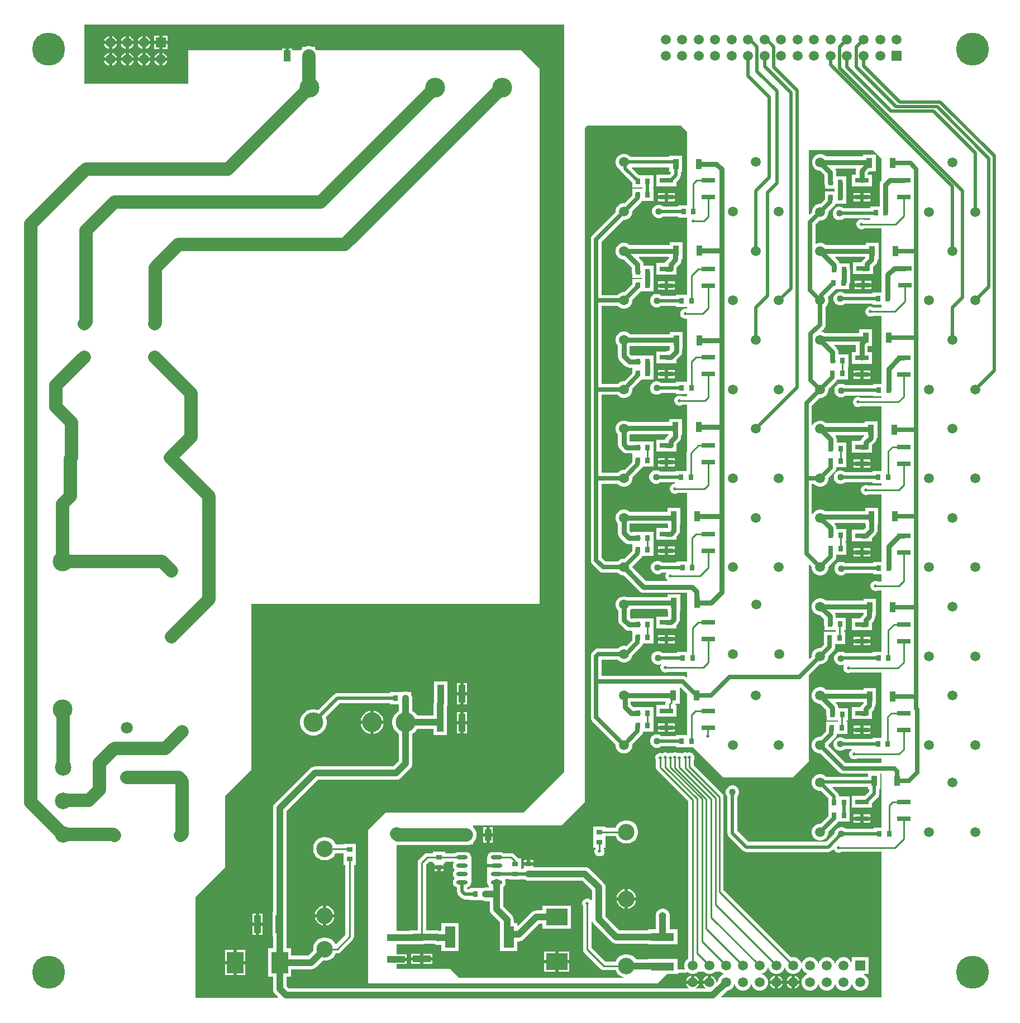
<source format=gbl>
G04*
G04 #@! TF.GenerationSoftware,Altium Limited,Altium Designer,23.10.1 (27)*
G04*
G04 Layer_Physical_Order=4*
G04 Layer_Color=16711680*
%FSLAX25Y25*%
%MOIN*%
G70*
G04*
G04 #@! TF.SameCoordinates,11ED35D2-EC07-4038-AA85-49FD2C925FBF*
G04*
G04*
G04 #@! TF.FilePolarity,Positive*
G04*
G01*
G75*
%ADD10C,0.01000*%
%ADD14R,0.03347X0.02756*%
%ADD28C,0.02000*%
%ADD29C,0.03000*%
%ADD30C,0.02500*%
%ADD31C,0.04000*%
%ADD32C,0.08000*%
%ADD33C,0.19685*%
%ADD34R,0.05906X0.05906*%
%ADD35C,0.05906*%
%ADD36C,0.07087*%
%ADD37C,0.09843*%
%ADD38C,0.11811*%
%ADD39C,0.02000*%
%ADD40C,0.04000*%
%ADD41C,0.04500*%
%ADD42R,0.09843X0.12992*%
%ADD43R,0.10630X0.03937*%
%ADD44R,0.06299X0.12598*%
%ADD45R,0.02756X0.03347*%
%ADD46R,0.08000X0.03000*%
%ADD47R,0.03543X0.05906*%
%ADD48R,0.03937X0.07087*%
%ADD49O,0.06890X0.02362*%
%ADD50R,0.07480X0.11811*%
%ADD51R,0.13780X0.05118*%
%ADD52R,0.12992X0.09843*%
%ADD53R,0.03937X0.10630*%
%ADD54R,0.09637X0.15830*%
G36*
X392766Y521533D02*
Y477673D01*
X387322D01*
Y477026D01*
X378537D01*
X378362Y477201D01*
X377449Y477727D01*
X376432Y478000D01*
X375379D01*
X374362Y477727D01*
X373449Y477201D01*
X372705Y476456D01*
X372178Y475544D01*
X371905Y474527D01*
Y473473D01*
X372178Y472456D01*
X372705Y471544D01*
X373449Y470799D01*
X374362Y470273D01*
X375379Y470000D01*
X376432D01*
X377449Y470273D01*
X378362Y470799D01*
X378537Y470974D01*
X387322D01*
Y470327D01*
X392766D01*
Y424373D01*
X386122D01*
Y423726D01*
X377337D01*
X377162Y423901D01*
X376249Y424427D01*
X375232Y424700D01*
X374179D01*
X373162Y424427D01*
X372249Y423901D01*
X371505Y423156D01*
X370978Y422244D01*
X370706Y421227D01*
Y420173D01*
X370978Y419156D01*
X371505Y418244D01*
X372249Y417499D01*
X373162Y416973D01*
X374179Y416700D01*
X375232D01*
X376249Y416973D01*
X377162Y417499D01*
X377337Y417674D01*
X386122D01*
Y417027D01*
X392766D01*
Y416131D01*
X392370Y415826D01*
X392095Y415900D01*
X391305D01*
X390542Y415696D01*
X389858Y415301D01*
X389299Y414742D01*
X388904Y414058D01*
X388700Y413295D01*
Y412505D01*
X388904Y411742D01*
X389299Y411058D01*
X389858Y410499D01*
X390542Y410104D01*
X391305Y409900D01*
X392095D01*
X392370Y409974D01*
X392766Y409669D01*
Y372173D01*
X386117D01*
Y371526D01*
X377331D01*
X377156Y371701D01*
X376244Y372227D01*
X375227Y372500D01*
X374173D01*
X373156Y372227D01*
X372244Y371701D01*
X371499Y370956D01*
X370973Y370044D01*
X370700Y369027D01*
Y367973D01*
X370973Y366956D01*
X371499Y366044D01*
X372244Y365299D01*
X373156Y364773D01*
X374173Y364500D01*
X375227D01*
X376244Y364773D01*
X377156Y365299D01*
X377331Y365474D01*
X386117D01*
Y364827D01*
X392766D01*
Y363549D01*
X389785D01*
X389358Y363796D01*
X388595Y364000D01*
X387805D01*
X387042Y363796D01*
X386358Y363401D01*
X385799Y362842D01*
X385404Y362158D01*
X385200Y361395D01*
Y360605D01*
X385404Y359842D01*
X385799Y359158D01*
X386358Y358599D01*
X387042Y358204D01*
X387805Y358000D01*
X388595D01*
X389358Y358204D01*
X389785Y358451D01*
X392766D01*
Y330854D01*
X392651Y330681D01*
X392457Y329706D01*
Y319073D01*
X385722D01*
Y318426D01*
X376937D01*
X376762Y318601D01*
X375849Y319127D01*
X374832Y319400D01*
X373779D01*
X372762Y319127D01*
X371849Y318601D01*
X371105Y317856D01*
X370578Y316944D01*
X370305Y315927D01*
Y314873D01*
X370578Y313856D01*
X371105Y312944D01*
X371849Y312199D01*
X372762Y311673D01*
X373779Y311400D01*
X374832D01*
X375849Y311673D01*
X376762Y312199D01*
X376937Y312374D01*
X385368D01*
X385577Y312165D01*
X385565Y311586D01*
X385357Y311400D01*
X385205D01*
X384442Y311196D01*
X383758Y310801D01*
X383199Y310242D01*
X382804Y309558D01*
X382600Y308795D01*
Y308005D01*
X382804Y307242D01*
X383199Y306558D01*
X383758Y305999D01*
X384442Y305604D01*
X385205Y305400D01*
X385995D01*
X386758Y305604D01*
X387185Y305851D01*
X392766D01*
Y264973D01*
X386616D01*
Y264326D01*
X377831D01*
X377656Y264501D01*
X376744Y265027D01*
X375727Y265300D01*
X374673D01*
X373656Y265027D01*
X372744Y264501D01*
X371999Y263756D01*
X371473Y262844D01*
X371200Y261827D01*
Y260773D01*
X371473Y259756D01*
X371999Y258844D01*
X372744Y258099D01*
X373656Y257573D01*
X374673Y257300D01*
X375727D01*
X376744Y257573D01*
X377656Y258099D01*
X377831Y258274D01*
X380056D01*
X380345Y257774D01*
X380104Y257358D01*
X379900Y256595D01*
Y255805D01*
X380104Y255042D01*
X380499Y254358D01*
X381058Y253799D01*
X381178Y253730D01*
X381044Y253230D01*
X368362D01*
X360210Y261382D01*
Y261975D01*
X365584Y267349D01*
X366105Y268027D01*
X366146Y268127D01*
X372678D01*
Y275473D01*
X372678D01*
Y282473D01*
X360016D01*
Y282441D01*
X359517Y282376D01*
X358630Y283262D01*
Y287497D01*
X381139D01*
Y286847D01*
X381380D01*
Y284830D01*
X380500D01*
X380271Y284800D01*
X374500D01*
Y277800D01*
X380271D01*
X380500Y277770D01*
X383000D01*
X383229Y277800D01*
X386500D01*
Y279807D01*
X387406Y280714D01*
X387967Y281445D01*
X388320Y282297D01*
X388440Y283210D01*
Y286847D01*
X388682D01*
Y296753D01*
X381139D01*
Y294558D01*
X358574D01*
X358141Y294991D01*
X357012Y295643D01*
X355752Y295980D01*
X354448D01*
X353188Y295643D01*
X352059Y294991D01*
X351137Y294069D01*
X350485Y292939D01*
X350147Y291680D01*
Y290375D01*
X350485Y289116D01*
X351137Y287986D01*
X351570Y287554D01*
Y281800D01*
X351690Y280886D01*
X352043Y280035D01*
X352604Y279304D01*
X353905Y278003D01*
X355604Y276304D01*
X356335Y275743D01*
X357186Y275390D01*
X358100Y275270D01*
X360016D01*
Y275127D01*
X360016D01*
Y271885D01*
X359988Y271672D01*
Y271024D01*
X355417Y266453D01*
X354448D01*
X353188Y266115D01*
X352059Y265463D01*
X351374Y264778D01*
X344158D01*
X341878Y267058D01*
Y311322D01*
X351374D01*
X352059Y310637D01*
X353188Y309985D01*
X354448Y309647D01*
X355752D01*
X357012Y309985D01*
X358141Y310637D01*
X359063Y311559D01*
X359715Y312688D01*
X360053Y313948D01*
Y314917D01*
X365584Y320449D01*
X366105Y321128D01*
X366312Y321627D01*
X372678D01*
Y328973D01*
X372678D01*
X372678Y329227D01*
X372678D01*
Y336573D01*
X363502D01*
X363272Y336603D01*
X358630D01*
Y340653D01*
X359060Y341084D01*
X381825D01*
X381991Y340584D01*
X380504Y339096D01*
X379943Y338365D01*
X379626Y337600D01*
X374500D01*
Y330600D01*
X380271D01*
X380500Y330570D01*
X383000D01*
X383229Y330600D01*
X386500D01*
Y333871D01*
X386530Y334100D01*
Y335138D01*
X388135Y336742D01*
X388696Y337474D01*
X389049Y338325D01*
X389169Y339239D01*
X389169Y339239D01*
Y340147D01*
X389682D01*
Y350053D01*
X382139D01*
Y348144D01*
X358049D01*
X357012Y348743D01*
X355752Y349080D01*
X354448D01*
X353188Y348743D01*
X352059Y348091D01*
X351137Y347169D01*
X350485Y346039D01*
X350147Y344780D01*
Y343476D01*
X350485Y342216D01*
X351137Y341087D01*
X351570Y340653D01*
Y334831D01*
X351690Y333917D01*
X352043Y333066D01*
X352604Y332334D01*
X354361Y330577D01*
X355092Y330016D01*
X355944Y329663D01*
X356857Y329543D01*
X359647D01*
X360016Y329227D01*
X360016Y328973D01*
X360016D01*
Y325385D01*
X359988Y325172D01*
Y324124D01*
X355417Y319553D01*
X354448D01*
X353188Y319215D01*
X352059Y318563D01*
X351374Y317878D01*
X341878D01*
Y364422D01*
X351374D01*
X352059Y363737D01*
X353188Y363085D01*
X354448Y362747D01*
X355752D01*
X357012Y363085D01*
X358141Y363737D01*
X359063Y364659D01*
X359715Y365788D01*
X360053Y367048D01*
Y368017D01*
X365463Y373427D01*
X372678D01*
Y376109D01*
X372710Y376186D01*
X372830Y377100D01*
X372830Y377100D01*
Y384200D01*
X372710Y385114D01*
X372678Y385191D01*
Y387873D01*
X360017D01*
X360016Y387873D01*
Y387873D01*
X360016Y387873D01*
X359576Y388017D01*
X358630Y388962D01*
Y393584D01*
X382539D01*
Y392047D01*
X382539D01*
X382655Y391547D01*
X381538Y390430D01*
X380500D01*
X380271Y390400D01*
X374500D01*
Y383400D01*
X380271D01*
X380500Y383370D01*
X383000D01*
X383229Y383400D01*
X386500D01*
Y385407D01*
X388896Y387804D01*
X389457Y388535D01*
X389810Y389386D01*
X389930Y390300D01*
X389930Y390300D01*
Y392047D01*
X390082D01*
Y401953D01*
X382539D01*
Y400644D01*
X358688D01*
X358141Y401191D01*
X357012Y401843D01*
X355752Y402180D01*
X354448D01*
X353188Y401843D01*
X352059Y401191D01*
X351137Y400269D01*
X350485Y399139D01*
X350147Y397880D01*
Y396575D01*
X350485Y395316D01*
X351137Y394186D01*
X351570Y393754D01*
Y387500D01*
X351690Y386586D01*
X352043Y385735D01*
X352604Y385004D01*
X355904Y381704D01*
X355904Y381704D01*
X356635Y381143D01*
X357486Y380790D01*
X358400Y380670D01*
X360016D01*
Y380527D01*
X360016D01*
Y377252D01*
X355417Y372653D01*
X354448D01*
X353188Y372315D01*
X352059Y371663D01*
X351374Y370978D01*
X341878D01*
Y417522D01*
X351374D01*
X352059Y416837D01*
X353188Y416185D01*
X354448Y415847D01*
X355752D01*
X357012Y416185D01*
X358141Y416837D01*
X359063Y417759D01*
X359715Y418888D01*
X360053Y420148D01*
Y421117D01*
X365263Y426327D01*
X372678D01*
Y429009D01*
X372710Y429086D01*
X372830Y430000D01*
X372830Y430000D01*
Y438000D01*
X372710Y438914D01*
X372678Y438991D01*
Y441673D01*
X366803D01*
Y442155D01*
X366803Y442155D01*
X366682Y443069D01*
X366330Y443920D01*
X365769Y444651D01*
X364085Y446335D01*
X364276Y446797D01*
X381898D01*
X382105Y446297D01*
X380504Y444696D01*
X379943Y443965D01*
X379626Y443200D01*
X374500D01*
Y436200D01*
X380271D01*
X380500Y436170D01*
X383000D01*
X383229Y436200D01*
X386500D01*
Y439471D01*
X386530Y439700D01*
Y440738D01*
X388435Y442642D01*
X388996Y443373D01*
X389349Y444225D01*
X389469Y445139D01*
Y445747D01*
X389982D01*
Y455653D01*
X382439D01*
Y453858D01*
X358574D01*
X358141Y454291D01*
X357012Y454943D01*
X355752Y455280D01*
X354448D01*
X353188Y454943D01*
X352059Y454291D01*
X351137Y453369D01*
X350485Y452239D01*
X350147Y450980D01*
Y449676D01*
X350485Y448416D01*
X351137Y447287D01*
X352059Y446364D01*
X353188Y445712D01*
X354448Y445375D01*
X355060D01*
X359742Y440693D01*
Y438122D01*
X359862Y437208D01*
X360016Y436837D01*
Y434327D01*
X365770D01*
Y433673D01*
X360016D01*
Y430352D01*
X355417Y425753D01*
X354448D01*
X353188Y425415D01*
X352059Y424763D01*
X351374Y424078D01*
X341878D01*
Y456042D01*
X354783Y468947D01*
X355752D01*
X357012Y469285D01*
X358141Y469937D01*
X359063Y470859D01*
X359715Y471988D01*
X360053Y473248D01*
Y474217D01*
X365584Y479749D01*
X365951Y480227D01*
X372678D01*
Y487573D01*
X372326D01*
Y488227D01*
X372678D01*
Y495573D01*
X364296D01*
X359929Y499940D01*
X360121Y500402D01*
X382239D01*
Y497447D01*
X382984D01*
Y496764D01*
X382221Y496000D01*
X374500D01*
Y489000D01*
X386500D01*
Y491721D01*
X388150Y493371D01*
X388631Y493997D01*
X388933Y494727D01*
X389036Y495510D01*
Y497447D01*
X389782D01*
Y507353D01*
X382239D01*
Y506453D01*
X359072D01*
X359063Y506469D01*
X358141Y507391D01*
X357012Y508043D01*
X355752Y508380D01*
X354448D01*
X353188Y508043D01*
X352059Y507391D01*
X351137Y506469D01*
X350485Y505339D01*
X350147Y504080D01*
Y502775D01*
X350485Y501516D01*
X351137Y500386D01*
X352059Y499464D01*
X352924Y498965D01*
X352924Y498959D01*
X353227Y498230D01*
X353708Y497603D01*
X360016Y491294D01*
Y488227D01*
X366274D01*
Y487573D01*
X360016D01*
Y483985D01*
X359988Y483772D01*
Y483424D01*
X355417Y478853D01*
X354448D01*
X353188Y478515D01*
X352059Y477863D01*
X351137Y476941D01*
X350485Y475812D01*
X350147Y474552D01*
Y473583D01*
X336282Y459718D01*
X335761Y459039D01*
X335434Y458248D01*
X335378Y457824D01*
X335322Y457400D01*
Y420100D01*
Y367900D01*
Y315000D01*
Y265700D01*
X335378Y265276D01*
X335434Y264852D01*
X335761Y264061D01*
X336282Y263382D01*
X340482Y259182D01*
X341161Y258661D01*
X341952Y258334D01*
X342800Y258222D01*
X351374D01*
X352059Y257537D01*
X353188Y256885D01*
X354448Y256547D01*
X355060D01*
X364404Y247204D01*
X365135Y246643D01*
X365986Y246290D01*
X366900Y246170D01*
X392766D01*
Y210973D01*
X386922D01*
Y210326D01*
X378136D01*
X377962Y210501D01*
X377049Y211027D01*
X376032Y211300D01*
X374979D01*
X373962Y211027D01*
X373049Y210501D01*
X372305Y209756D01*
X371778Y208844D01*
X371505Y207827D01*
Y206773D01*
X371778Y205756D01*
X372305Y204844D01*
X373049Y204099D01*
X373962Y203573D01*
X374979Y203300D01*
X376032D01*
X376988Y203556D01*
X377144Y203437D01*
X377337Y203162D01*
X377104Y202758D01*
X376900Y201995D01*
Y201205D01*
X377104Y200442D01*
X377499Y199758D01*
X378058Y199199D01*
X378742Y198804D01*
X379505Y198600D01*
X380295D01*
X381058Y198804D01*
X381485Y199051D01*
X392766D01*
Y195920D01*
X392267Y195726D01*
X391729Y196139D01*
X390938Y196466D01*
X390514Y196522D01*
X390090Y196578D01*
X341878D01*
Y206322D01*
X351513D01*
X352198Y205637D01*
X353328Y204985D01*
X354587Y204647D01*
X355891D01*
X357151Y204985D01*
X358280Y205637D01*
X359203Y206559D01*
X359855Y207688D01*
X360159Y208823D01*
X365584Y214249D01*
X366105Y214928D01*
X366433Y215718D01*
X366460Y215927D01*
X372678D01*
Y223273D01*
X372678D01*
X372678Y223427D01*
X372678D01*
Y230773D01*
X360016D01*
Y230741D01*
X359517Y230676D01*
X358770Y231423D01*
Y235653D01*
X359203Y236087D01*
X359539Y236670D01*
X381139D01*
Y235247D01*
X381380D01*
Y232030D01*
X380500D01*
X380271Y232000D01*
X374500D01*
Y225000D01*
X380271D01*
X380500Y224970D01*
X383000D01*
X383229Y225000D01*
X386500D01*
Y227008D01*
X387406Y227914D01*
X387967Y228645D01*
X388320Y229497D01*
X388440Y230410D01*
Y235247D01*
X388682D01*
Y245153D01*
X381139D01*
Y243730D01*
X357173D01*
X357151Y243743D01*
X355891Y244080D01*
X354587D01*
X353328Y243743D01*
X352198Y243091D01*
X351276Y242169D01*
X350624Y241039D01*
X350287Y239780D01*
Y238475D01*
X350624Y237216D01*
X351276Y236087D01*
X351709Y235653D01*
Y229961D01*
X351830Y229047D01*
X352182Y228196D01*
X352743Y227464D01*
X355604Y224604D01*
X356335Y224043D01*
X357186Y223690D01*
X358100Y223570D01*
X359639D01*
X360016Y223273D01*
Y219685D01*
X359988Y219472D01*
Y217924D01*
X356464Y214399D01*
X355891Y214553D01*
X354587D01*
X353328Y214215D01*
X352198Y213563D01*
X351513Y212878D01*
X339800D01*
X338952Y212766D01*
X338161Y212439D01*
X337482Y211918D01*
X336282Y210718D01*
X335761Y210039D01*
X335434Y209248D01*
X335378Y208824D01*
X335322Y208400D01*
Y193300D01*
Y171800D01*
X335378Y171376D01*
X335434Y170952D01*
X335761Y170161D01*
X336282Y169482D01*
X350147Y155617D01*
Y154648D01*
X350485Y153388D01*
X351137Y152259D01*
X352059Y151337D01*
X353188Y150685D01*
X354448Y150347D01*
X355752D01*
X357012Y150685D01*
X358141Y151337D01*
X359063Y152259D01*
X359715Y153388D01*
X360053Y154648D01*
Y155617D01*
X365584Y161149D01*
X366105Y161828D01*
X366433Y162618D01*
X366500Y163127D01*
X372678D01*
Y170473D01*
X372678D01*
Y177773D01*
X363502D01*
X363272Y177803D01*
X360889D01*
X359186Y179506D01*
Y181384D01*
X379954D01*
X380190Y180943D01*
X380145Y180876D01*
X379951Y179900D01*
Y179200D01*
X374500D01*
Y172200D01*
X386500D01*
Y179200D01*
X385891D01*
X385648Y179617D01*
X385845Y180047D01*
X388382D01*
Y189665D01*
X388882Y189872D01*
X392766Y185987D01*
Y161373D01*
X386216D01*
Y160726D01*
X377431D01*
X377256Y160901D01*
X376344Y161427D01*
X375327Y161700D01*
X374273D01*
X373256Y161427D01*
X372344Y160901D01*
X371599Y160156D01*
X371073Y159244D01*
X370800Y158227D01*
Y157173D01*
X371073Y156156D01*
X371599Y155244D01*
X372344Y154499D01*
X373256Y153973D01*
X374273Y153700D01*
X375327D01*
X376344Y153973D01*
X377256Y154499D01*
X377431Y154674D01*
X386216D01*
Y154027D01*
X396373D01*
X414400Y136000D01*
X456100D01*
X465600Y145500D01*
Y197120D01*
X471922Y203443D01*
X472891D01*
X474151Y203780D01*
X475280Y204432D01*
X476203Y205354D01*
X476855Y206484D01*
X477192Y207743D01*
Y208712D01*
X480212Y211733D01*
X480733Y212411D01*
X481061Y213202D01*
X481173Y214051D01*
Y215627D01*
X487178D01*
Y222973D01*
X486449D01*
Y223927D01*
X487378D01*
Y231273D01*
X481503D01*
Y232190D01*
X481382Y233104D01*
X481055Y233893D01*
X481244Y234389D01*
X481246Y234393D01*
X498008D01*
Y233258D01*
X497104Y232353D01*
X496543Y231622D01*
X496226Y230857D01*
X491100D01*
Y223857D01*
X496871D01*
X497100Y223827D01*
X499600D01*
X499829Y223857D01*
X503100D01*
Y227128D01*
X503130Y227357D01*
Y228395D01*
X504035Y229299D01*
X504596Y230031D01*
X504949Y230882D01*
X505069Y231796D01*
X505069Y231796D01*
Y232647D01*
X505582D01*
Y242553D01*
X498039D01*
Y241453D01*
X475713D01*
X475280Y241886D01*
X474151Y242538D01*
X472891Y242876D01*
X471587D01*
X470328Y242538D01*
X469198Y241886D01*
X468276Y240964D01*
X467624Y239835D01*
X467287Y238575D01*
Y237271D01*
X467624Y236011D01*
X468276Y234882D01*
X469198Y233960D01*
X470328Y233308D01*
X471587Y232970D01*
X472200D01*
X474442Y230728D01*
Y227722D01*
X474563Y226808D01*
X474717Y226437D01*
Y223927D01*
X481351D01*
Y222973D01*
X474516D01*
Y215627D01*
X474516Y215627D01*
X474516D01*
X474516Y215627D01*
X474388Y215180D01*
X472556Y213348D01*
X471587D01*
X470328Y213011D01*
X469198Y212359D01*
X468276Y211437D01*
X467624Y210307D01*
X467287Y209047D01*
Y208079D01*
X466062Y206854D01*
X465600Y207045D01*
Y262841D01*
X466062Y263032D01*
X467287Y261808D01*
Y260839D01*
X467624Y259579D01*
X468276Y258450D01*
X469198Y257528D01*
X470328Y256876D01*
X471587Y256538D01*
X472891D01*
X474151Y256876D01*
X475280Y257528D01*
X476203Y258450D01*
X476855Y259579D01*
X477192Y260839D01*
Y261808D01*
X480912Y265528D01*
X481433Y266207D01*
X481761Y266998D01*
X481873Y267846D01*
Y269027D01*
X487878D01*
Y276373D01*
X486999D01*
Y277027D01*
X487778D01*
Y284373D01*
X481903D01*
Y284885D01*
X481782Y285799D01*
X481430Y286650D01*
X480869Y287382D01*
X480869Y287382D01*
X480783Y287467D01*
X480974Y287929D01*
X499139D01*
Y286947D01*
X499380D01*
Y285158D01*
X498138Y283916D01*
X497100D01*
X496871Y283886D01*
X491100D01*
Y276886D01*
X496871D01*
X497100Y276855D01*
X499600D01*
X499829Y276886D01*
X503100D01*
Y278893D01*
X505407Y281200D01*
X505968Y281931D01*
X506320Y282782D01*
X506440Y283696D01*
Y286947D01*
X506682D01*
Y296853D01*
X499139D01*
Y294989D01*
X475267D01*
X474151Y295634D01*
X472891Y295971D01*
X471587D01*
X470328Y295634D01*
X469198Y294982D01*
X468276Y294059D01*
X467778Y293197D01*
X467278Y293331D01*
Y311308D01*
X468513D01*
X469198Y310623D01*
X470328Y309971D01*
X471587Y309633D01*
X472891D01*
X474151Y309971D01*
X475280Y310623D01*
X476203Y311545D01*
X476855Y312674D01*
X477192Y313934D01*
Y314903D01*
X480812Y318523D01*
X481333Y319202D01*
X481661Y319993D01*
X481773Y320841D01*
Y321227D01*
X487778D01*
Y328427D01*
X487878D01*
Y335773D01*
X482003D01*
Y337881D01*
X481882Y338794D01*
X481530Y339646D01*
X481313Y339928D01*
X481534Y340377D01*
X498363D01*
X498570Y339877D01*
X497104Y338410D01*
X496543Y337679D01*
X496226Y336914D01*
X491100D01*
Y329914D01*
X496871D01*
X497100Y329884D01*
X499600D01*
X499829Y329914D01*
X503100D01*
Y333185D01*
X503130Y333414D01*
Y334452D01*
X504835Y336157D01*
X505396Y336888D01*
X505749Y337739D01*
X505869Y338653D01*
Y338747D01*
X506382D01*
Y348653D01*
X498839D01*
Y347437D01*
X475920D01*
X475280Y348077D01*
X474151Y348729D01*
X472891Y349066D01*
X471587D01*
X470328Y348729D01*
X469198Y348077D01*
X468276Y347155D01*
X467778Y346292D01*
X467278Y346426D01*
Y358084D01*
X471922Y362729D01*
X472891D01*
X474151Y363066D01*
X475280Y363718D01*
X476203Y364640D01*
X476855Y365770D01*
X477192Y367030D01*
Y367999D01*
X481684Y372491D01*
X482205Y373170D01*
X482395Y373627D01*
X488778D01*
Y380973D01*
X488978Y381227D01*
X488978D01*
Y388573D01*
X483103D01*
Y389876D01*
X482982Y390790D01*
X482630Y391641D01*
X482069Y392372D01*
X480668Y393773D01*
X480859Y394235D01*
X493570D01*
Y389943D01*
X491100D01*
Y382943D01*
X496871D01*
X497100Y382913D01*
X497329Y382943D01*
X503100D01*
Y389943D01*
X500630D01*
Y393647D01*
X503092D01*
Y403553D01*
X495549D01*
Y401295D01*
X475068D01*
X474151Y401824D01*
X473251Y402066D01*
X473101Y402623D01*
X474557Y404079D01*
X475078Y404758D01*
X475406Y405549D01*
X475517Y406397D01*
Y417051D01*
X476203Y417736D01*
X476855Y418865D01*
X477192Y420125D01*
Y421429D01*
X476855Y422689D01*
X476695Y422964D01*
X481458Y427727D01*
X489483D01*
Y429983D01*
X489563Y430086D01*
X489915Y430937D01*
X490036Y431851D01*
X490036Y431851D01*
Y439400D01*
X489915Y440314D01*
X489884Y440391D01*
Y443073D01*
X483849D01*
X483535Y443831D01*
X482974Y444562D01*
X481226Y446310D01*
X481418Y446772D01*
X498873D01*
X499080Y446272D01*
X497804Y444996D01*
X497243Y444265D01*
X496926Y443500D01*
X491800D01*
Y436500D01*
X497571D01*
X497800Y436470D01*
X500300D01*
X500529Y436500D01*
X503800D01*
Y439771D01*
X503830Y440000D01*
Y441038D01*
X505435Y442642D01*
X505996Y443373D01*
X506349Y444225D01*
X506469Y445139D01*
X506882Y445347D01*
X506982D01*
Y455253D01*
X499439D01*
Y453832D01*
X475716D01*
X475280Y454268D01*
X474151Y454920D01*
X472891Y455257D01*
X471587D01*
X470328Y454920D01*
X469811Y454622D01*
X469378Y454872D01*
Y466142D01*
X471983Y468747D01*
X472952D01*
X474212Y469085D01*
X475341Y469737D01*
X476263Y470659D01*
X476915Y471788D01*
X477253Y473048D01*
Y474017D01*
X480590Y477354D01*
X481111Y478033D01*
X481357Y478627D01*
X487683D01*
Y481309D01*
X487715Y481386D01*
X487836Y482300D01*
X487833Y482321D01*
Y491097D01*
X487713Y492011D01*
X487678Y492095D01*
Y494773D01*
X481803D01*
Y497255D01*
X481682Y498169D01*
X481330Y499020D01*
X481154Y499249D01*
X481375Y499697D01*
X493384D01*
X493676Y499197D01*
X493570Y498390D01*
Y496000D01*
X491100D01*
Y489000D01*
X496871D01*
X497100Y488970D01*
X497329Y489000D01*
X503100D01*
Y496000D01*
X500630D01*
Y496927D01*
X501650Y497947D01*
X505382D01*
Y507853D01*
X497839D01*
Y506758D01*
X475774D01*
X475341Y507191D01*
X474212Y507843D01*
X472952Y508180D01*
X471648D01*
X470388Y507843D01*
X469259Y507191D01*
X468337Y506269D01*
X467685Y505139D01*
X467347Y503880D01*
Y502575D01*
X467685Y501316D01*
X468337Y500186D01*
X469259Y499264D01*
X470388Y498612D01*
X471648Y498275D01*
X472260D01*
X474742Y495793D01*
Y491222D01*
X474862Y490308D01*
X475016Y489937D01*
Y487427D01*
X480772D01*
Y485973D01*
X475022D01*
Y482385D01*
X474994Y482172D01*
Y481030D01*
X472617Y478653D01*
X471648D01*
X470388Y478315D01*
X469259Y477663D01*
X468337Y476741D01*
X467685Y475612D01*
X467347Y474352D01*
Y473383D01*
X466062Y472098D01*
X465600Y472289D01*
Y510500D01*
X503800D01*
X508900Y505400D01*
Y492592D01*
X508804Y492496D01*
X508243Y491765D01*
X507890Y490914D01*
X507770Y490000D01*
Y476773D01*
X502016D01*
Y475976D01*
X486181D01*
X486156Y476001D01*
X485244Y476527D01*
X484227Y476800D01*
X483173D01*
X482156Y476527D01*
X481244Y476001D01*
X480499Y475256D01*
X479973Y474344D01*
X479700Y473327D01*
Y472273D01*
X479973Y471256D01*
X480499Y470344D01*
X481244Y469599D01*
X482156Y469073D01*
X483173Y468800D01*
X484227D01*
X485244Y469073D01*
X486156Y469599D01*
X486481Y469924D01*
X502010D01*
X502016Y469427D01*
X501963Y468949D01*
X498485D01*
X498058Y469196D01*
X497295Y469400D01*
X496505D01*
X495742Y469196D01*
X495058Y468801D01*
X494499Y468242D01*
X494104Y467558D01*
X493900Y466795D01*
Y466005D01*
X494104Y465242D01*
X494499Y464558D01*
X495058Y463999D01*
X495742Y463604D01*
X496505Y463400D01*
X497295D01*
X498058Y463604D01*
X498485Y463851D01*
X508900D01*
Y425573D01*
X503316D01*
Y424926D01*
X486826D01*
X486701Y425051D01*
X485788Y425577D01*
X484771Y425850D01*
X483718D01*
X482701Y425577D01*
X481788Y425051D01*
X481044Y424306D01*
X480517Y423394D01*
X480244Y422377D01*
Y421323D01*
X480517Y420306D01*
X481044Y419394D01*
X481788Y418649D01*
X482701Y418123D01*
X483718Y417850D01*
X484771D01*
X485788Y418123D01*
X486701Y418649D01*
X486926Y418874D01*
X503316D01*
Y418227D01*
X508900D01*
Y416749D01*
X503785D01*
X503358Y416996D01*
X502595Y417200D01*
X501805D01*
X501042Y416996D01*
X500358Y416601D01*
X499799Y416042D01*
X499404Y415358D01*
X499200Y414595D01*
Y413805D01*
X499404Y413042D01*
X499799Y412358D01*
X500358Y411799D01*
X501042Y411404D01*
X501805Y411200D01*
X502595D01*
X503358Y411404D01*
X503785Y411651D01*
X508900D01*
Y370773D01*
X503717D01*
Y370126D01*
X487225D01*
X487101Y370251D01*
X486188Y370777D01*
X485171Y371050D01*
X484118D01*
X483101Y370777D01*
X482188Y370251D01*
X481444Y369506D01*
X480917Y368594D01*
X480645Y367577D01*
Y366523D01*
X480917Y365506D01*
X481444Y364594D01*
X482188Y363849D01*
X483101Y363323D01*
X484118Y363050D01*
X485171D01*
X486188Y363323D01*
X487101Y363849D01*
X487325Y364074D01*
X503717D01*
Y363427D01*
X508900D01*
Y362649D01*
X496385D01*
X495958Y362896D01*
X495195Y363100D01*
X494405D01*
X493642Y362896D01*
X492958Y362501D01*
X492399Y361942D01*
X492004Y361258D01*
X491800Y360495D01*
Y359705D01*
X492004Y358942D01*
X492399Y358258D01*
X492958Y357699D01*
X493642Y357304D01*
X494405Y357100D01*
X495195D01*
X495958Y357304D01*
X496385Y357551D01*
X508900D01*
Y318973D01*
X503416D01*
Y318326D01*
X486926D01*
X486801Y318451D01*
X485888Y318977D01*
X484871Y319250D01*
X483818D01*
X482801Y318977D01*
X481888Y318451D01*
X481144Y317706D01*
X480617Y316794D01*
X480344Y315777D01*
Y314723D01*
X480617Y313706D01*
X481144Y312794D01*
X481888Y312049D01*
X482801Y311523D01*
X483818Y311250D01*
X484871D01*
X485888Y311523D01*
X486801Y312049D01*
X487025Y312274D01*
X503416D01*
Y311627D01*
X508900D01*
Y310149D01*
X501085D01*
X500658Y310396D01*
X499895Y310600D01*
X499105D01*
X498342Y310396D01*
X497658Y310001D01*
X497099Y309442D01*
X496704Y308758D01*
X496500Y307995D01*
Y307205D01*
X496704Y306442D01*
X497099Y305758D01*
X497658Y305199D01*
X498342Y304804D01*
X499105Y304600D01*
X499895D01*
X500658Y304804D01*
X501085Y305051D01*
X508900D01*
Y264473D01*
X503817D01*
Y263826D01*
X487325D01*
X487201Y263951D01*
X486288Y264477D01*
X485271Y264750D01*
X484218D01*
X483201Y264477D01*
X482288Y263951D01*
X481544Y263206D01*
X481017Y262294D01*
X480745Y261277D01*
Y260223D01*
X481017Y259206D01*
X481544Y258294D01*
X482288Y257549D01*
X483201Y257023D01*
X484218Y256750D01*
X485271D01*
X486288Y257023D01*
X487201Y257549D01*
X487426Y257774D01*
X503817D01*
Y257127D01*
X508900D01*
Y252849D01*
X506785D01*
X506358Y253096D01*
X505595Y253300D01*
X504805D01*
X504042Y253096D01*
X503358Y252701D01*
X502799Y252142D01*
X502404Y251458D01*
X502200Y250695D01*
Y249905D01*
X502404Y249142D01*
X502799Y248458D01*
X503358Y247899D01*
X504042Y247504D01*
X504805Y247300D01*
X505595D01*
X506358Y247504D01*
X506785Y247751D01*
X508900D01*
Y210773D01*
X503622D01*
Y210126D01*
X487131D01*
X487006Y210251D01*
X486094Y210777D01*
X485077Y211050D01*
X484023D01*
X483006Y210777D01*
X482094Y210251D01*
X481349Y209506D01*
X480823Y208594D01*
X480550Y207577D01*
Y206523D01*
X480823Y205506D01*
X481349Y204594D01*
X482094Y203849D01*
X483006Y203323D01*
X484023Y203050D01*
X485077D01*
X486094Y203323D01*
X486142Y203351D01*
X486509Y202985D01*
X486204Y202458D01*
X486000Y201695D01*
Y200905D01*
X486204Y200142D01*
X486599Y199458D01*
X487158Y198899D01*
X487842Y198504D01*
X488605Y198300D01*
X489395D01*
X490158Y198504D01*
X490585Y198751D01*
X508900D01*
Y159573D01*
X503322D01*
Y158926D01*
X486831D01*
X486706Y159051D01*
X485794Y159577D01*
X484777Y159850D01*
X483723D01*
X482706Y159577D01*
X481794Y159051D01*
X481049Y158306D01*
X480523Y157394D01*
X480250Y156377D01*
Y155323D01*
X480523Y154306D01*
X481049Y153394D01*
X481794Y152649D01*
X482706Y152123D01*
X483723Y151850D01*
X484777D01*
X485794Y152123D01*
X486706Y152649D01*
X486931Y152874D01*
X490925D01*
X491058Y152374D01*
X490758Y152201D01*
X490199Y151642D01*
X489804Y150958D01*
X489600Y150195D01*
Y149405D01*
X489804Y148642D01*
X490199Y147958D01*
X490758Y147399D01*
X491442Y147004D01*
X492205Y146800D01*
X492995D01*
X493758Y147004D01*
X494185Y147251D01*
X508900D01*
Y144678D01*
X487497D01*
X477192Y154983D01*
Y155617D01*
X481285Y159709D01*
X481805Y160388D01*
X482133Y161179D01*
X482218Y161827D01*
X488378D01*
Y169173D01*
X487802D01*
Y169827D01*
X488883D01*
Y177173D01*
X483008D01*
Y177589D01*
X482888Y178503D01*
X482535Y179354D01*
X481974Y180085D01*
X481438Y180622D01*
X481629Y181084D01*
X498019D01*
Y180240D01*
X497104Y179325D01*
X496543Y178594D01*
X496226Y177829D01*
X491100D01*
Y170829D01*
X496871D01*
X497100Y170798D01*
X499600D01*
X499829Y170829D01*
X503100D01*
Y174099D01*
X503130Y174329D01*
Y175366D01*
X504045Y176281D01*
X504606Y177012D01*
X504959Y177864D01*
X505079Y178777D01*
Y179447D01*
X505592D01*
Y189353D01*
X498049D01*
Y188144D01*
X475927D01*
X475280Y188791D01*
X474151Y189443D01*
X472891Y189780D01*
X471587D01*
X470328Y189443D01*
X469198Y188791D01*
X468276Y187869D01*
X467624Y186739D01*
X467287Y185480D01*
Y184176D01*
X467624Y182916D01*
X468276Y181787D01*
X469198Y180864D01*
X470328Y180212D01*
X471587Y179875D01*
X472200D01*
X475948Y176127D01*
Y173622D01*
X476068Y172708D01*
X476222Y172337D01*
Y169827D01*
X482704D01*
Y169173D01*
X475716D01*
Y165585D01*
X475689Y165372D01*
Y163385D01*
X472556Y160253D01*
X471587D01*
X470328Y159915D01*
X469198Y159263D01*
X468276Y158341D01*
X467624Y157212D01*
X467287Y155952D01*
Y154648D01*
X467624Y153388D01*
X468276Y152259D01*
X469198Y151337D01*
X470328Y150685D01*
X471587Y150347D01*
X472556D01*
X483821Y139082D01*
X484500Y138561D01*
X485291Y138234D01*
X485715Y138178D01*
X486139Y138122D01*
X500739D01*
Y136358D01*
X475768D01*
X475280Y136845D01*
X474151Y137497D01*
X472891Y137835D01*
X471587D01*
X470328Y137497D01*
X469198Y136845D01*
X468276Y135923D01*
X467624Y134794D01*
X467287Y133534D01*
Y132230D01*
X467624Y130971D01*
X468276Y129841D01*
X469198Y128919D01*
X470328Y128267D01*
X471587Y127929D01*
X472891D01*
X472908Y127934D01*
X477216Y123626D01*
Y117209D01*
X477216Y117209D01*
X477122Y116855D01*
X477122Y116855D01*
X477122Y116748D01*
Y113267D01*
X477094Y113054D01*
Y112845D01*
X472556Y108307D01*
X471587D01*
X470328Y107970D01*
X469198Y107318D01*
X468276Y106396D01*
X467624Y105266D01*
X467287Y104007D01*
Y102703D01*
X467624Y101443D01*
X468276Y100314D01*
X469198Y99391D01*
X470328Y98739D01*
X471587Y98402D01*
X472891D01*
X474151Y98739D01*
X475280Y99391D01*
X476203Y100314D01*
X476855Y101443D01*
X477192Y102703D01*
Y103672D01*
X482690Y109169D01*
X482950Y109509D01*
X489783D01*
Y116855D01*
X489783Y116855D01*
X489878Y117209D01*
X489878Y117209D01*
X489878Y117316D01*
Y124555D01*
X483617D01*
X483517Y125310D01*
X483215Y126040D01*
X482734Y126667D01*
X482734Y126667D01*
X479557Y129844D01*
X479748Y130306D01*
X500739D01*
Y128829D01*
X501484D01*
Y127464D01*
X498821Y124800D01*
X491100D01*
Y117800D01*
X503100D01*
Y120521D01*
X506650Y124071D01*
X507131Y124697D01*
X507433Y125427D01*
X507485Y125819D01*
X507536Y126210D01*
X507536Y126210D01*
Y128829D01*
X508282D01*
Y138122D01*
X508900D01*
Y106073D01*
X504022D01*
Y105376D01*
X487481D01*
X487356Y105501D01*
X486444Y106027D01*
X485427Y106300D01*
X484373D01*
X483356Y106027D01*
X482444Y105501D01*
X481699Y104756D01*
X481173Y103844D01*
X480900Y102827D01*
Y102579D01*
X475747Y97426D01*
X429453D01*
X422926Y103953D01*
Y124469D01*
X423101Y124644D01*
X423627Y125556D01*
X423900Y126573D01*
Y127627D01*
X423627Y128644D01*
X423101Y129556D01*
X422356Y130301D01*
X421444Y130827D01*
X420427Y131100D01*
X419373D01*
X418356Y130827D01*
X417444Y130301D01*
X416699Y129556D01*
X416173Y128644D01*
X415900Y127627D01*
Y126573D01*
X416173Y125556D01*
X416699Y124644D01*
X416874Y124469D01*
Y102700D01*
X416977Y101917D01*
X417279Y101187D01*
X417760Y100560D01*
X426060Y92260D01*
X426687Y91780D01*
X427417Y91477D01*
X428200Y91374D01*
X477000D01*
X477783Y91477D01*
X478513Y91780D01*
X479140Y92260D01*
X479907Y93027D01*
X480389Y92898D01*
X480404Y92842D01*
X480799Y92158D01*
X481358Y91599D01*
X482042Y91204D01*
X482805Y91000D01*
X483595D01*
X484358Y91204D01*
X484785Y91451D01*
X508900D01*
Y4527D01*
X413289Y4489D01*
X413097Y4951D01*
X416853Y8706D01*
X417975Y9007D01*
X419104Y9659D01*
X420026Y10581D01*
X420678Y11710D01*
X420804Y12180D01*
X421322D01*
X421448Y11710D01*
X422100Y10581D01*
X423022Y9659D01*
X424151Y9007D01*
X425411Y8669D01*
X426715D01*
X427975Y9007D01*
X429104Y9659D01*
X430026Y10581D01*
X430678Y11710D01*
X430804Y12180D01*
X431322D01*
X431448Y11710D01*
X432100Y10581D01*
X433022Y9659D01*
X434151Y9007D01*
X435411Y8669D01*
X436715D01*
X437975Y9007D01*
X439104Y9659D01*
X440026Y10581D01*
X440678Y11710D01*
X441016Y12970D01*
Y14274D01*
X440678Y15534D01*
X440026Y16663D01*
X439104Y17585D01*
X437975Y18237D01*
X437505Y18363D01*
Y18881D01*
X437975Y19007D01*
X439104Y19659D01*
X440026Y20581D01*
X440678Y21710D01*
X440804Y22180D01*
X441322D01*
X441448Y21710D01*
X442100Y20581D01*
X443022Y19659D01*
X444151Y19007D01*
X445411Y18669D01*
X446715D01*
X447975Y19007D01*
X449104Y19659D01*
X450026Y20581D01*
X450678Y21710D01*
X450804Y22180D01*
X451322D01*
X451448Y21710D01*
X452100Y20581D01*
X453022Y19659D01*
X454151Y19007D01*
X455411Y18669D01*
X456715D01*
X457975Y19007D01*
X459104Y19659D01*
X460026Y20581D01*
X460678Y21710D01*
X460804Y22180D01*
X461322D01*
X461448Y21710D01*
X462100Y20581D01*
X463022Y19659D01*
X464151Y19007D01*
X464621Y18881D01*
Y18363D01*
X464151Y18237D01*
X463022Y17585D01*
X462100Y16663D01*
X461448Y15534D01*
X461110Y14274D01*
Y12970D01*
X461448Y11710D01*
X462100Y10581D01*
X463022Y9659D01*
X464151Y9007D01*
X465411Y8669D01*
X466715D01*
X467975Y9007D01*
X469104Y9659D01*
X470026Y10581D01*
X470678Y11710D01*
X470804Y12180D01*
X471322D01*
X471448Y11710D01*
X472100Y10581D01*
X473022Y9659D01*
X474151Y9007D01*
X475411Y8669D01*
X476715D01*
X477975Y9007D01*
X479104Y9659D01*
X480026Y10581D01*
X480678Y11710D01*
X480804Y12180D01*
X481322D01*
X481448Y11710D01*
X482100Y10581D01*
X483022Y9659D01*
X484151Y9007D01*
X485411Y8669D01*
X486715D01*
X487975Y9007D01*
X489104Y9659D01*
X490026Y10581D01*
X490678Y11710D01*
X490804Y12180D01*
X491322D01*
X491448Y11710D01*
X492100Y10581D01*
X493022Y9659D01*
X494151Y9007D01*
X495411Y8669D01*
X496715D01*
X497975Y9007D01*
X499104Y9659D01*
X500026Y10581D01*
X500678Y11710D01*
X501016Y12970D01*
Y14274D01*
X500678Y15534D01*
X500026Y16663D01*
X499104Y17585D01*
X498092Y18169D01*
X498226Y18669D01*
X501016D01*
Y28575D01*
X491110D01*
Y25785D01*
X490610Y25651D01*
X490026Y26663D01*
X489104Y27585D01*
X487975Y28237D01*
X486715Y28575D01*
X485411D01*
X484151Y28237D01*
X483022Y27585D01*
X482100Y26663D01*
X481448Y25534D01*
X481322Y25064D01*
X480804D01*
X480678Y25534D01*
X480026Y26663D01*
X479104Y27585D01*
X477975Y28237D01*
X476715Y28575D01*
X475411D01*
X474151Y28237D01*
X473022Y27585D01*
X472100Y26663D01*
X471448Y25534D01*
X471322Y25064D01*
X470804D01*
X470678Y25534D01*
X470026Y26663D01*
X469104Y27585D01*
X467975Y28237D01*
X466715Y28575D01*
X465411D01*
X464151Y28237D01*
X463022Y27585D01*
X462100Y26663D01*
X461448Y25534D01*
X461322Y25064D01*
X460804D01*
X460678Y25534D01*
X460026Y26663D01*
X459104Y27585D01*
X457975Y28237D01*
X456715Y28575D01*
X455411D01*
X454862Y28428D01*
X414549Y68741D01*
Y124400D01*
X414355Y125375D01*
X413802Y126202D01*
X396749Y143256D01*
Y146215D01*
X396996Y146642D01*
X397200Y147405D01*
Y148195D01*
X396996Y148958D01*
X396601Y149642D01*
X396042Y150201D01*
X395358Y150596D01*
X394595Y150800D01*
X393805D01*
X393042Y150596D01*
X393037Y150592D01*
X392858Y150696D01*
X392095Y150900D01*
X391305D01*
X390542Y150696D01*
X389858Y150301D01*
X389798Y150241D01*
X389358Y150496D01*
X388595Y150700D01*
X387805D01*
X387085Y150507D01*
X386758Y150696D01*
X385995Y150900D01*
X385205D01*
X384442Y150696D01*
X384077Y150485D01*
X384058Y150496D01*
X383295Y150700D01*
X382505D01*
X381742Y150496D01*
X381573Y150398D01*
X381058Y150696D01*
X380295Y150900D01*
X379505D01*
X378742Y150696D01*
X378090Y150319D01*
X377958Y150396D01*
X377195Y150600D01*
X376405D01*
X375642Y150396D01*
X374958Y150001D01*
X374399Y149442D01*
X374004Y148758D01*
X373800Y147995D01*
Y147205D01*
X374004Y146442D01*
X374251Y146015D01*
Y141963D01*
X374445Y140988D01*
X374998Y140161D01*
X393514Y121644D01*
Y27869D01*
X393022Y27585D01*
X392100Y26663D01*
X391448Y25534D01*
X391110Y24274D01*
Y22970D01*
X391448Y21710D01*
X391528Y21572D01*
X391278Y21139D01*
X387700D01*
X387476Y21095D01*
X387090Y21412D01*
Y27559D01*
X369310D01*
Y27235D01*
X362362D01*
X361976Y27812D01*
X361012Y28776D01*
X359878Y29533D01*
X358619Y30055D01*
X357282Y30321D01*
X355918D01*
X354581Y30055D01*
X353322Y29533D01*
X352188Y28776D01*
X351224Y27812D01*
X350466Y26678D01*
X350164Y25949D01*
X344156D01*
X335849Y34256D01*
Y49700D01*
X336349Y49799D01*
X336603Y49185D01*
X337245Y48350D01*
X347731Y37864D01*
X347731Y37864D01*
X348566Y37222D01*
X349539Y36819D01*
X350584Y36682D01*
X350584Y36682D01*
X369310D01*
Y36158D01*
X387090D01*
Y45276D01*
X382334D01*
Y51836D01*
X382550Y52640D01*
Y53759D01*
X382260Y54840D01*
X381701Y55810D01*
X380910Y56601D01*
X379940Y57160D01*
X378859Y57450D01*
X377741D01*
X376660Y57160D01*
X375690Y56601D01*
X374899Y55810D01*
X374340Y54840D01*
X374050Y53759D01*
Y52640D01*
X374266Y51836D01*
Y45276D01*
X369310D01*
Y44751D01*
X352255D01*
X344132Y52874D01*
Y70103D01*
X343994Y71147D01*
X343591Y72120D01*
X342950Y72956D01*
X342950Y72956D01*
X334758Y81147D01*
X333923Y81788D01*
X332950Y82191D01*
X331906Y82329D01*
X331905Y82329D01*
X300973D01*
Y83200D01*
X298300D01*
X295627D01*
Y81822D01*
X295189Y81672D01*
X294627D01*
Y81273D01*
X293673D01*
Y87478D01*
X292065D01*
X291802Y87871D01*
X289671Y90002D01*
X288844Y90555D01*
X287868Y90749D01*
X283204D01*
X282904Y90979D01*
X282130Y91299D01*
X281300Y91409D01*
X276772D01*
X275942Y91299D01*
X275168Y90979D01*
X274504Y90469D01*
X273994Y89804D01*
X273673Y89030D01*
X273564Y88200D01*
X273578Y88090D01*
X273138Y87606D01*
X269800D01*
Y80700D01*
Y73795D01*
X273138D01*
X273578Y73310D01*
X273564Y73200D01*
X273673Y72370D01*
X273994Y71596D01*
X274504Y70931D01*
X274890Y70635D01*
X274764Y70135D01*
X272400D01*
X271356Y69997D01*
X270815Y69773D01*
X263117D01*
Y69126D01*
X261590D01*
Y70092D01*
X261658Y70101D01*
X262432Y70421D01*
X263096Y70931D01*
X263606Y71596D01*
X263927Y72370D01*
X264036Y73200D01*
X264022Y73310D01*
X264462Y73795D01*
X267800D01*
Y80700D01*
Y87606D01*
X264462D01*
X264022Y88090D01*
X264036Y88200D01*
X263927Y89030D01*
X263606Y89804D01*
X263096Y90469D01*
X262432Y90979D01*
X261658Y91299D01*
X260828Y91409D01*
X256300D01*
X255470Y91299D01*
X254696Y90979D01*
X254273Y90654D01*
X248473D01*
Y91483D01*
X241127D01*
Y90654D01*
X237705D01*
X236730Y90460D01*
X235903Y89908D01*
X232798Y86802D01*
X232245Y85975D01*
X232051Y85000D01*
Y44464D01*
X227285D01*
Y44230D01*
X219500D01*
Y95258D01*
X219870Y95594D01*
X220100Y95571D01*
X261200D01*
X262376Y95687D01*
X263507Y96030D01*
X263557Y96057D01*
X265168D01*
Y97095D01*
X265463Y97337D01*
X266213Y98251D01*
X266770Y99293D01*
X267113Y100424D01*
X267229Y101600D01*
X267113Y102776D01*
X266770Y103907D01*
X266213Y104949D01*
X265463Y105863D01*
X265168Y106105D01*
Y107143D01*
X265645Y107200D01*
X317900D01*
X331800Y121100D01*
Y523800D01*
X333200Y525200D01*
X389100D01*
X392766Y521533D01*
D02*
G37*
G36*
X319400Y139100D02*
X295200Y114900D01*
X212900D01*
X202600Y104600D01*
Y12900D01*
X375200D01*
X380741Y18441D01*
X387090D01*
Y18725D01*
X387590Y19074D01*
X387676Y19065D01*
X387773Y19095D01*
X387874D01*
X387901Y19100D01*
X391278D01*
X391539Y19152D01*
X391805Y19170D01*
X391926Y19229D01*
X392058Y19255D01*
X392280Y19403D01*
X392519Y19521D01*
X393022Y19659D01*
X394151Y19007D01*
X395411Y18669D01*
X396715D01*
X397975Y19007D01*
X399104Y19659D01*
X399445Y20000D01*
X402681D01*
X403022Y19659D01*
X404151Y19007D01*
X405411Y18669D01*
X406715D01*
X407975Y19007D01*
X409104Y19659D01*
X409445Y20000D01*
X412681D01*
X413022Y19659D01*
X414151Y19007D01*
X414621Y18881D01*
Y18363D01*
X414151Y18237D01*
X413022Y17585D01*
X412100Y16663D01*
X411448Y15534D01*
X411147Y14412D01*
X410478Y13742D01*
X410016Y13934D01*
Y14142D01*
X409746Y15148D01*
X409226Y16049D01*
X408490Y16785D01*
X407589Y17305D01*
X407063Y17446D01*
Y13622D01*
X406063D01*
Y12622D01*
X402239D01*
X402380Y12096D01*
X402900Y11195D01*
X403636Y10459D01*
X403852Y10334D01*
X403718Y9834D01*
X398408D01*
X398274Y10334D01*
X398490Y10459D01*
X399226Y11195D01*
X399746Y12096D01*
X399887Y12622D01*
X396063D01*
X392239D01*
X392380Y12096D01*
X392900Y11195D01*
X393636Y10459D01*
X393852Y10334D01*
X393718Y9834D01*
X155171D01*
X153735Y11271D01*
Y16904D01*
X156621D01*
Y21365D01*
X168600D01*
X168600Y21365D01*
X169644Y21503D01*
X170617Y21906D01*
X171453Y22547D01*
X175473Y26567D01*
X175918Y26479D01*
X177282D01*
X178619Y26745D01*
X179878Y27266D01*
X181012Y28024D01*
X181976Y28988D01*
X182734Y30122D01*
X183036Y30851D01*
X184100D01*
X185075Y31045D01*
X185902Y31598D01*
X193302Y38998D01*
X193855Y39825D01*
X194049Y40800D01*
Y83722D01*
X195173D01*
Y89628D01*
Y96384D01*
X187827D01*
Y95752D01*
X183117D01*
X182734Y96678D01*
X181976Y97812D01*
X181012Y98776D01*
X179878Y99533D01*
X178619Y100055D01*
X177282Y100321D01*
X175918D01*
X174581Y100055D01*
X173322Y99533D01*
X172188Y98776D01*
X171224Y97812D01*
X170466Y96678D01*
X169945Y95419D01*
X169679Y94082D01*
Y92718D01*
X169945Y91381D01*
X170466Y90122D01*
X171224Y88988D01*
X172188Y88024D01*
X173322Y87266D01*
X174581Y86745D01*
X175918Y86479D01*
X177282D01*
X178619Y86745D01*
X179878Y87266D01*
X181012Y88024D01*
X181976Y88988D01*
X182734Y90122D01*
X182954Y90654D01*
X187827D01*
Y83722D01*
X188951D01*
Y41856D01*
X183421Y36326D01*
X182831Y36443D01*
X182734Y36678D01*
X181976Y37812D01*
X181012Y38776D01*
X179878Y39533D01*
X178619Y40055D01*
X177282Y40321D01*
X175918D01*
X174581Y40055D01*
X173322Y39533D01*
X172188Y38776D01*
X171224Y37812D01*
X170466Y36678D01*
X169945Y35419D01*
X169679Y34082D01*
Y32718D01*
X169767Y32273D01*
X166929Y29434D01*
X156621D01*
Y33896D01*
X153735D01*
Y115829D01*
X172371Y134466D01*
X219000D01*
X219000Y134466D01*
X220044Y134603D01*
X221017Y135006D01*
X221853Y135647D01*
X227718Y141513D01*
X228359Y142348D01*
X228762Y143321D01*
X228900Y144365D01*
X228900Y144366D01*
Y161988D01*
X229905Y162659D01*
X231006Y163761D01*
X231678Y164766D01*
X241632D01*
Y161385D01*
X249569D01*
Y168199D01*
X249635Y168700D01*
Y178485D01*
X249673D01*
Y179826D01*
X249708Y180088D01*
Y185561D01*
X249739Y185800D01*
X249673Y186302D01*
Y193115D01*
X241736D01*
Y186509D01*
X241639Y185768D01*
X241639Y185768D01*
Y180571D01*
X241565Y180015D01*
X241565Y180015D01*
Y172835D01*
X231678D01*
X231006Y173839D01*
X229905Y174941D01*
X228900Y175612D01*
Y183040D01*
X228900Y183040D01*
X228762Y184084D01*
X228359Y185057D01*
X228083Y185417D01*
Y186873D01*
X226290D01*
X225750Y187097D01*
X224706Y187234D01*
X223661Y187097D01*
X223121Y186873D01*
X215422D01*
Y186226D01*
X184226D01*
X183443Y186123D01*
X182713Y185820D01*
X182086Y185340D01*
X182086Y185340D01*
X172851Y176104D01*
X172132Y176402D01*
X170605Y176706D01*
X169047D01*
X167520Y176402D01*
X166081Y175806D01*
X164787Y174941D01*
X163685Y173839D01*
X162820Y172545D01*
X162224Y171106D01*
X161920Y169579D01*
Y168021D01*
X162224Y166494D01*
X162820Y165055D01*
X163685Y163761D01*
X164787Y162659D01*
X166081Y161794D01*
X167520Y161198D01*
X169047Y160895D01*
X170605D01*
X172132Y161198D01*
X173571Y161794D01*
X174865Y162659D01*
X175967Y163761D01*
X176832Y165055D01*
X177428Y166494D01*
X177732Y168021D01*
Y169579D01*
X177428Y171106D01*
X177130Y171825D01*
X185479Y180174D01*
X215422D01*
Y179527D01*
X220831D01*
Y175612D01*
X219826Y174941D01*
X218725Y173839D01*
X217860Y172545D01*
X217264Y171106D01*
X216960Y169579D01*
Y168021D01*
X217264Y166494D01*
X217860Y165055D01*
X218725Y163761D01*
X219826Y162659D01*
X220831Y161988D01*
Y146037D01*
X217329Y142534D01*
X170700D01*
X169656Y142397D01*
X168683Y141994D01*
X167847Y141353D01*
X167847Y141353D01*
X146847Y120353D01*
X146206Y119517D01*
X145803Y118544D01*
X145666Y117500D01*
X145666Y117500D01*
Y55515D01*
X145327D01*
Y40885D01*
X145666D01*
Y33896D01*
X142779D01*
Y16904D01*
X145666D01*
Y9600D01*
X145666Y9600D01*
X145803Y8556D01*
X146206Y7583D01*
X146847Y6747D01*
X148748Y4846D01*
X148557Y4384D01*
X99854Y4365D01*
X99500Y4719D01*
Y64400D01*
X117300Y82200D01*
Y124900D01*
X132900Y140500D01*
Y239500D01*
X304800D01*
Y559300D01*
X293700Y570400D01*
X171807D01*
X171263Y571063D01*
X170968Y571305D01*
Y572343D01*
X169357D01*
X169307Y572370D01*
X168176Y572713D01*
X167000Y572829D01*
X165824Y572713D01*
X164693Y572370D01*
X164643Y572343D01*
X163031D01*
Y571305D01*
X162737Y571063D01*
X162193Y570400D01*
X157173D01*
Y571343D01*
X151236D01*
Y570400D01*
X95300D01*
Y550300D01*
X33200D01*
Y585625D01*
X319400D01*
X319400Y139100D01*
D02*
G37*
G36*
X253715Y85057D02*
X253521Y84804D01*
X253201Y84030D01*
X253091Y83200D01*
X253201Y82370D01*
X253521Y81596D01*
X254031Y80931D01*
Y80469D01*
X253521Y79804D01*
X253201Y79030D01*
X253091Y78200D01*
X253201Y77370D01*
X253521Y76596D01*
X254031Y75931D01*
Y75469D01*
X253521Y74804D01*
X253201Y74030D01*
X253091Y73200D01*
X253201Y72370D01*
X253521Y71596D01*
X254031Y70931D01*
X254696Y70421D01*
X255470Y70101D01*
X255538Y70092D01*
Y67836D01*
X255641Y67053D01*
X255943Y66323D01*
X256424Y65697D01*
X258160Y63960D01*
X258160Y63960D01*
X258787Y63480D01*
X259517Y63177D01*
X260300Y63074D01*
X260300Y63074D01*
X263117D01*
Y62427D01*
X270815D01*
X271356Y62203D01*
X272400Y62066D01*
X275002D01*
Y57364D01*
X275002Y57364D01*
X275139Y56320D01*
X275542Y55347D01*
X276183Y54511D01*
X281211Y49483D01*
X281250Y48999D01*
X281250D01*
Y32401D01*
X291550D01*
Y38065D01*
X292400D01*
X292400Y38065D01*
X293444Y38203D01*
X294417Y38606D01*
X295253Y39247D01*
X304446Y48440D01*
X306504D01*
Y45554D01*
X323496D01*
Y59396D01*
X306504D01*
Y56509D01*
X302775D01*
X301731Y56372D01*
X300758Y55969D01*
X299922Y55328D01*
X299922Y55328D01*
X292011Y47417D01*
X291550Y47609D01*
Y48999D01*
X289435D01*
Y51000D01*
X289297Y52044D01*
X288894Y53017D01*
X288253Y53853D01*
X288253Y53853D01*
X283071Y59035D01*
Y65282D01*
Y70549D01*
X283569Y70931D01*
X284079Y71596D01*
X284399Y72370D01*
X284509Y73200D01*
X284399Y74030D01*
X284113Y74721D01*
X284315Y75221D01*
X286327D01*
Y74817D01*
X293673D01*
Y75221D01*
X294627D01*
Y74916D01*
X296131D01*
X296283Y74800D01*
X297256Y74397D01*
X298300Y74260D01*
X330234D01*
X336063Y68432D01*
Y62775D01*
X335563Y62580D01*
X335142Y63001D01*
X334458Y63396D01*
X333695Y63600D01*
X332905D01*
X332142Y63396D01*
X331458Y63001D01*
X330899Y62442D01*
X330504Y61758D01*
X330300Y60995D01*
Y60205D01*
X330504Y59442D01*
X330751Y59015D01*
Y33200D01*
X330945Y32225D01*
X331498Y31398D01*
X341298Y21598D01*
X342125Y21045D01*
X343100Y20851D01*
X350164D01*
X350466Y20121D01*
X351224Y18988D01*
X352188Y18024D01*
X353322Y17266D01*
X354581Y16745D01*
X355112Y16639D01*
X355063Y16139D01*
X256745D01*
X251742Y21142D01*
X251080Y21584D01*
X250300Y21739D01*
X219500D01*
Y24431D01*
X225415D01*
Y26400D01*
X219100D01*
Y28400D01*
X225415D01*
Y30369D01*
X219500D01*
Y36161D01*
X234600D01*
X235644Y36298D01*
X235961Y36429D01*
X241958D01*
X242460Y36140D01*
X243541Y35850D01*
X244659D01*
X245464Y36066D01*
X246211D01*
Y32401D01*
X256510D01*
Y48999D01*
X246211D01*
Y44135D01*
X245464D01*
X244693Y44341D01*
X244645Y44361D01*
X243601Y44498D01*
X243601Y44498D01*
X237149D01*
Y83944D01*
X238761Y85557D01*
X241127D01*
Y84728D01*
X241689D01*
X242127Y84578D01*
X242127Y84228D01*
Y83200D01*
X244800D01*
X247473D01*
Y84578D01*
X247911Y84728D01*
X248473D01*
Y85557D01*
X253468D01*
X253715Y85057D01*
D02*
G37*
%LPC*%
G36*
X385400Y485000D02*
X381400D01*
Y483500D01*
X385400D01*
Y485000D01*
D02*
G37*
G36*
X379400D02*
X375400D01*
Y483500D01*
X379400D01*
Y485000D01*
D02*
G37*
G36*
X502000Y485000D02*
X498000D01*
Y483500D01*
X502000D01*
Y485000D01*
D02*
G37*
G36*
X496000D02*
X492000D01*
Y483500D01*
X496000D01*
Y485000D01*
D02*
G37*
G36*
X385400Y481500D02*
X381400D01*
Y480000D01*
X385400D01*
Y481500D01*
D02*
G37*
G36*
X379400D02*
X375400D01*
Y480000D01*
X379400D01*
Y481500D01*
D02*
G37*
G36*
X502000Y481500D02*
X498000D01*
Y480000D01*
X502000D01*
Y481500D01*
D02*
G37*
G36*
X496000D02*
X492000D01*
Y480000D01*
X496000D01*
Y481500D01*
D02*
G37*
G36*
X502700Y432500D02*
X498700D01*
Y431000D01*
X502700D01*
Y432500D01*
D02*
G37*
G36*
X496700D02*
X492700D01*
Y431000D01*
X496700D01*
Y432500D01*
D02*
G37*
G36*
X385400Y432200D02*
X381400D01*
Y430700D01*
X385400D01*
Y432200D01*
D02*
G37*
G36*
X379400D02*
X375400D01*
Y430700D01*
X379400D01*
Y432200D01*
D02*
G37*
G36*
X502700Y429000D02*
X498700D01*
Y427500D01*
X502700D01*
Y429000D01*
D02*
G37*
G36*
X496700D02*
X492700D01*
Y427500D01*
X496700D01*
Y429000D01*
D02*
G37*
G36*
X385400Y428700D02*
X381400D01*
Y427200D01*
X385400D01*
Y428700D01*
D02*
G37*
G36*
X379400D02*
X375400D01*
Y427200D01*
X379400D01*
Y428700D01*
D02*
G37*
G36*
X385400Y379400D02*
X381400D01*
Y377900D01*
X385400D01*
Y379400D01*
D02*
G37*
G36*
X379400D02*
X375400D01*
Y377900D01*
X379400D01*
Y379400D01*
D02*
G37*
G36*
X502000Y378943D02*
X498000D01*
Y377443D01*
X502000D01*
Y378943D01*
D02*
G37*
G36*
X496000D02*
X492000D01*
Y377443D01*
X496000D01*
Y378943D01*
D02*
G37*
G36*
X385400Y375900D02*
X381400D01*
Y374400D01*
X385400D01*
Y375900D01*
D02*
G37*
G36*
X379400D02*
X375400D01*
Y374400D01*
X379400D01*
Y375900D01*
D02*
G37*
G36*
X502000Y375443D02*
X498000D01*
Y373943D01*
X502000D01*
Y375443D01*
D02*
G37*
G36*
X496000D02*
X492000D01*
Y373943D01*
X496000D01*
Y375443D01*
D02*
G37*
G36*
X385400Y326600D02*
X381400D01*
Y325100D01*
X385400D01*
Y326600D01*
D02*
G37*
G36*
X379400D02*
X375400D01*
Y325100D01*
X379400D01*
Y326600D01*
D02*
G37*
G36*
X502000Y325914D02*
X498000D01*
Y324414D01*
X502000D01*
Y325914D01*
D02*
G37*
G36*
X496000D02*
X492000D01*
Y324414D01*
X496000D01*
Y325914D01*
D02*
G37*
G36*
X385400Y323100D02*
X381400D01*
Y321600D01*
X385400D01*
Y323100D01*
D02*
G37*
G36*
X379400D02*
X375400D01*
Y321600D01*
X379400D01*
Y323100D01*
D02*
G37*
G36*
X502000Y322414D02*
X498000D01*
Y320914D01*
X502000D01*
Y322414D01*
D02*
G37*
G36*
X496000D02*
X492000D01*
Y320914D01*
X496000D01*
Y322414D01*
D02*
G37*
G36*
X385400Y273800D02*
X381400D01*
Y272300D01*
X385400D01*
Y273800D01*
D02*
G37*
G36*
X379400D02*
X375400D01*
Y272300D01*
X379400D01*
Y273800D01*
D02*
G37*
G36*
X502000Y272886D02*
X498000D01*
Y271386D01*
X502000D01*
Y272886D01*
D02*
G37*
G36*
X496000D02*
X492000D01*
Y271386D01*
X496000D01*
Y272886D01*
D02*
G37*
G36*
X385400Y270300D02*
X381400D01*
Y268800D01*
X385400D01*
Y270300D01*
D02*
G37*
G36*
X379400D02*
X375400D01*
Y268800D01*
X379400D01*
Y270300D01*
D02*
G37*
G36*
X502000Y269386D02*
X498000D01*
Y267886D01*
X502000D01*
Y269386D01*
D02*
G37*
G36*
X496000D02*
X492000D01*
Y267886D01*
X496000D01*
Y269386D01*
D02*
G37*
G36*
X385400Y221000D02*
X381400D01*
Y219500D01*
X385400D01*
Y221000D01*
D02*
G37*
G36*
X379400D02*
X375400D01*
Y219500D01*
X379400D01*
Y221000D01*
D02*
G37*
G36*
X502000Y219857D02*
X498000D01*
Y218357D01*
X502000D01*
Y219857D01*
D02*
G37*
G36*
X496000D02*
X492000D01*
Y218357D01*
X496000D01*
Y219857D01*
D02*
G37*
G36*
X385400Y217500D02*
X381400D01*
Y216000D01*
X385400D01*
Y217500D01*
D02*
G37*
G36*
X379400D02*
X375400D01*
Y216000D01*
X379400D01*
Y217500D01*
D02*
G37*
G36*
X502000Y216357D02*
X498000D01*
Y214857D01*
X502000D01*
Y216357D01*
D02*
G37*
G36*
X496000D02*
X492000D01*
Y214857D01*
X496000D01*
Y216357D01*
D02*
G37*
G36*
X385400Y168200D02*
X381400D01*
Y166700D01*
X385400D01*
Y168200D01*
D02*
G37*
G36*
X379400D02*
X375400D01*
Y166700D01*
X379400D01*
Y168200D01*
D02*
G37*
G36*
X502000Y166829D02*
X498000D01*
Y165329D01*
X502000D01*
Y166829D01*
D02*
G37*
G36*
X496000D02*
X492000D01*
Y165329D01*
X496000D01*
Y166829D01*
D02*
G37*
G36*
X385400Y164700D02*
X381400D01*
Y163200D01*
X385400D01*
Y164700D01*
D02*
G37*
G36*
X379400D02*
X375400D01*
Y163200D01*
X379400D01*
Y164700D01*
D02*
G37*
G36*
X502000Y163329D02*
X498000D01*
Y161829D01*
X502000D01*
Y163329D01*
D02*
G37*
G36*
X496000D02*
X492000D01*
Y161829D01*
X496000D01*
Y163329D01*
D02*
G37*
G36*
X502000Y113800D02*
X498000D01*
Y112300D01*
X502000D01*
Y113800D01*
D02*
G37*
G36*
X496000D02*
X492000D01*
Y112300D01*
X496000D01*
Y113800D01*
D02*
G37*
G36*
X502000Y110300D02*
X498000D01*
Y108800D01*
X502000D01*
Y110300D01*
D02*
G37*
G36*
X496000D02*
X492000D01*
Y108800D01*
X496000D01*
Y110300D01*
D02*
G37*
G36*
X357282Y110321D02*
X355918D01*
X354581Y110055D01*
X353322Y109534D01*
X352188Y108776D01*
X351224Y107812D01*
X350466Y106678D01*
X350124Y105852D01*
X344273D01*
Y106583D01*
X336927D01*
Y99828D01*
Y93922D01*
X338051D01*
Y93385D01*
X337804Y92958D01*
X337600Y92195D01*
Y91405D01*
X337804Y90642D01*
X338199Y89958D01*
X338758Y89399D01*
X339442Y89004D01*
X340205Y88800D01*
X340995D01*
X341758Y89004D01*
X342442Y89399D01*
X343001Y89958D01*
X343396Y90642D01*
X343600Y91405D01*
Y92195D01*
X343396Y92958D01*
X343149Y93385D01*
Y93922D01*
X344273D01*
Y100754D01*
X350205D01*
X350466Y100122D01*
X351224Y98988D01*
X352188Y98024D01*
X353322Y97267D01*
X354581Y96745D01*
X355918Y96479D01*
X357282D01*
X358619Y96745D01*
X359878Y97267D01*
X361012Y98024D01*
X361976Y98988D01*
X362734Y100122D01*
X363255Y101381D01*
X363521Y102718D01*
Y104082D01*
X363255Y105419D01*
X362734Y106678D01*
X361976Y107812D01*
X361012Y108776D01*
X359878Y109534D01*
X358619Y110055D01*
X357282Y110321D01*
D02*
G37*
G36*
X276964Y106143D02*
X274995D01*
Y102600D01*
X276964D01*
Y106143D01*
D02*
G37*
G36*
X272995D02*
X271027D01*
Y102600D01*
X272995D01*
Y106143D01*
D02*
G37*
G36*
X276964Y100600D02*
X274995D01*
Y97057D01*
X276964D01*
Y100600D01*
D02*
G37*
G36*
X272995D02*
X271027D01*
Y97057D01*
X272995D01*
Y100600D01*
D02*
G37*
G36*
X300973Y86578D02*
X299300D01*
Y85200D01*
X300973D01*
Y86578D01*
D02*
G37*
G36*
X297300D02*
X295627D01*
Y85200D01*
X297300D01*
Y86578D01*
D02*
G37*
G36*
X357600Y69238D02*
Y64400D01*
X362438D01*
X362294Y65127D01*
X361847Y66205D01*
X361199Y67175D01*
X360375Y67999D01*
X359405Y68647D01*
X358327Y69094D01*
X357600Y69238D01*
D02*
G37*
G36*
X355600D02*
X354873Y69094D01*
X353795Y68647D01*
X352825Y67999D01*
X352001Y67175D01*
X351353Y66205D01*
X350906Y65127D01*
X350762Y64400D01*
X355600D01*
Y69238D01*
D02*
G37*
G36*
X362438Y62400D02*
X357600D01*
Y57562D01*
X358327Y57706D01*
X359405Y58153D01*
X360375Y58801D01*
X361199Y59625D01*
X361847Y60595D01*
X362294Y61673D01*
X362438Y62400D01*
D02*
G37*
G36*
X355600D02*
X350762D01*
X350906Y61673D01*
X351353Y60595D01*
X352001Y59625D01*
X352825Y58801D01*
X353795Y58153D01*
X354873Y57706D01*
X355600Y57562D01*
Y62400D01*
D02*
G37*
G36*
X447063Y17446D02*
Y14622D01*
X449887D01*
X449746Y15148D01*
X449226Y16049D01*
X448490Y16785D01*
X447589Y17305D01*
X447063Y17446D01*
D02*
G37*
G36*
X457063D02*
Y14622D01*
X459887D01*
X459746Y15148D01*
X459226Y16049D01*
X458490Y16785D01*
X457589Y17305D01*
X457063Y17446D01*
D02*
G37*
G36*
X445063D02*
X444537Y17305D01*
X443636Y16785D01*
X442900Y16049D01*
X442380Y15148D01*
X442239Y14622D01*
X445063D01*
Y17446D01*
D02*
G37*
G36*
X455063D02*
X454537Y17305D01*
X453636Y16785D01*
X452900Y16049D01*
X452380Y15148D01*
X452239Y14622D01*
X455063D01*
Y17446D01*
D02*
G37*
G36*
X459887Y12622D02*
X457063D01*
Y9798D01*
X457589Y9939D01*
X458490Y10459D01*
X459226Y11195D01*
X459746Y12096D01*
X459887Y12622D01*
D02*
G37*
G36*
X449887D02*
X447063D01*
Y9798D01*
X447589Y9939D01*
X448490Y10459D01*
X449226Y11195D01*
X449746Y12096D01*
X449887Y12622D01*
D02*
G37*
G36*
X455063D02*
X452239D01*
X452380Y12096D01*
X452900Y11195D01*
X453636Y10459D01*
X454537Y9939D01*
X455063Y9798D01*
Y12622D01*
D02*
G37*
G36*
X445063D02*
X442239D01*
X442380Y12096D01*
X442900Y11195D01*
X443636Y10459D01*
X444537Y9939D01*
X445063Y9798D01*
Y12622D01*
D02*
G37*
G36*
X49740Y578627D02*
Y575803D01*
X52564D01*
X52424Y576329D01*
X51903Y577230D01*
X51167Y577966D01*
X50266Y578486D01*
X49740Y578627D01*
D02*
G37*
G36*
X82693Y578756D02*
X79740D01*
Y575803D01*
X82693D01*
Y578756D01*
D02*
G37*
G36*
X69740Y578627D02*
Y575803D01*
X72564D01*
X72423Y576329D01*
X71903Y577230D01*
X71167Y577966D01*
X70266Y578486D01*
X69740Y578627D01*
D02*
G37*
G36*
X59740D02*
Y575803D01*
X62564D01*
X62423Y576329D01*
X61903Y577230D01*
X61167Y577966D01*
X60266Y578486D01*
X59740Y578627D01*
D02*
G37*
G36*
X47740Y578627D02*
X47214Y578486D01*
X46313Y577966D01*
X45577Y577230D01*
X45057Y576329D01*
X44916Y575803D01*
X47740D01*
Y578627D01*
D02*
G37*
G36*
X67740D02*
X67214Y578486D01*
X66313Y577966D01*
X65577Y577230D01*
X65057Y576329D01*
X64916Y575803D01*
X67740D01*
Y578627D01*
D02*
G37*
G36*
X57740D02*
X57214Y578486D01*
X56313Y577966D01*
X55577Y577230D01*
X55057Y576329D01*
X54916Y575803D01*
X57740D01*
Y578627D01*
D02*
G37*
G36*
X77740Y578756D02*
X74787D01*
Y575803D01*
X77740D01*
Y578756D01*
D02*
G37*
G36*
X72564Y573803D02*
X69740D01*
Y570979D01*
X70266Y571120D01*
X71167Y571640D01*
X71903Y572376D01*
X72423Y573277D01*
X72564Y573803D01*
D02*
G37*
G36*
X62564D02*
X59740D01*
Y570979D01*
X60266Y571120D01*
X61167Y571640D01*
X61903Y572376D01*
X62423Y573277D01*
X62564Y573803D01*
D02*
G37*
G36*
X52564D02*
X49740D01*
Y570979D01*
X50266Y571120D01*
X51167Y571640D01*
X51903Y572376D01*
X52424Y573277D01*
X52564Y573803D01*
D02*
G37*
G36*
X67740D02*
X64916D01*
X65057Y573277D01*
X65577Y572376D01*
X66313Y571640D01*
X67214Y571120D01*
X67740Y570979D01*
Y573803D01*
D02*
G37*
G36*
X57740D02*
X54916D01*
X55057Y573277D01*
X55577Y572376D01*
X56313Y571640D01*
X57214Y571120D01*
X57740Y570979D01*
Y573803D01*
D02*
G37*
G36*
X47740D02*
X44916D01*
X45057Y573277D01*
X45577Y572376D01*
X46313Y571640D01*
X47214Y571120D01*
X47740Y570979D01*
Y573803D01*
D02*
G37*
G36*
X82693D02*
X79740D01*
Y570850D01*
X82693D01*
Y573803D01*
D02*
G37*
G36*
X77740D02*
X74787D01*
Y570850D01*
X77740D01*
Y573803D01*
D02*
G37*
G36*
X49740Y568627D02*
Y565803D01*
X52564D01*
X52424Y566329D01*
X51903Y567230D01*
X51167Y567966D01*
X50266Y568486D01*
X49740Y568627D01*
D02*
G37*
G36*
X79740D02*
Y565803D01*
X82564D01*
X82424Y566329D01*
X81903Y567230D01*
X81167Y567966D01*
X80266Y568486D01*
X79740Y568627D01*
D02*
G37*
G36*
X69740D02*
Y565803D01*
X72564D01*
X72423Y566329D01*
X71903Y567230D01*
X71167Y567966D01*
X70266Y568486D01*
X69740Y568627D01*
D02*
G37*
G36*
X59740D02*
Y565803D01*
X62564D01*
X62423Y566329D01*
X61903Y567230D01*
X61167Y567966D01*
X60266Y568486D01*
X59740Y568627D01*
D02*
G37*
G36*
X47740Y568627D02*
X47214Y568486D01*
X46313Y567966D01*
X45577Y567230D01*
X45057Y566329D01*
X44916Y565803D01*
X47740D01*
Y568627D01*
D02*
G37*
G36*
X77740D02*
X77214Y568486D01*
X76313Y567966D01*
X75577Y567230D01*
X75057Y566329D01*
X74916Y565803D01*
X77740D01*
Y568627D01*
D02*
G37*
G36*
X67740D02*
X67214Y568486D01*
X66313Y567966D01*
X65577Y567230D01*
X65057Y566329D01*
X64916Y565803D01*
X67740D01*
Y568627D01*
D02*
G37*
G36*
X57740D02*
X57214Y568486D01*
X56313Y567966D01*
X55577Y567230D01*
X55057Y566329D01*
X54916Y565803D01*
X57740D01*
Y568627D01*
D02*
G37*
G36*
X82564Y563803D02*
X79740D01*
Y560979D01*
X80266Y561120D01*
X81167Y561640D01*
X81903Y562376D01*
X82424Y563277D01*
X82564Y563803D01*
D02*
G37*
G36*
X72564D02*
X69740D01*
Y560979D01*
X70266Y561120D01*
X71167Y561640D01*
X71903Y562376D01*
X72423Y563277D01*
X72564Y563803D01*
D02*
G37*
G36*
X62564D02*
X59740D01*
Y560979D01*
X60266Y561120D01*
X61167Y561640D01*
X61903Y562376D01*
X62423Y563277D01*
X62564Y563803D01*
D02*
G37*
G36*
X52564D02*
X49740D01*
Y560979D01*
X50266Y561120D01*
X51167Y561640D01*
X51903Y562376D01*
X52424Y563277D01*
X52564Y563803D01*
D02*
G37*
G36*
X77740D02*
X74916D01*
X75057Y563277D01*
X75577Y562376D01*
X76313Y561640D01*
X77214Y561120D01*
X77740Y560979D01*
Y563803D01*
D02*
G37*
G36*
X67740D02*
X64916D01*
X65057Y563277D01*
X65577Y562376D01*
X66313Y561640D01*
X67214Y561120D01*
X67740Y560979D01*
Y563803D01*
D02*
G37*
G36*
X57740D02*
X54916D01*
X55057Y563277D01*
X55577Y562376D01*
X56313Y561640D01*
X57214Y561120D01*
X57740Y560979D01*
Y563803D01*
D02*
G37*
G36*
X47740D02*
X44916D01*
X45057Y563277D01*
X45577Y562376D01*
X46313Y561640D01*
X47214Y561120D01*
X47740Y560979D01*
Y563803D01*
D02*
G37*
G36*
X261469Y192115D02*
X259500D01*
Y186800D01*
X261469D01*
Y192115D01*
D02*
G37*
G36*
X257500D02*
X255532D01*
Y186800D01*
X257500D01*
Y192115D01*
D02*
G37*
G36*
X261469Y184800D02*
X259500D01*
Y179485D01*
X261469D01*
Y184800D01*
D02*
G37*
G36*
X257500D02*
X255532D01*
Y179485D01*
X257500D01*
Y184800D01*
D02*
G37*
G36*
X205865Y175642D02*
Y169800D01*
X211707D01*
X211506Y170814D01*
X210985Y172071D01*
X210229Y173202D01*
X209267Y174164D01*
X208136Y174920D01*
X206880Y175440D01*
X205865Y175642D01*
D02*
G37*
G36*
X203865D02*
X202851Y175440D01*
X201594Y174920D01*
X200463Y174164D01*
X199502Y173202D01*
X198746Y172071D01*
X198225Y170814D01*
X198023Y169800D01*
X203865D01*
Y175642D01*
D02*
G37*
G36*
X261364Y175015D02*
X259395D01*
Y169700D01*
X261364D01*
Y175015D01*
D02*
G37*
G36*
X257395D02*
X255427D01*
Y169700D01*
X257395D01*
Y175015D01*
D02*
G37*
G36*
X261364Y167700D02*
X259395D01*
Y162385D01*
X261364D01*
Y167700D01*
D02*
G37*
G36*
X257395D02*
X255427D01*
Y162385D01*
X257395D01*
Y167700D01*
D02*
G37*
G36*
X203865Y167800D02*
X198023D01*
X198225Y166786D01*
X198746Y165529D01*
X199502Y164398D01*
X200463Y163436D01*
X201594Y162680D01*
X202851Y162160D01*
X203865Y161958D01*
Y167800D01*
D02*
G37*
G36*
X211707D02*
X205865D01*
Y161958D01*
X206880Y162160D01*
X208136Y162680D01*
X209267Y163436D01*
X210229Y164398D01*
X210985Y165529D01*
X211506Y166786D01*
X211707Y167800D01*
D02*
G37*
G36*
X177600Y59238D02*
Y54400D01*
X182438D01*
X182294Y55127D01*
X181847Y56205D01*
X181199Y57175D01*
X180375Y57999D01*
X179405Y58647D01*
X178327Y59094D01*
X177600Y59238D01*
D02*
G37*
G36*
X175600D02*
X174873Y59094D01*
X173795Y58647D01*
X172825Y57999D01*
X172001Y57175D01*
X171353Y56205D01*
X170906Y55127D01*
X170762Y54400D01*
X175600D01*
Y59238D01*
D02*
G37*
G36*
X139469Y54515D02*
X137500D01*
Y49200D01*
X139469D01*
Y54515D01*
D02*
G37*
G36*
X135500D02*
X133531D01*
Y49200D01*
X135500D01*
Y54515D01*
D02*
G37*
G36*
X182438Y52400D02*
X177600D01*
Y47562D01*
X178327Y47706D01*
X179405Y48153D01*
X180375Y48801D01*
X181199Y49625D01*
X181847Y50595D01*
X182294Y51673D01*
X182438Y52400D01*
D02*
G37*
G36*
X175600D02*
X170762D01*
X170906Y51673D01*
X171353Y50595D01*
X172001Y49625D01*
X172825Y48801D01*
X173795Y48153D01*
X174873Y47706D01*
X175600Y47562D01*
Y52400D01*
D02*
G37*
G36*
X139469Y47200D02*
X137500D01*
Y41885D01*
X139469D01*
Y47200D01*
D02*
G37*
G36*
X135500D02*
X133531D01*
Y41885D01*
X135500D01*
Y47200D01*
D02*
G37*
G36*
X129046Y32896D02*
X124125D01*
Y26400D01*
X129046D01*
Y32896D01*
D02*
G37*
G36*
X122125D02*
X117204D01*
Y26400D01*
X122125D01*
Y32896D01*
D02*
G37*
G36*
X129046Y24400D02*
X124125D01*
Y17904D01*
X129046D01*
Y24400D01*
D02*
G37*
G36*
X122125D02*
X117204D01*
Y17904D01*
X122125D01*
Y24400D01*
D02*
G37*
G36*
X397063Y17446D02*
Y14622D01*
X399887D01*
X399746Y15148D01*
X399226Y16049D01*
X398490Y16785D01*
X397589Y17305D01*
X397063Y17446D01*
D02*
G37*
G36*
X395063D02*
X394537Y17305D01*
X393636Y16785D01*
X392900Y16049D01*
X392380Y15148D01*
X392239Y14622D01*
X395063D01*
Y17446D01*
D02*
G37*
G36*
X405063D02*
X404537Y17305D01*
X403636Y16785D01*
X402900Y16049D01*
X402380Y15148D01*
X402239Y14622D01*
X405063D01*
Y17446D01*
D02*
G37*
G36*
X247473Y81200D02*
X245800D01*
Y79822D01*
X247473D01*
Y81200D01*
D02*
G37*
G36*
X243800D02*
X242127D01*
Y79822D01*
X243800D01*
Y81200D01*
D02*
G37*
G36*
X240915Y30669D02*
X235600D01*
Y28700D01*
X240915D01*
Y30669D01*
D02*
G37*
G36*
X233600D02*
X228285D01*
Y28700D01*
X233600D01*
Y30669D01*
D02*
G37*
G36*
X322496Y31821D02*
X316000D01*
Y26900D01*
X322496D01*
Y31821D01*
D02*
G37*
G36*
X314000D02*
X307504D01*
Y26900D01*
X314000D01*
Y31821D01*
D02*
G37*
G36*
X240915Y26700D02*
X235600D01*
Y24732D01*
X240915D01*
Y26700D01*
D02*
G37*
G36*
X233600D02*
X228285D01*
Y24732D01*
X233600D01*
Y26700D01*
D02*
G37*
G36*
X322496Y24900D02*
X316000D01*
Y19979D01*
X322496D01*
Y24900D01*
D02*
G37*
G36*
X314000D02*
X307504D01*
Y19979D01*
X314000D01*
Y24900D01*
D02*
G37*
%LPD*%
D10*
X391700Y141700D02*
Y147900D01*
X385600Y141600D02*
Y147900D01*
X379900Y142000D02*
Y147900D01*
X496900Y466400D02*
X517100D01*
X522000Y471300D01*
Y482500D01*
X494800Y360100D02*
X518700D01*
X494700D02*
X494800D01*
X518700D02*
X522000Y363400D01*
Y376443D01*
X485500Y384800D02*
X485600Y384900D01*
X485500Y377400D02*
Y384800D01*
X485400Y377300D02*
X485500Y377400D01*
X512700Y315300D02*
Y330800D01*
X515314Y333414D02*
X522000D01*
X512700Y330800D02*
X515314Y333414D01*
X484450Y324950D02*
Y332050D01*
X484400Y324900D02*
X484450Y324950D01*
Y332050D02*
X484500Y332100D01*
X502200Y414200D02*
X516800D01*
X522700Y420100D01*
Y430000D01*
X499500Y307600D02*
X519000D01*
X522000Y310600D01*
Y323414D01*
X505185Y250300D02*
X519000D01*
X505160Y250276D02*
X505185Y250300D01*
X522000Y253300D02*
Y270386D01*
X519000Y250300D02*
X522000Y253300D01*
X484450Y272750D02*
Y280650D01*
X484400Y280700D02*
X484450Y280650D01*
Y272750D02*
X484500Y272700D01*
X489000Y201300D02*
X518600D01*
X522000Y204700D01*
Y217357D01*
X512906Y207100D02*
Y223905D01*
X516357Y227357D02*
X522000D01*
X512906Y223905D02*
X516357Y227357D01*
X483900Y219400D02*
Y227500D01*
X483800Y219300D02*
X483900Y219400D01*
Y227500D02*
X484000Y227600D01*
X492600Y149800D02*
X519300D01*
X522000Y152500D02*
Y164329D01*
X519300Y149800D02*
X522000Y152500D01*
X512605Y155900D02*
Y172205D01*
X514729Y174329D02*
X522000D01*
X512605Y172205D02*
X514729Y174329D01*
X485000Y165500D02*
X485253Y165753D01*
Y173247D02*
X485505Y173500D01*
X485253Y165753D02*
Y173247D01*
X483200Y94000D02*
X516900D01*
X522000Y99100D01*
Y111300D01*
X513306Y102400D02*
Y119205D01*
X515400Y121300D01*
X522000D01*
X396400Y468300D02*
X402800D01*
X396300D02*
X396400D01*
X402800D02*
X405400Y470900D01*
Y482500D01*
X396605Y490705D02*
X398400Y492500D01*
X396605Y474000D02*
Y490705D01*
X398400Y492500D02*
X405400D01*
X395406Y420700D02*
Y435706D01*
X399400Y439700D02*
X405400D01*
X395406Y435706D02*
X399400Y439700D01*
X391700Y412900D02*
X402200D01*
X405400Y416100D02*
Y429700D01*
X402200Y412900D02*
X405400Y416100D01*
X388200Y361000D02*
X403600D01*
X405400Y362800D01*
Y376900D01*
X395400Y384300D02*
X398000Y386900D01*
X405400D01*
X395400Y368500D02*
Y384300D01*
X385600Y308400D02*
X403200D01*
X385500D02*
X385600D01*
X403200D02*
X405400Y310600D01*
Y324100D01*
X395005Y315400D02*
Y329706D01*
X399400Y334100D01*
X405400D01*
X369300Y325300D02*
Y332900D01*
Y325300D02*
X369300Y325300D01*
X369300Y271800D02*
Y278800D01*
Y271800D02*
X369300Y271800D01*
X395900Y278900D02*
X398300Y281300D01*
X405400D01*
X395900Y261300D02*
Y278900D01*
X382900Y256200D02*
X400500D01*
X405400Y261100D02*
Y271300D01*
X400500Y256200D02*
X405400Y261100D01*
X402500Y201600D02*
X405400Y204500D01*
Y218500D01*
X379900Y201600D02*
X402500D01*
X369300Y219600D02*
X369300Y219600D01*
X369300Y219600D02*
Y227100D01*
X399500Y228500D02*
X405400D01*
X396205Y225205D02*
X399500Y228500D01*
X396205Y207300D02*
Y225205D01*
X405300Y165600D02*
X405400Y165700D01*
X405300Y160500D02*
Y165600D01*
X384524Y184914D02*
X384610Y185000D01*
X383339Y183728D02*
X384524Y184914D01*
X382500Y179900D02*
X383339Y180739D01*
Y183728D01*
X382500Y176700D02*
Y179900D01*
X380500Y175700D02*
X381500D01*
X382500Y176700D01*
X369300Y166800D02*
X369300Y166800D01*
X369300Y166800D02*
Y174100D01*
X397800Y175700D02*
X405400D01*
X395500Y173400D02*
X397800Y175700D01*
X395500Y157700D02*
Y173400D01*
X394200Y142200D02*
Y147800D01*
Y142200D02*
X412000Y124400D01*
Y67685D02*
Y124400D01*
X391700Y141700D02*
X409700Y123700D01*
Y59985D02*
Y123700D01*
X388200Y142000D02*
Y147700D01*
X407300Y52385D02*
Y122900D01*
X388200Y142000D02*
X407300Y122900D01*
X404200Y45485D02*
Y123000D01*
X385600Y141600D02*
X404200Y123000D01*
X382900Y141900D02*
Y147700D01*
Y141900D02*
X401700Y123100D01*
Y37985D02*
Y123100D01*
X379900Y142000D02*
X398800Y123100D01*
Y30885D02*
Y123100D01*
X396063Y23622D02*
Y122700D01*
X376800Y141963D02*
Y147600D01*
Y141963D02*
X396063Y122700D01*
X412000Y67685D02*
X456063Y23622D01*
X409700Y59985D02*
X446063Y23622D01*
X407300Y52385D02*
X436063Y23622D01*
X404200Y45485D02*
X426063Y23622D01*
X401700Y37985D02*
X416063Y23622D01*
X398800Y30885D02*
X406063Y23622D01*
X244800Y88105D02*
X258469D01*
X237705D02*
X244800D01*
X258469D02*
X258564Y88200D01*
X234600Y85000D02*
X237705Y88105D01*
X234600Y40495D02*
Y85000D01*
X176600Y33400D02*
X184100D01*
X191500Y40800D02*
Y87100D01*
X184100Y33400D02*
X191500Y40800D01*
X340600Y91800D02*
Y97300D01*
X333300Y33200D02*
Y60600D01*
Y33200D02*
X343100Y23400D01*
X356600D01*
X340697Y103303D02*
X356503D01*
X340600Y103206D02*
X340697Y103303D01*
X356503D02*
X356600Y103400D01*
X290000Y84100D02*
Y86068D01*
X287868Y88200D02*
X290000Y86068D01*
X279036Y88200D02*
X287868D01*
X176600Y93400D02*
X176797Y93203D01*
X191303D02*
X191500Y93006D01*
X176797Y93203D02*
X191303D01*
D14*
X290000Y78194D02*
D03*
Y84100D02*
D03*
X298300Y84200D02*
D03*
Y78294D02*
D03*
X244800Y88105D02*
D03*
Y82200D02*
D03*
X191500Y87100D02*
D03*
Y93006D02*
D03*
X340600Y103206D02*
D03*
Y97300D02*
D03*
D28*
X488294Y566799D02*
X488295Y566800D01*
X488294Y560306D02*
Y566799D01*
X478451Y561549D02*
Y566800D01*
X429239Y554961D02*
X441900Y542300D01*
X429239Y554961D02*
Y566799D01*
X429240Y566800D01*
X439081Y560419D02*
X454700Y544800D01*
X439081Y560419D02*
Y566800D01*
X498153Y560847D02*
X519700Y539300D01*
X498136Y566800D02*
X498153Y566783D01*
Y560847D02*
Y566783D01*
X493683Y560217D02*
X517400Y536500D01*
X499002Y575776D02*
X500026Y576800D01*
X493683Y572189D02*
X498136Y576642D01*
X493683Y560217D02*
Y572189D01*
X498136Y576642D02*
X498136D01*
X483841Y559694D02*
X557200Y486336D01*
X489081Y575855D02*
X490026Y576800D01*
X483841Y559694D02*
Y572189D01*
X488294Y576642D02*
X488295D01*
X483841Y572189D02*
X488294Y576642D01*
X478451Y561549D02*
X550980Y489020D01*
X478451Y566800D02*
X479153Y566098D01*
X440026Y576800D02*
X444471Y572355D01*
Y560229D02*
X458600Y546100D01*
X444471Y560229D02*
Y572355D01*
X434479Y557721D02*
Y572347D01*
X430026Y576800D02*
X434479Y572347D01*
X154205Y572289D02*
X155716Y573800D01*
X154205Y566800D02*
Y572289D01*
X268800Y80700D02*
X271300Y83200D01*
X279036D01*
X440900Y485400D02*
X446400Y490900D01*
X434479Y557721D02*
X446400Y545800D01*
Y490900D02*
Y545800D01*
X433840Y486240D02*
X441900Y494300D01*
Y542300D01*
X428200Y94400D02*
X477000D01*
X484900Y102300D01*
X419900Y102700D02*
X428200Y94400D01*
X419900Y102700D02*
Y127100D01*
X550980Y450305D02*
Y489020D01*
X557200Y422700D02*
Y486336D01*
X550980Y416479D02*
X557200Y422700D01*
X433840Y416540D02*
X440900Y423600D01*
Y485400D01*
X505244Y472950D02*
X505395Y473100D01*
X483700Y472800D02*
X483850Y472950D01*
X505244D01*
X484244Y421850D02*
X484295Y421900D01*
X506695D02*
X506744Y421950D01*
X484295Y421900D02*
X506695D01*
X484645Y367050D02*
X484694Y367100D01*
X507094D02*
X507144Y367150D01*
X484694Y367100D02*
X507094D01*
X484344Y315250D02*
X484395Y315300D01*
X506795D02*
X506845Y315350D01*
X484395Y315300D02*
X506795D01*
X484745Y260750D02*
X484795Y260800D01*
X507195D02*
X507244Y260850D01*
X484795Y260800D02*
X507195D01*
X484550Y207050D02*
X484600Y207100D01*
X507000D02*
X507050Y207150D01*
X484600Y207100D02*
X507000D01*
X484250Y155850D02*
X484300Y155900D01*
X506700D02*
X506750Y155950D01*
X484300Y155900D02*
X506700D01*
X506845Y366850D02*
X507094Y367100D01*
X506595Y315100D02*
X506795Y315300D01*
X507094Y260700D02*
X507195Y260800D01*
X506950Y207150D02*
X507000Y207100D01*
X506500Y156100D02*
X506700Y155900D01*
X484950Y102350D02*
X507350D01*
X507400Y102400D01*
X484900Y102300D02*
X484950Y102350D01*
X375905Y474000D02*
X390700D01*
X374706Y420700D02*
X389500D01*
X374700Y368500D02*
X389494D01*
X374306Y315400D02*
X389100D01*
X375200Y261300D02*
X389995D01*
X375505Y207300D02*
X390300D01*
X374800Y157700D02*
X389595D01*
X479900Y566674D02*
X480026Y566800D01*
X576000Y378923D02*
Y507100D01*
X519700Y539300D02*
X543800D01*
X576000Y507100D01*
X572900Y428918D02*
Y505600D01*
X517400Y536500D02*
X542000D01*
X572900Y505600D01*
X488294Y560306D02*
X514600Y534000D01*
X539800D01*
X564820Y508980D01*
Y473700D02*
Y508980D01*
X550980Y397209D02*
Y416479D01*
X564759Y420777D02*
X572900Y428918D01*
X564759Y367682D02*
X576000Y378923D01*
X458600Y368887D02*
Y546100D01*
X454700Y427880D02*
Y544800D01*
X433840Y450328D02*
Y486240D01*
Y397228D02*
Y416540D01*
X447620Y420800D02*
X454700Y427880D01*
X433840Y344128D02*
X458600Y368887D01*
X504510Y126210D02*
Y133782D01*
X497100Y121300D02*
X499600D01*
X504510Y126210D01*
X472239Y132882D02*
X472689Y133332D01*
X504060D02*
X504510Y133782D01*
X472689Y133332D02*
X504060D01*
X486406Y113182D02*
X486453Y113229D01*
Y120835D02*
X486500Y120882D01*
X486453Y113229D02*
Y120835D01*
X472239Y132882D02*
X480594Y124527D01*
Y120882D02*
Y124527D01*
X369300Y483900D02*
X369300Y483900D01*
X369300Y483900D02*
Y491900D01*
X386010Y495510D02*
Y502400D01*
X383000Y492500D02*
X386010Y495510D01*
X380500Y492500D02*
X383000D01*
X355100Y503428D02*
X385239D01*
X355847Y499743D02*
Y502680D01*
X363394Y491900D02*
Y492195D01*
X355847Y499743D02*
X363394Y492195D01*
X355100Y503428D02*
X355847Y502680D01*
X258564Y67836D02*
X260300Y66100D01*
X266494D01*
X258564Y67836D02*
Y73200D01*
X279083Y78247D02*
X298253D01*
X298300Y78294D01*
X279036Y78200D02*
X279083Y78247D01*
X169826Y168800D02*
X184226Y183200D01*
X218800D01*
D29*
X366900Y249700D02*
X395743D01*
X398418Y241653D02*
Y247024D01*
X395743Y249700D02*
X398418Y247024D01*
X355100Y261500D02*
X366900Y249700D01*
X398690Y240200D02*
Y241381D01*
X398418Y241653D02*
X398690Y241381D01*
X413400Y246600D02*
Y292700D01*
X398690Y240200D02*
X407000D01*
X413400Y246600D01*
Y292700D02*
Y344500D01*
X412500Y291800D02*
X413400Y292700D01*
X398690Y291800D02*
X412500D01*
X413400Y344500D02*
Y397700D01*
X412800Y345100D02*
X413400Y344500D01*
X399690Y345100D02*
X412800D01*
X413400Y397700D02*
Y450500D01*
X412700Y397000D02*
X413400Y397700D01*
X400090Y397000D02*
X412700D01*
X413400Y450500D02*
Y499200D01*
X399990Y450700D02*
X413200D01*
X413400Y450500D01*
X399790Y502400D02*
X410200D01*
X413400Y499200D01*
X511300Y473100D02*
Y490000D01*
X513800Y492500D01*
X522000D01*
X500157Y501447D02*
X501339D01*
X501610Y501719D01*
X497100Y492500D02*
Y498390D01*
X500157Y501447D01*
X501610Y501719D02*
Y502900D01*
X501339Y503228D02*
X501610Y502956D01*
X472300Y503228D02*
X501339D01*
X501610Y502900D02*
Y502956D01*
X484303Y482303D02*
Y491097D01*
X484300Y491100D02*
X484303Y491097D01*
Y482303D02*
X484305Y482300D01*
X472300Y503228D02*
X478272Y497255D01*
Y491222D02*
Y497255D01*
Y491222D02*
X478395Y491100D01*
X512600Y421900D02*
Y436200D01*
X516400Y440000D02*
X522700D01*
X512600Y436200D02*
X516400Y440000D01*
X500300D02*
Y442500D01*
X502939Y445139D01*
X497800Y440000D02*
X500300D01*
X502939Y445139D02*
Y450028D01*
X503210Y450300D01*
X472242Y450302D02*
X480478Y442066D01*
X472239Y450305D02*
X472242Y450302D01*
X503208D02*
X503210Y450300D01*
X472242Y450302D02*
X503208D01*
X486105Y431451D02*
X486506Y431851D01*
Y439400D01*
X486105Y431400D02*
Y431451D01*
X480478Y439522D02*
Y442066D01*
Y439522D02*
X480600Y439400D01*
X513000Y367100D02*
Y379943D01*
X519500Y386443D02*
X522000D01*
X513000Y379943D02*
X519500Y386443D01*
X499321Y397419D02*
Y398037D01*
X497100Y386443D02*
Y395198D01*
X499321Y397419D01*
X472795Y397765D02*
X499049D01*
X499321Y398037D01*
X472239Y397209D02*
X472795Y397765D01*
X479572Y385022D02*
X479695Y384900D01*
X472239Y397209D02*
X479572Y389876D01*
Y385022D02*
Y389876D01*
X499600Y333414D02*
Y335914D01*
X502339Y338653D01*
X497100Y333414D02*
X499600D01*
X502339Y338653D02*
Y343428D01*
X502610Y343700D01*
X472446Y343907D02*
X478473Y337881D01*
X472446Y343907D02*
X502403D01*
X502610Y343700D01*
X472239Y344114D02*
X472446Y343907D01*
X478473Y332222D02*
Y337881D01*
Y332222D02*
X478594Y332100D01*
X519500Y280386D02*
X522000D01*
X513100Y273986D02*
X519500Y280386D01*
X513100Y260800D02*
Y273986D01*
X502910Y291731D02*
Y291900D01*
Y283696D02*
Y291731D01*
X499600Y280386D02*
X502910Y283696D01*
X497100Y280386D02*
X499600D01*
X502639Y291459D02*
X502910Y291731D01*
X472239Y291018D02*
X472680Y291459D01*
X502639D01*
X478372Y280822D02*
Y284885D01*
Y280822D02*
X478495Y280700D01*
X472239Y291018D02*
X478372Y284885D01*
X499600Y227357D02*
Y229857D01*
X501539Y237328D02*
X501810Y237600D01*
X497100Y227357D02*
X499600D01*
Y229857D02*
X501539Y231796D01*
Y237328D01*
Y237923D02*
X501810Y237651D01*
X472239Y237923D02*
X501539D01*
X501810Y237600D02*
Y237651D01*
X477973Y227722D02*
Y232190D01*
X472239Y237923D02*
X477973Y232190D01*
Y227722D02*
X478094Y227600D01*
X499600Y174329D02*
Y176829D01*
X501549Y178777D01*
Y184128D01*
X497100Y174329D02*
X499600D01*
X501549Y184128D02*
X501821Y184400D01*
X472453Y184614D02*
X479478Y177589D01*
X501607Y184614D02*
X501821Y184400D01*
X472453Y184614D02*
X501607D01*
X472239Y184828D02*
X472453Y184614D01*
X479478Y173622D02*
Y177589D01*
Y173622D02*
X479600Y173500D01*
X369300Y430000D02*
Y438000D01*
Y430000D02*
X369300Y430000D01*
X383000Y439700D02*
Y442200D01*
X385939Y450328D02*
Y450428D01*
Y445139D02*
Y450328D01*
X383000Y442200D02*
X385939Y445139D01*
X380500Y439700D02*
X383000D01*
X385939Y450428D02*
X386210Y450700D01*
X355100Y450328D02*
X385939D01*
X363272Y438122D02*
X363394Y438000D01*
X355100Y450328D02*
X363272Y442155D01*
Y438122D02*
Y442155D01*
X386310Y397000D02*
X386400Y396910D01*
Y390300D02*
Y396910D01*
X383000Y386900D02*
X386400Y390300D01*
X380500Y386900D02*
X383000D01*
X355214Y397114D02*
X386196D01*
X386310Y397000D01*
X355100Y397228D02*
X355214Y397114D01*
X355100Y387500D02*
X358400Y384200D01*
X363394D01*
X355100Y387500D02*
Y397228D01*
X369300Y377100D02*
Y384200D01*
Y377100D02*
X369300Y377100D01*
X385639Y344614D02*
Y344828D01*
Y339239D02*
Y344614D01*
X383000Y334100D02*
Y336600D01*
X385639Y339239D01*
Y344828D02*
X385910Y345100D01*
X380500Y334100D02*
X383000D01*
X355586Y344614D02*
X385639D01*
X355100Y344128D02*
X355586Y344614D01*
X356857Y333073D02*
X363272D01*
X355100Y334831D02*
Y344128D01*
Y334831D02*
X356857Y333073D01*
X363272D02*
X363394Y332951D01*
Y332900D02*
Y332951D01*
X380500Y281300D02*
X383000D01*
X384910Y283210D01*
Y291299D01*
X355100Y281800D02*
Y291028D01*
Y281800D02*
X356401Y280499D01*
X358100Y278800D01*
X363394D01*
X384639Y291028D02*
X384910Y291299D01*
X355100Y291028D02*
X384639D01*
X384910Y230410D02*
Y240200D01*
X380500Y228500D02*
X383000D01*
X384910Y230410D01*
X355239Y239128D02*
X356026D01*
X357098Y240200D02*
X384910D01*
X356026Y239128D02*
X357098Y240200D01*
X358100Y227100D02*
X363394D01*
X355239Y229961D02*
X358100Y227100D01*
X355239Y229961D02*
Y239128D01*
X355186Y184914D02*
X384524D01*
X355100Y184828D02*
X355186Y184914D01*
X363394Y174100D02*
Y174151D01*
X363272Y174273D02*
X363394Y174151D01*
X359427Y174273D02*
X363272D01*
X355100Y184828D02*
X355656Y184272D01*
Y178044D02*
Y184272D01*
Y178044D02*
X359427Y174273D01*
D30*
X472891Y423796D02*
X480200Y431105D01*
Y431400D01*
X472891Y421429D02*
Y423796D01*
X472239Y420777D02*
X472891Y421429D01*
X342800Y261500D02*
X355100D01*
X338600Y265700D02*
Y315000D01*
Y265700D02*
X342800Y261500D01*
X355770Y209070D02*
X363266Y216566D01*
X418100Y195900D02*
X459744D01*
X407200Y185000D02*
X418100Y195900D01*
X398390Y185000D02*
X407200D01*
X459744Y195900D02*
X472239Y208395D01*
X338600Y315000D02*
Y367900D01*
X339000Y314600D02*
X355100D01*
X338600Y315000D02*
X339000Y314600D01*
X338600Y367900D02*
Y420100D01*
X338800Y367700D02*
X355100D01*
X338600Y367900D02*
X338800Y367700D01*
X338600Y420100D02*
Y457400D01*
Y420100D02*
X339300Y420800D01*
X355100D01*
X338600Y457400D02*
X355100Y473900D01*
X518290Y133782D02*
Y139510D01*
X486139Y141400D02*
X516400D01*
X472239Y155300D02*
X486139Y141400D01*
X516400D02*
X518290Y139510D01*
X530200Y138900D02*
Y176700D01*
X518290Y133782D02*
X525082D01*
X530200Y138900D01*
X529581Y182900D02*
Y237923D01*
Y177319D02*
Y182900D01*
X515600Y184400D02*
X528081D01*
X529581Y182900D01*
Y237923D02*
Y291500D01*
X529258Y237600D02*
X529581Y237923D01*
X515590Y237600D02*
X529258D01*
X529581Y291500D02*
Y343100D01*
X529181Y291900D02*
X529581Y291500D01*
X516690Y291900D02*
X529181D01*
X529581Y343100D02*
Y398000D01*
X516390Y343700D02*
X528981D01*
X529581Y343100D01*
Y398000D02*
Y450800D01*
X528981Y398600D02*
X529581Y398000D01*
X513100Y398600D02*
X528981D01*
X516990Y450300D02*
X529081D01*
X529581Y450800D01*
Y499319D01*
X515390Y502900D02*
X526000D01*
X529581Y499319D01*
Y177319D02*
X530200Y176700D01*
X466600Y373321D02*
X472239Y367682D01*
X466600Y373321D02*
Y400758D01*
X472239Y406397D01*
Y420777D01*
X466100Y426916D02*
Y467500D01*
Y426916D02*
X472239Y420777D01*
X466100Y467500D02*
X472300Y473700D01*
X464000Y314586D02*
Y359442D01*
Y269730D02*
Y314586D01*
X472239D01*
X464000Y359442D02*
X472239Y367682D01*
X464000Y269730D02*
X472239Y261491D01*
X338600Y193300D02*
Y208400D01*
Y171800D02*
Y193300D01*
X396687Y186703D02*
X397868D01*
X338600Y193300D02*
X390090D01*
X398390Y185000D02*
Y186181D01*
X397868Y186703D02*
X398390Y186181D01*
X390090Y193300D02*
X396687Y186703D01*
X339800Y209600D02*
X355239D01*
X338600Y208400D02*
X339800Y209600D01*
X338600Y171800D02*
X355100Y155300D01*
X478272Y479672D02*
Y482172D01*
X478400Y482300D01*
X472300Y473700D02*
X478272Y479672D01*
X479366Y374809D02*
Y377172D01*
X472239Y367682D02*
X479366Y374809D01*
Y377172D02*
X479494Y377300D01*
X478495Y320841D02*
Y324900D01*
X472239Y314586D02*
X478495Y320841D01*
X478594Y267846D02*
Y272700D01*
X472239Y261491D02*
X478594Y267846D01*
X472239Y208395D02*
X477894Y214051D01*
Y219300D01*
X478967Y162027D02*
Y165372D01*
X479095Y165500D01*
X472239Y155300D02*
X478967Y162027D01*
X480372Y113054D02*
X480500Y113182D01*
X472239Y103355D02*
X480372Y111487D01*
Y113054D01*
X363266Y483772D02*
X363394Y483900D01*
X355100Y473900D02*
X363266Y482066D01*
Y483772D01*
Y429872D02*
X363394Y430000D01*
X355100Y420800D02*
X363266Y428967D01*
Y429872D01*
Y376972D02*
X363394Y377100D01*
X355100Y367700D02*
X363266Y375867D01*
Y376972D01*
Y325172D02*
X363394Y325300D01*
X355100Y314600D02*
X363266Y322766D01*
Y325172D01*
Y269667D02*
Y271672D01*
X355100Y261500D02*
X363266Y269667D01*
Y271672D02*
X363394Y271800D01*
X363266Y166672D02*
X363394Y166800D01*
X355100Y155300D02*
X363266Y163467D01*
Y166672D01*
Y216566D02*
Y219472D01*
X363394Y219600D01*
D31*
X153500Y5800D02*
X408241D01*
X416063Y13622D01*
X219100Y40195D02*
X234600D01*
X234631Y40464D02*
X243601D01*
X243965Y40100D01*
X244100D01*
X234600Y40495D02*
X234631Y40464D01*
X244100Y40100D02*
X250761D01*
X251361Y40700D01*
X149700Y25400D02*
Y117500D01*
Y9600D02*
X153500Y5800D01*
X149700Y9600D02*
Y25400D01*
X378300Y40817D02*
Y53200D01*
X378200Y40716D02*
X378300Y40817D01*
X286400Y40950D02*
X287550Y42100D01*
X292400D01*
X286400Y40700D02*
Y40950D01*
X302775Y52475D02*
X315000D01*
X292400Y42100D02*
X302775Y52475D01*
X279036Y65282D02*
Y73200D01*
Y57364D02*
Y65282D01*
X278218Y66100D02*
X279036Y65282D01*
X272400Y66100D02*
X278218D01*
X285400Y41700D02*
Y51000D01*
Y41700D02*
X286400Y40700D01*
X279036Y57364D02*
X285400Y51000D01*
X340097Y51203D02*
X350584Y40716D01*
X378200D01*
X340097Y51203D02*
Y70103D01*
X298300Y78294D02*
X331906D01*
X340097Y70103D01*
X356800Y23200D02*
X378000D01*
X356600Y23400D02*
X356800Y23200D01*
X378000D02*
X378200Y23000D01*
X149700Y25400D02*
X168600D01*
X176600Y33400D01*
X170700Y138500D02*
X219000D01*
X149700Y117500D02*
X170700Y138500D01*
X219000D02*
X224865Y144365D01*
Y168800D01*
X245600Y168769D02*
Y180015D01*
X245568Y168800D02*
X245600Y168769D01*
X224865Y168800D02*
X245568D01*
X245600Y168700D02*
Y168769D01*
X245673Y180088D02*
Y185768D01*
X245705Y185800D01*
X245600Y180015D02*
X245673Y180088D01*
X224706Y183200D02*
X224865Y183040D01*
Y168800D02*
Y183040D01*
D32*
X220100Y101600D02*
X261200D01*
X219400Y102300D02*
X220100Y101600D01*
X75400Y440300D02*
X89300Y454200D01*
X188572D02*
X282385Y548013D01*
X89300Y454200D02*
X188572D01*
X1300Y120926D02*
X20426Y101800D01*
X1300Y120926D02*
Y466529D01*
X34126Y499355D01*
X167000Y548398D02*
X167385Y548013D01*
X167000Y548398D02*
Y566800D01*
X174072Y479700D02*
X242385Y548013D01*
X34126Y462726D02*
X51100Y479700D01*
X174072D01*
X34126Y440300D02*
Y462726D01*
X75400Y499355D02*
X118728D01*
X167385Y548013D01*
X34126Y499355D02*
X75400D01*
X50326Y101800D02*
X51026Y101100D01*
X20426Y101800D02*
X50326D01*
X90396Y101100D02*
X91526Y102230D01*
Y133700D01*
X58626Y135900D02*
X89326D01*
X91526Y133700D01*
X51000Y153200D02*
X81498D01*
X91526Y163228D01*
X42300Y144500D02*
X51000Y153200D01*
X42300Y128600D02*
Y144500D01*
X35853Y122152D02*
X42300Y128600D01*
X20778Y122152D02*
X35853D01*
X20426Y121800D02*
X20778Y122152D01*
X85100Y219800D02*
X107500Y242200D01*
Y303881D01*
X84481Y326900D02*
X107500Y303881D01*
X20200Y264789D02*
X79481D01*
X85100Y259170D01*
X96935Y339353D02*
Y357200D01*
X84481Y326900D02*
X96935Y339353D01*
Y357200D02*
Y365317D01*
X75252Y387000D02*
X96935Y365317D01*
X75400Y407148D02*
Y440300D01*
X75252Y407000D02*
X75400Y407148D01*
X34126Y408000D02*
Y440300D01*
X33126Y407000D02*
X34126Y408000D01*
X16226Y357200D02*
Y370100D01*
X33126Y387000D01*
X16226Y357200D02*
X25426Y348000D01*
Y326900D02*
Y348000D01*
X24700Y326174D02*
X25426Y326900D01*
X24700Y303800D02*
Y326174D01*
X20200Y299300D02*
X24700Y303800D01*
X20200Y264789D02*
Y299300D01*
X20313Y141913D02*
Y176487D01*
X20200Y176600D02*
X20313Y176487D01*
Y141913D02*
X20426Y141800D01*
D33*
X11811Y570866D02*
D03*
Y19685D02*
D03*
X562992Y570866D02*
D03*
Y19685D02*
D03*
D34*
X517821Y566800D02*
D03*
X496063Y23622D02*
D03*
X78740Y574803D02*
D03*
D35*
X517821Y576642D02*
D03*
X507979Y566800D02*
D03*
Y576642D02*
D03*
X498136Y566800D02*
D03*
Y576642D02*
D03*
X488294Y566800D02*
D03*
Y576642D02*
D03*
X478451Y566800D02*
D03*
Y576642D02*
D03*
X468609Y566800D02*
D03*
Y576642D02*
D03*
X458766Y566800D02*
D03*
Y576642D02*
D03*
X448924Y566800D02*
D03*
Y576642D02*
D03*
X439081Y566800D02*
D03*
Y576642D02*
D03*
X429239Y566800D02*
D03*
Y576642D02*
D03*
X419396Y566800D02*
D03*
Y576642D02*
D03*
X409554Y566800D02*
D03*
Y576642D02*
D03*
X399711Y566800D02*
D03*
Y576642D02*
D03*
X389869Y566800D02*
D03*
Y576642D02*
D03*
X380026Y566800D02*
D03*
Y576642D02*
D03*
X551040Y503228D02*
D03*
X564820Y473700D02*
D03*
X537261D02*
D03*
X472300D02*
D03*
Y503228D02*
D03*
X550980Y450305D02*
D03*
X564759Y420777D02*
D03*
X537200D02*
D03*
X472239D02*
D03*
Y450305D02*
D03*
X550980Y397209D02*
D03*
X564759Y367682D02*
D03*
X537200D02*
D03*
X472239D02*
D03*
Y397209D02*
D03*
X550980Y344114D02*
D03*
X564759Y314586D02*
D03*
X537200D02*
D03*
X472239D02*
D03*
Y344114D02*
D03*
Y291018D02*
D03*
Y261491D02*
D03*
X537200D02*
D03*
X564759D02*
D03*
X550980Y291018D02*
D03*
Y237923D02*
D03*
X564759Y208395D02*
D03*
X537200D02*
D03*
X472239D02*
D03*
Y237923D02*
D03*
X550980Y184828D02*
D03*
X564759Y155300D02*
D03*
X537200D02*
D03*
X472239D02*
D03*
Y184828D02*
D03*
X550980Y132882D02*
D03*
X564759Y103355D02*
D03*
X537200D02*
D03*
X472239D02*
D03*
Y132882D02*
D03*
X355100Y184828D02*
D03*
Y155300D02*
D03*
X420061D02*
D03*
X447620D02*
D03*
X433840Y184828D02*
D03*
X355239Y239128D02*
D03*
Y209600D02*
D03*
X420200D02*
D03*
X447759D02*
D03*
X433980Y239128D02*
D03*
X355100Y291028D02*
D03*
Y261500D02*
D03*
X420061D02*
D03*
X447620D02*
D03*
X433840Y291028D02*
D03*
X355100Y344128D02*
D03*
Y314600D02*
D03*
X420061D02*
D03*
X447620D02*
D03*
X433840Y344128D02*
D03*
X355100Y397228D02*
D03*
Y367700D02*
D03*
X420061D02*
D03*
X447620D02*
D03*
X433840Y397228D02*
D03*
X355100Y503428D02*
D03*
Y473900D02*
D03*
X420061D02*
D03*
X447620D02*
D03*
X433840Y503428D02*
D03*
X355100Y450328D02*
D03*
Y420800D02*
D03*
X420061D02*
D03*
X447620D02*
D03*
X433840Y450328D02*
D03*
X396063Y13622D02*
D03*
Y23622D02*
D03*
X406063Y13622D02*
D03*
Y23622D02*
D03*
X416063Y13622D02*
D03*
Y23622D02*
D03*
X426063Y13622D02*
D03*
Y23622D02*
D03*
X436063Y13622D02*
D03*
Y23622D02*
D03*
X446063Y13622D02*
D03*
Y23622D02*
D03*
X456063Y13622D02*
D03*
Y23622D02*
D03*
X466063Y13622D02*
D03*
Y23622D02*
D03*
X476063Y13622D02*
D03*
Y23622D02*
D03*
X486063Y13622D02*
D03*
Y23622D02*
D03*
X496063Y13622D02*
D03*
X48740Y564803D02*
D03*
Y574803D02*
D03*
X58740Y564803D02*
D03*
Y574803D02*
D03*
X68740Y564803D02*
D03*
Y574803D02*
D03*
X78740Y564803D02*
D03*
X268800Y80700D02*
D03*
D36*
X16226Y357200D02*
D03*
X96935D02*
D03*
X25426Y326900D02*
D03*
X84481D02*
D03*
X51026Y101100D02*
D03*
X90396D02*
D03*
X75400Y499355D02*
D03*
Y440300D02*
D03*
X58626Y135900D02*
D03*
Y165428D02*
D03*
X75252Y387000D02*
D03*
X33126D02*
D03*
Y407000D02*
D03*
X75252D02*
D03*
X91526Y163228D02*
D03*
Y133700D02*
D03*
X85100Y259170D02*
D03*
Y219800D02*
D03*
X34126Y440300D02*
D03*
Y499355D02*
D03*
D37*
X356600Y103400D02*
D03*
Y63400D02*
D03*
Y23400D02*
D03*
X176600Y33400D02*
D03*
Y53400D02*
D03*
Y93400D02*
D03*
X20426Y141800D02*
D03*
Y121800D02*
D03*
Y101800D02*
D03*
D38*
X282385Y548013D02*
D03*
X242385D02*
D03*
X167385D02*
D03*
X169826Y168800D02*
D03*
X204865D02*
D03*
X224865D02*
D03*
X20200Y176600D02*
D03*
Y264789D02*
D03*
D39*
X500716Y458800D02*
D03*
X503216Y13800D02*
D03*
X500716Y8800D02*
D03*
X490716Y478800D02*
D03*
Y468800D02*
D03*
X493216Y463800D02*
D03*
X490716Y458800D02*
D03*
X493216Y413800D02*
D03*
X490716Y408800D02*
D03*
X493216Y403800D02*
D03*
X490716Y358800D02*
D03*
Y348800D02*
D03*
Y338800D02*
D03*
Y328800D02*
D03*
Y308800D02*
D03*
Y298800D02*
D03*
Y248800D02*
D03*
Y8800D02*
D03*
X488216Y463800D02*
D03*
X480716Y8800D02*
D03*
X475716Y508800D02*
D03*
X478216Y463800D02*
D03*
X475716Y458800D02*
D03*
X478216Y413800D02*
D03*
Y403800D02*
D03*
Y363800D02*
D03*
X475716Y358800D02*
D03*
X478216Y353800D02*
D03*
Y313800D02*
D03*
X475716Y308800D02*
D03*
X478216Y303800D02*
D03*
X475716Y298800D02*
D03*
X478216Y253800D02*
D03*
X475716Y248800D02*
D03*
X478216Y243800D02*
D03*
Y203800D02*
D03*
X475716Y198800D02*
D03*
X478216Y193800D02*
D03*
X475716Y138800D02*
D03*
Y118800D02*
D03*
Y88800D02*
D03*
X478216Y83800D02*
D03*
X475716Y78800D02*
D03*
X478216Y73800D02*
D03*
X475716Y68800D02*
D03*
X478216Y63800D02*
D03*
X475716Y58800D02*
D03*
X478216Y53800D02*
D03*
X473216Y493800D02*
D03*
X470716Y488800D02*
D03*
X473216Y483800D02*
D03*
Y463800D02*
D03*
X470716Y458800D02*
D03*
Y358800D02*
D03*
X473216Y353800D02*
D03*
X470716Y308800D02*
D03*
X473216Y303800D02*
D03*
X470716Y298800D02*
D03*
X473216Y253800D02*
D03*
X470716Y248800D02*
D03*
Y228800D02*
D03*
X473216Y223800D02*
D03*
X470716Y218800D02*
D03*
Y198800D02*
D03*
X473216Y193800D02*
D03*
X470716Y178800D02*
D03*
X473216Y173800D02*
D03*
X470716Y168800D02*
D03*
X473216Y163800D02*
D03*
X470716Y148800D02*
D03*
X473216Y143800D02*
D03*
X470716Y138800D02*
D03*
X473216Y123800D02*
D03*
X470716Y118800D02*
D03*
X473216Y113800D02*
D03*
X470716Y88800D02*
D03*
X473216Y83800D02*
D03*
X470716Y78800D02*
D03*
X473216Y73800D02*
D03*
X470716Y68800D02*
D03*
X473216Y63800D02*
D03*
X470716Y58800D02*
D03*
X473216Y53800D02*
D03*
X470716Y48800D02*
D03*
Y8800D02*
D03*
X468216Y493800D02*
D03*
Y483800D02*
D03*
Y243800D02*
D03*
Y223800D02*
D03*
Y213800D02*
D03*
Y193800D02*
D03*
Y173800D02*
D03*
Y163800D02*
D03*
Y143800D02*
D03*
Y123800D02*
D03*
Y113800D02*
D03*
X465716Y98800D02*
D03*
Y88800D02*
D03*
X468216Y83800D02*
D03*
X465716Y78800D02*
D03*
X468216Y73800D02*
D03*
X465716Y68800D02*
D03*
X468216Y63800D02*
D03*
X465716Y58800D02*
D03*
X468216Y53800D02*
D03*
X465716Y48800D02*
D03*
X468216Y43800D02*
D03*
X463216Y103800D02*
D03*
X460716Y98800D02*
D03*
Y88800D02*
D03*
X463216Y83800D02*
D03*
X460716Y78800D02*
D03*
X463216Y73800D02*
D03*
X460716Y68800D02*
D03*
X463216Y63800D02*
D03*
X460716Y58800D02*
D03*
X463216Y53800D02*
D03*
X460716Y48800D02*
D03*
X463216Y43800D02*
D03*
X460716Y38800D02*
D03*
Y28800D02*
D03*
Y18800D02*
D03*
Y8800D02*
D03*
X458216Y133800D02*
D03*
X455716Y128800D02*
D03*
X458216Y123800D02*
D03*
X455716Y118800D02*
D03*
X458216Y113800D02*
D03*
X455716Y108800D02*
D03*
X458216Y103800D02*
D03*
X455716Y98800D02*
D03*
Y88800D02*
D03*
X458216Y83800D02*
D03*
X455716Y78800D02*
D03*
X458216Y73800D02*
D03*
X455716Y68800D02*
D03*
X458216Y63800D02*
D03*
X455716Y58800D02*
D03*
X458216Y53800D02*
D03*
X455716Y48800D02*
D03*
X458216Y43800D02*
D03*
X455716Y38800D02*
D03*
X458216Y33800D02*
D03*
X453216Y133800D02*
D03*
X450716Y128800D02*
D03*
X453216Y123800D02*
D03*
X450716Y118800D02*
D03*
X453216Y113800D02*
D03*
X450716Y108800D02*
D03*
X453216Y103800D02*
D03*
X450716Y98800D02*
D03*
Y88800D02*
D03*
X453216Y83800D02*
D03*
X450716Y78800D02*
D03*
X453216Y73800D02*
D03*
X450716Y68800D02*
D03*
X453216Y63800D02*
D03*
X450716Y58800D02*
D03*
X453216Y53800D02*
D03*
X450716Y48800D02*
D03*
X453216Y43800D02*
D03*
X450716Y38800D02*
D03*
X453216Y33800D02*
D03*
X450716Y18800D02*
D03*
Y8800D02*
D03*
X448216Y133800D02*
D03*
X445716Y128800D02*
D03*
X448216Y123800D02*
D03*
X445716Y118800D02*
D03*
X448216Y113800D02*
D03*
X445716Y108800D02*
D03*
X448216Y103800D02*
D03*
X445716Y98800D02*
D03*
Y88800D02*
D03*
X448216Y83800D02*
D03*
X445716Y78800D02*
D03*
X448216Y73800D02*
D03*
X445716Y68800D02*
D03*
X448216Y63800D02*
D03*
X445716Y58800D02*
D03*
X448216Y53800D02*
D03*
X445716Y48800D02*
D03*
X448216Y43800D02*
D03*
X443216Y133800D02*
D03*
X440716Y128800D02*
D03*
X443216Y123800D02*
D03*
X440716Y118800D02*
D03*
X443216Y113800D02*
D03*
X440716Y108800D02*
D03*
X443216Y103800D02*
D03*
X440716Y98800D02*
D03*
Y88800D02*
D03*
X443216Y83800D02*
D03*
X440716Y78800D02*
D03*
X443216Y73800D02*
D03*
X440716Y68800D02*
D03*
X443216Y63800D02*
D03*
X440716Y58800D02*
D03*
X443216Y53800D02*
D03*
X440716Y48800D02*
D03*
X443216Y43800D02*
D03*
X440716Y18800D02*
D03*
Y8800D02*
D03*
X438216Y133800D02*
D03*
X435716Y128800D02*
D03*
X438216Y123800D02*
D03*
X435716Y118800D02*
D03*
X438216Y113800D02*
D03*
X435716Y108800D02*
D03*
X438216Y103800D02*
D03*
X435716Y98800D02*
D03*
Y88800D02*
D03*
X438216Y83800D02*
D03*
X435716Y78800D02*
D03*
X438216Y73800D02*
D03*
X435716Y68800D02*
D03*
X438216Y63800D02*
D03*
X435716Y58800D02*
D03*
X438216Y53800D02*
D03*
X433216Y133800D02*
D03*
X430716Y128800D02*
D03*
X433216Y123800D02*
D03*
X430716Y118800D02*
D03*
X433216Y113800D02*
D03*
X430716Y108800D02*
D03*
X433216Y103800D02*
D03*
X430716Y98800D02*
D03*
Y88800D02*
D03*
X433216Y83800D02*
D03*
X430716Y78800D02*
D03*
X433216Y73800D02*
D03*
X430716Y68800D02*
D03*
X433216Y63800D02*
D03*
X430716Y58800D02*
D03*
X433216Y53800D02*
D03*
X430716Y8800D02*
D03*
X428216Y133800D02*
D03*
X425716Y128800D02*
D03*
X428216Y123800D02*
D03*
X425716Y118800D02*
D03*
X428216Y113800D02*
D03*
X425716Y108800D02*
D03*
X428216Y103800D02*
D03*
X425716Y88800D02*
D03*
X428216Y83800D02*
D03*
X425716Y78800D02*
D03*
X428216Y73800D02*
D03*
X425716Y68800D02*
D03*
X428216Y63800D02*
D03*
X423216Y133800D02*
D03*
X420716Y88800D02*
D03*
X423216Y83800D02*
D03*
X420716Y78800D02*
D03*
X423216Y73800D02*
D03*
X420716Y68800D02*
D03*
X423216Y63800D02*
D03*
X418216Y133800D02*
D03*
X415716Y118800D02*
D03*
Y108800D02*
D03*
Y98800D02*
D03*
X418216Y93800D02*
D03*
X415716Y88800D02*
D03*
X418216Y83800D02*
D03*
X415716Y78800D02*
D03*
X418216Y73800D02*
D03*
X413216Y133800D02*
D03*
X405716Y138800D02*
D03*
X408216Y133800D02*
D03*
X390716Y518800D02*
D03*
Y508800D02*
D03*
Y488800D02*
D03*
Y478800D02*
D03*
Y468800D02*
D03*
Y118800D02*
D03*
Y108800D02*
D03*
Y78800D02*
D03*
Y48800D02*
D03*
Y38800D02*
D03*
Y28800D02*
D03*
X385716Y518800D02*
D03*
X388216Y513800D02*
D03*
X385716Y508800D02*
D03*
X388216Y483800D02*
D03*
X385716Y468800D02*
D03*
X388216Y463800D02*
D03*
X385716Y458800D02*
D03*
X388216Y433800D02*
D03*
X385716Y408800D02*
D03*
Y118800D02*
D03*
X388216Y113800D02*
D03*
X385716Y108800D02*
D03*
X388216Y103800D02*
D03*
X385716Y98800D02*
D03*
Y88800D02*
D03*
X388216Y83800D02*
D03*
X385716Y78800D02*
D03*
X388216Y73800D02*
D03*
X385716Y68800D02*
D03*
X388216Y53800D02*
D03*
X385716Y48800D02*
D03*
X388216Y43800D02*
D03*
X380716Y518800D02*
D03*
X383216Y513800D02*
D03*
X380716Y508800D02*
D03*
Y498800D02*
D03*
Y468800D02*
D03*
X383216Y463800D02*
D03*
X380716Y458800D02*
D03*
X383216Y413800D02*
D03*
X380716Y408800D02*
D03*
X383216Y403800D02*
D03*
Y363800D02*
D03*
X380716Y358800D02*
D03*
X383216Y353800D02*
D03*
X380716Y328800D02*
D03*
Y308800D02*
D03*
Y298800D02*
D03*
X375716Y518800D02*
D03*
X378216Y513800D02*
D03*
X375716Y508800D02*
D03*
Y498800D02*
D03*
Y128800D02*
D03*
Y28800D02*
D03*
X370716Y518800D02*
D03*
X373216Y513800D02*
D03*
X370716Y508800D02*
D03*
Y498800D02*
D03*
Y478800D02*
D03*
Y468800D02*
D03*
Y458800D02*
D03*
Y408800D02*
D03*
Y358800D02*
D03*
Y338800D02*
D03*
Y308800D02*
D03*
Y298800D02*
D03*
Y258800D02*
D03*
Y208800D02*
D03*
Y198800D02*
D03*
Y178800D02*
D03*
X373216Y113800D02*
D03*
X370716Y108800D02*
D03*
X373216Y103800D02*
D03*
X370716Y98800D02*
D03*
X373216Y93800D02*
D03*
X370716Y88800D02*
D03*
X373216Y83800D02*
D03*
X370716Y78800D02*
D03*
X373216Y73800D02*
D03*
X370716Y68800D02*
D03*
X373216Y63800D02*
D03*
X370716Y58800D02*
D03*
Y48800D02*
D03*
X373216Y33800D02*
D03*
X370716Y28800D02*
D03*
X365716Y518800D02*
D03*
X368216Y513800D02*
D03*
X365716Y508800D02*
D03*
Y498800D02*
D03*
X368216Y473800D02*
D03*
X365716Y468800D02*
D03*
X368216Y463800D02*
D03*
X365716Y458800D02*
D03*
X368216Y443800D02*
D03*
Y423800D02*
D03*
X365716Y418800D02*
D03*
X368216Y413800D02*
D03*
X365716Y408800D02*
D03*
X368216Y403800D02*
D03*
X365716Y368800D02*
D03*
X368216Y363800D02*
D03*
X365716Y358800D02*
D03*
X368216Y353800D02*
D03*
X365716Y338800D02*
D03*
Y318800D02*
D03*
X368216Y313800D02*
D03*
X365716Y308800D02*
D03*
X368216Y303800D02*
D03*
X365716Y298800D02*
D03*
X368216Y283800D02*
D03*
Y263800D02*
D03*
X365716Y258800D02*
D03*
X368216Y233800D02*
D03*
Y213800D02*
D03*
X365716Y208800D02*
D03*
X368216Y203800D02*
D03*
X365716Y198800D02*
D03*
Y178800D02*
D03*
Y158800D02*
D03*
X368216Y153800D02*
D03*
X365716Y148800D02*
D03*
X368216Y143800D02*
D03*
X365716Y138800D02*
D03*
Y118800D02*
D03*
X368216Y113800D02*
D03*
X365716Y108800D02*
D03*
X368216Y103800D02*
D03*
X365716Y98800D02*
D03*
X368216Y93800D02*
D03*
X365716Y88800D02*
D03*
X368216Y83800D02*
D03*
X365716Y78800D02*
D03*
X368216Y73800D02*
D03*
X365716Y68800D02*
D03*
X368216Y63800D02*
D03*
X365716Y58800D02*
D03*
X368216Y53800D02*
D03*
X365716Y48800D02*
D03*
X368216Y33800D02*
D03*
X365716Y28800D02*
D03*
X360716Y518800D02*
D03*
X363216Y513800D02*
D03*
X360716Y508800D02*
D03*
X363216Y473800D02*
D03*
X360716Y468800D02*
D03*
X363216Y463800D02*
D03*
X360716Y458800D02*
D03*
X363216Y413800D02*
D03*
X360716Y408800D02*
D03*
X363216Y403800D02*
D03*
Y363800D02*
D03*
X360716Y358800D02*
D03*
X363216Y353800D02*
D03*
X360716Y338800D02*
D03*
X363216Y313800D02*
D03*
X360716Y308800D02*
D03*
X363216Y303800D02*
D03*
X360716Y298800D02*
D03*
X363216Y283800D02*
D03*
Y203800D02*
D03*
X360716Y198800D02*
D03*
X363216Y153800D02*
D03*
X360716Y148800D02*
D03*
X363216Y143800D02*
D03*
Y123800D02*
D03*
X360716Y118800D02*
D03*
X363216Y113800D02*
D03*
Y93800D02*
D03*
X360716Y88800D02*
D03*
X363216Y83800D02*
D03*
X360716Y78800D02*
D03*
X363216Y73800D02*
D03*
Y53800D02*
D03*
X360716Y48800D02*
D03*
X363216Y33800D02*
D03*
X355716Y518800D02*
D03*
X358216Y513800D02*
D03*
X355716Y488800D02*
D03*
X358216Y483800D02*
D03*
Y463800D02*
D03*
X355716Y458800D02*
D03*
Y438800D02*
D03*
X358216Y433800D02*
D03*
X355716Y428800D02*
D03*
X358216Y413800D02*
D03*
X355716Y408800D02*
D03*
X358216Y403800D02*
D03*
X355716Y378800D02*
D03*
Y358800D02*
D03*
X358216Y353800D02*
D03*
Y323800D02*
D03*
Y303800D02*
D03*
X355716Y298800D02*
D03*
X358216Y273800D02*
D03*
X355716Y268800D02*
D03*
Y248800D02*
D03*
Y218800D02*
D03*
X358216Y203800D02*
D03*
X355716Y198800D02*
D03*
Y128800D02*
D03*
X358216Y123800D02*
D03*
X355716Y118800D02*
D03*
X358216Y113800D02*
D03*
Y93800D02*
D03*
X355716Y88800D02*
D03*
X358216Y83800D02*
D03*
X355716Y78800D02*
D03*
X358216Y73800D02*
D03*
Y53800D02*
D03*
X355716Y48800D02*
D03*
X358216Y33800D02*
D03*
X350716Y518800D02*
D03*
X353216Y513800D02*
D03*
X350716Y508800D02*
D03*
Y498800D02*
D03*
X353216Y493800D02*
D03*
X350716Y488800D02*
D03*
X353216Y483800D02*
D03*
X350716Y478800D02*
D03*
X353216Y463800D02*
D03*
X350716Y458800D02*
D03*
X353216Y443800D02*
D03*
X350716Y438800D02*
D03*
X353216Y433800D02*
D03*
X350716Y428800D02*
D03*
X353216Y413800D02*
D03*
X350716Y408800D02*
D03*
X353216Y403800D02*
D03*
X350716Y378800D02*
D03*
X353216Y373800D02*
D03*
X350716Y358800D02*
D03*
X353216Y353800D02*
D03*
X350716Y348800D02*
D03*
Y328800D02*
D03*
X353216Y323800D02*
D03*
X350716Y308800D02*
D03*
X353216Y303800D02*
D03*
X350716Y298800D02*
D03*
Y278800D02*
D03*
X353216Y273800D02*
D03*
X350716Y268800D02*
D03*
X353216Y253800D02*
D03*
X350716Y248800D02*
D03*
Y228800D02*
D03*
X353216Y223800D02*
D03*
X350716Y218800D02*
D03*
X353216Y203800D02*
D03*
X350716Y198800D02*
D03*
X353216Y133800D02*
D03*
X350716Y128800D02*
D03*
X353216Y123800D02*
D03*
X350716Y118800D02*
D03*
X353216Y113800D02*
D03*
X350716Y108800D02*
D03*
X353216Y93800D02*
D03*
X350716Y88800D02*
D03*
X353216Y83800D02*
D03*
X350716Y78800D02*
D03*
X353216Y73800D02*
D03*
X350716Y68800D02*
D03*
X353216Y53800D02*
D03*
X350716Y48800D02*
D03*
X353216Y33800D02*
D03*
X350716Y28800D02*
D03*
X345716Y518800D02*
D03*
X348216Y513800D02*
D03*
X345716Y508800D02*
D03*
X348216Y503800D02*
D03*
X345716Y498800D02*
D03*
X348216Y493800D02*
D03*
X345716Y488800D02*
D03*
X348216Y483800D02*
D03*
X345716Y478800D02*
D03*
X348216Y473800D02*
D03*
Y453800D02*
D03*
X345716Y448800D02*
D03*
X348216Y443800D02*
D03*
X345716Y438800D02*
D03*
X348216Y433800D02*
D03*
X345716Y428800D02*
D03*
X348216Y413800D02*
D03*
X345716Y408800D02*
D03*
X348216Y403800D02*
D03*
X345716Y398800D02*
D03*
X348216Y393800D02*
D03*
X345716Y388800D02*
D03*
X348216Y383800D02*
D03*
X345716Y378800D02*
D03*
X348216Y373800D02*
D03*
X345716Y358800D02*
D03*
X348216Y353800D02*
D03*
X345716Y348800D02*
D03*
X348216Y343800D02*
D03*
X345716Y338800D02*
D03*
X348216Y333800D02*
D03*
X345716Y328800D02*
D03*
X348216Y323800D02*
D03*
X345716Y308800D02*
D03*
X348216Y303800D02*
D03*
X345716Y298800D02*
D03*
X348216Y293800D02*
D03*
X345716Y288800D02*
D03*
X348216Y283800D02*
D03*
X345716Y278800D02*
D03*
X348216Y273800D02*
D03*
X345716Y268800D02*
D03*
X348216Y253800D02*
D03*
X345716Y248800D02*
D03*
X348216Y243800D02*
D03*
X345716Y238800D02*
D03*
X348216Y233800D02*
D03*
X345716Y228800D02*
D03*
X348216Y223800D02*
D03*
X345716Y218800D02*
D03*
X348216Y203800D02*
D03*
X345716Y198800D02*
D03*
X348216Y153800D02*
D03*
X345716Y148800D02*
D03*
X348216Y143800D02*
D03*
X345716Y138800D02*
D03*
X348216Y133800D02*
D03*
X345716Y128800D02*
D03*
X348216Y123800D02*
D03*
X345716Y118800D02*
D03*
X348216Y113800D02*
D03*
X345716Y108800D02*
D03*
Y98800D02*
D03*
X348216Y93800D02*
D03*
X345716Y88800D02*
D03*
X348216Y83800D02*
D03*
X345716Y78800D02*
D03*
X348216Y73800D02*
D03*
X345716Y68800D02*
D03*
X348216Y63800D02*
D03*
X345716Y58800D02*
D03*
X348216Y53800D02*
D03*
Y33800D02*
D03*
X345716Y28800D02*
D03*
Y18800D02*
D03*
X340716Y518800D02*
D03*
X343216Y513800D02*
D03*
X340716Y508800D02*
D03*
X343216Y503800D02*
D03*
X340716Y498800D02*
D03*
X343216Y493800D02*
D03*
X340716Y488800D02*
D03*
X343216Y483800D02*
D03*
X340716Y478800D02*
D03*
X343216Y473800D02*
D03*
X340716Y468800D02*
D03*
X343216Y453800D02*
D03*
Y443800D02*
D03*
Y433800D02*
D03*
Y413800D02*
D03*
Y403800D02*
D03*
Y393800D02*
D03*
Y383800D02*
D03*
Y373800D02*
D03*
Y353800D02*
D03*
Y343800D02*
D03*
Y333800D02*
D03*
Y323800D02*
D03*
Y303800D02*
D03*
Y293800D02*
D03*
Y283800D02*
D03*
Y273800D02*
D03*
Y253800D02*
D03*
X340716Y248800D02*
D03*
X343216Y243800D02*
D03*
X340716Y238800D02*
D03*
X343216Y233800D02*
D03*
X340716Y228800D02*
D03*
X343216Y223800D02*
D03*
X340716Y218800D02*
D03*
X343216Y203800D02*
D03*
X340716Y158800D02*
D03*
X343216Y153800D02*
D03*
X340716Y148800D02*
D03*
X343216Y143800D02*
D03*
X340716Y138800D02*
D03*
X343216Y133800D02*
D03*
X340716Y128800D02*
D03*
X343216Y123800D02*
D03*
X340716Y118800D02*
D03*
X343216Y113800D02*
D03*
X340716Y108800D02*
D03*
X343216Y83800D02*
D03*
X340716Y78800D02*
D03*
X343216Y33800D02*
D03*
X340716Y18800D02*
D03*
X335716Y518800D02*
D03*
X338216Y513800D02*
D03*
X335716Y508800D02*
D03*
X338216Y503800D02*
D03*
X335716Y498800D02*
D03*
X338216Y493800D02*
D03*
X335716Y488800D02*
D03*
X338216Y483800D02*
D03*
X335716Y478800D02*
D03*
X338216Y473800D02*
D03*
X335716Y468800D02*
D03*
X338216Y463800D02*
D03*
X335716Y258800D02*
D03*
X338216Y253800D02*
D03*
X335716Y248800D02*
D03*
X338216Y243800D02*
D03*
X335716Y238800D02*
D03*
X338216Y233800D02*
D03*
X335716Y228800D02*
D03*
X338216Y223800D02*
D03*
X335716Y218800D02*
D03*
X338216Y213800D02*
D03*
Y163800D02*
D03*
X335716Y158800D02*
D03*
X338216Y153800D02*
D03*
X335716Y148800D02*
D03*
X338216Y143800D02*
D03*
X335716Y138800D02*
D03*
X338216Y133800D02*
D03*
X335716Y128800D02*
D03*
X338216Y123800D02*
D03*
X335716Y118800D02*
D03*
X338216Y113800D02*
D03*
X335716Y108800D02*
D03*
Y98800D02*
D03*
X338216Y83800D02*
D03*
Y33800D02*
D03*
X335716Y18800D02*
D03*
X333216Y513800D02*
D03*
Y503800D02*
D03*
Y493800D02*
D03*
Y483800D02*
D03*
Y473800D02*
D03*
Y463800D02*
D03*
Y453800D02*
D03*
Y443800D02*
D03*
Y433800D02*
D03*
Y423800D02*
D03*
Y413800D02*
D03*
Y403800D02*
D03*
Y393800D02*
D03*
Y383800D02*
D03*
Y373800D02*
D03*
Y363800D02*
D03*
Y353800D02*
D03*
Y343800D02*
D03*
Y333800D02*
D03*
Y323800D02*
D03*
Y313800D02*
D03*
Y303800D02*
D03*
Y293800D02*
D03*
Y283800D02*
D03*
Y273800D02*
D03*
Y263800D02*
D03*
Y253800D02*
D03*
Y243800D02*
D03*
Y233800D02*
D03*
Y223800D02*
D03*
Y213800D02*
D03*
Y203800D02*
D03*
Y193800D02*
D03*
Y183800D02*
D03*
Y173800D02*
D03*
Y163800D02*
D03*
Y153800D02*
D03*
Y143800D02*
D03*
Y133800D02*
D03*
Y123800D02*
D03*
Y113800D02*
D03*
X330716Y108800D02*
D03*
X333216Y103800D02*
D03*
X330716Y98800D02*
D03*
X333216Y93800D02*
D03*
X330716Y88800D02*
D03*
Y28800D02*
D03*
X333216Y23800D02*
D03*
X330716Y18800D02*
D03*
X328216Y113800D02*
D03*
X325716Y108800D02*
D03*
X328216Y103800D02*
D03*
X325716Y98800D02*
D03*
X328216Y93800D02*
D03*
X325716Y88800D02*
D03*
X328216Y83800D02*
D03*
X325716Y68800D02*
D03*
X328216Y63800D02*
D03*
X325716Y58800D02*
D03*
X328216Y53800D02*
D03*
X325716Y48800D02*
D03*
X328216Y33800D02*
D03*
X325716Y28800D02*
D03*
X328216Y23800D02*
D03*
X325716Y18800D02*
D03*
X323216Y103800D02*
D03*
X320716Y98800D02*
D03*
X323216Y93800D02*
D03*
X320716Y88800D02*
D03*
X323216Y83800D02*
D03*
X320716Y68800D02*
D03*
X323216Y63800D02*
D03*
Y33800D02*
D03*
X318216Y103800D02*
D03*
X315716Y98800D02*
D03*
X318216Y93800D02*
D03*
X315716Y88800D02*
D03*
X318216Y83800D02*
D03*
X315716Y68800D02*
D03*
X318216Y63800D02*
D03*
X313216Y103800D02*
D03*
X310716Y98800D02*
D03*
X313216Y93800D02*
D03*
X310716Y88800D02*
D03*
X313216Y83800D02*
D03*
X310716Y68800D02*
D03*
X313216Y63800D02*
D03*
X308216Y103800D02*
D03*
X305716Y98800D02*
D03*
X308216Y93800D02*
D03*
X305716Y88800D02*
D03*
X308216Y83800D02*
D03*
X305716Y68800D02*
D03*
X308216Y63800D02*
D03*
X305716Y18800D02*
D03*
X303216Y103800D02*
D03*
X300716Y98800D02*
D03*
X303216Y93800D02*
D03*
X300716Y88800D02*
D03*
X303216Y83800D02*
D03*
X300716Y68800D02*
D03*
X303216Y63800D02*
D03*
X300716Y58800D02*
D03*
X303216Y33800D02*
D03*
X300716Y28800D02*
D03*
X303216Y23800D02*
D03*
X300716Y18800D02*
D03*
X298216Y103800D02*
D03*
X295716Y98800D02*
D03*
X298216Y93800D02*
D03*
X295716Y88800D02*
D03*
Y68800D02*
D03*
X298216Y63800D02*
D03*
X295716Y58800D02*
D03*
X298216Y33800D02*
D03*
X295716Y28800D02*
D03*
X298216Y23800D02*
D03*
X295716Y18800D02*
D03*
X293216Y103800D02*
D03*
X290716Y98800D02*
D03*
X293216Y93800D02*
D03*
Y73800D02*
D03*
X290716Y68800D02*
D03*
X293216Y63800D02*
D03*
X290716Y58800D02*
D03*
X293216Y53800D02*
D03*
Y33800D02*
D03*
X290716Y28800D02*
D03*
X293216Y23800D02*
D03*
X290716Y18800D02*
D03*
X288216Y103800D02*
D03*
X285716Y98800D02*
D03*
X288216Y93800D02*
D03*
Y73800D02*
D03*
X285716Y68800D02*
D03*
X288216Y63800D02*
D03*
X285716Y58800D02*
D03*
Y28800D02*
D03*
X288216Y23800D02*
D03*
X285716Y18800D02*
D03*
X283216Y103800D02*
D03*
X280716Y98800D02*
D03*
X283216Y93800D02*
D03*
X280716Y28800D02*
D03*
X283216Y23800D02*
D03*
X280716Y18800D02*
D03*
X278216Y93800D02*
D03*
X275716Y48800D02*
D03*
X278216Y33800D02*
D03*
X275716Y28800D02*
D03*
X278216Y23800D02*
D03*
X275716Y18800D02*
D03*
X273216Y93800D02*
D03*
X270716Y58800D02*
D03*
X273216Y53800D02*
D03*
X270716Y48800D02*
D03*
X273216Y33800D02*
D03*
X270716Y28800D02*
D03*
X273216Y23800D02*
D03*
X270716Y18800D02*
D03*
X268216Y103800D02*
D03*
Y93800D02*
D03*
X265716Y58800D02*
D03*
X268216Y53800D02*
D03*
X265716Y48800D02*
D03*
X268216Y33800D02*
D03*
X265716Y28800D02*
D03*
X268216Y23800D02*
D03*
X265716Y18800D02*
D03*
X263216Y93800D02*
D03*
X260716Y58800D02*
D03*
X263216Y53800D02*
D03*
X260716Y48800D02*
D03*
X263216Y33800D02*
D03*
X260716Y28800D02*
D03*
X263216Y23800D02*
D03*
X260716Y18800D02*
D03*
X258216Y93800D02*
D03*
X255716Y58800D02*
D03*
X258216Y53800D02*
D03*
Y33800D02*
D03*
X255716Y28800D02*
D03*
X258216Y23800D02*
D03*
X255716Y18800D02*
D03*
X253216Y93800D02*
D03*
X250716Y78800D02*
D03*
Y68800D02*
D03*
X253216Y63800D02*
D03*
X250716Y58800D02*
D03*
X253216Y53800D02*
D03*
X250716Y28800D02*
D03*
X253216Y23800D02*
D03*
X248216Y93800D02*
D03*
Y73800D02*
D03*
X245716Y68800D02*
D03*
X248216Y63800D02*
D03*
X245716Y58800D02*
D03*
X248216Y53800D02*
D03*
X245716Y28800D02*
D03*
X248216Y23800D02*
D03*
X243216Y93800D02*
D03*
X240716Y78800D02*
D03*
X243216Y73800D02*
D03*
X240716Y68800D02*
D03*
X243216Y63800D02*
D03*
X240716Y58800D02*
D03*
X243216Y53800D02*
D03*
X240716Y48800D02*
D03*
X243216Y33800D02*
D03*
Y23800D02*
D03*
X238216Y93800D02*
D03*
Y73800D02*
D03*
Y63800D02*
D03*
Y53800D02*
D03*
Y33800D02*
D03*
X233216Y93800D02*
D03*
X230716Y88800D02*
D03*
Y78800D02*
D03*
Y68800D02*
D03*
Y58800D02*
D03*
Y48800D02*
D03*
X233216Y33800D02*
D03*
X228216Y93800D02*
D03*
Y83800D02*
D03*
Y73800D02*
D03*
Y63800D02*
D03*
Y53800D02*
D03*
Y33800D02*
D03*
X318216Y578800D02*
D03*
X315716Y573800D02*
D03*
X318216Y568800D02*
D03*
X315716Y563800D02*
D03*
X318216Y558800D02*
D03*
X315716Y553800D02*
D03*
X318216Y548800D02*
D03*
X315716Y543800D02*
D03*
X318216Y538800D02*
D03*
X315716Y533800D02*
D03*
X318216Y528800D02*
D03*
X315716Y523800D02*
D03*
X318216Y518800D02*
D03*
X315716Y513800D02*
D03*
X318216Y508800D02*
D03*
X315716Y503800D02*
D03*
X318216Y498800D02*
D03*
X315716Y493800D02*
D03*
X318216Y488800D02*
D03*
X315716Y483800D02*
D03*
X318216Y478800D02*
D03*
X315716Y473800D02*
D03*
X318216Y468800D02*
D03*
X315716Y463800D02*
D03*
X318216Y458800D02*
D03*
X315716Y453800D02*
D03*
X318216Y448800D02*
D03*
X315716Y443800D02*
D03*
X318216Y438800D02*
D03*
X315716Y433800D02*
D03*
X318216Y428800D02*
D03*
X315716Y423800D02*
D03*
X318216Y418800D02*
D03*
X315716Y413800D02*
D03*
X318216Y408800D02*
D03*
X315716Y403800D02*
D03*
X318216Y398800D02*
D03*
X315716Y393800D02*
D03*
X318216Y388800D02*
D03*
X315716Y383800D02*
D03*
X318216Y378800D02*
D03*
X315716Y373800D02*
D03*
X318216Y368800D02*
D03*
X315716Y363800D02*
D03*
X318216Y358800D02*
D03*
X315716Y353800D02*
D03*
X318216Y348800D02*
D03*
X315716Y343800D02*
D03*
X318216Y338800D02*
D03*
X315716Y333800D02*
D03*
X318216Y328800D02*
D03*
X315716Y323800D02*
D03*
X318216Y318800D02*
D03*
X315716Y313800D02*
D03*
X318216Y308800D02*
D03*
X315716Y303800D02*
D03*
X318216Y298800D02*
D03*
X315716Y293800D02*
D03*
X318216Y288800D02*
D03*
X315716Y283800D02*
D03*
X318216Y278800D02*
D03*
X315716Y273800D02*
D03*
X318216Y268800D02*
D03*
X315716Y263800D02*
D03*
X318216Y258800D02*
D03*
X315716Y253800D02*
D03*
X318216Y248800D02*
D03*
X315716Y243800D02*
D03*
X318216Y238800D02*
D03*
X315716Y233800D02*
D03*
X318216Y228800D02*
D03*
X315716Y223800D02*
D03*
X318216Y218800D02*
D03*
X315716Y213800D02*
D03*
X318216Y208800D02*
D03*
X315716Y203800D02*
D03*
X318216Y198800D02*
D03*
X315716Y193800D02*
D03*
X318216Y188800D02*
D03*
X315716Y183800D02*
D03*
X318216Y178800D02*
D03*
X315716Y173800D02*
D03*
X318216Y168800D02*
D03*
X315716Y163800D02*
D03*
X318216Y158800D02*
D03*
X315716Y153800D02*
D03*
X318216Y148800D02*
D03*
X315716Y143800D02*
D03*
X313216Y578800D02*
D03*
X310716Y573800D02*
D03*
X313216Y568800D02*
D03*
X310716Y563800D02*
D03*
X313216Y558800D02*
D03*
X310716Y553800D02*
D03*
X313216Y548800D02*
D03*
X310716Y543800D02*
D03*
X313216Y538800D02*
D03*
X310716Y533800D02*
D03*
X313216Y528800D02*
D03*
X310716Y523800D02*
D03*
X313216Y518800D02*
D03*
X310716Y513800D02*
D03*
X313216Y508800D02*
D03*
X310716Y503800D02*
D03*
X313216Y498800D02*
D03*
X310716Y493800D02*
D03*
X313216Y488800D02*
D03*
X310716Y483800D02*
D03*
X313216Y478800D02*
D03*
X310716Y473800D02*
D03*
X313216Y468800D02*
D03*
X310716Y463800D02*
D03*
X313216Y458800D02*
D03*
X310716Y453800D02*
D03*
X313216Y448800D02*
D03*
X310716Y443800D02*
D03*
X313216Y438800D02*
D03*
X310716Y433800D02*
D03*
X313216Y428800D02*
D03*
X310716Y423800D02*
D03*
X313216Y418800D02*
D03*
X310716Y413800D02*
D03*
X313216Y408800D02*
D03*
X310716Y403800D02*
D03*
X313216Y398800D02*
D03*
X310716Y393800D02*
D03*
X313216Y388800D02*
D03*
X310716Y383800D02*
D03*
X313216Y378800D02*
D03*
X310716Y373800D02*
D03*
X313216Y368800D02*
D03*
X310716Y363800D02*
D03*
X313216Y358800D02*
D03*
X310716Y353800D02*
D03*
X313216Y348800D02*
D03*
X310716Y343800D02*
D03*
X313216Y338800D02*
D03*
X310716Y333800D02*
D03*
X313216Y328800D02*
D03*
X310716Y323800D02*
D03*
X313216Y318800D02*
D03*
X310716Y313800D02*
D03*
X313216Y308800D02*
D03*
X310716Y303800D02*
D03*
X313216Y298800D02*
D03*
X310716Y293800D02*
D03*
X313216Y288800D02*
D03*
X310716Y283800D02*
D03*
X313216Y278800D02*
D03*
X310716Y273800D02*
D03*
X313216Y268800D02*
D03*
X310716Y263800D02*
D03*
X313216Y258800D02*
D03*
X310716Y253800D02*
D03*
X313216Y248800D02*
D03*
X310716Y243800D02*
D03*
X313216Y238800D02*
D03*
X310716Y233800D02*
D03*
X313216Y228800D02*
D03*
X310716Y223800D02*
D03*
X313216Y218800D02*
D03*
X310716Y213800D02*
D03*
X313216Y208800D02*
D03*
X310716Y203800D02*
D03*
X313216Y198800D02*
D03*
X310716Y193800D02*
D03*
X313216Y188800D02*
D03*
X310716Y183800D02*
D03*
X313216Y178800D02*
D03*
X310716Y173800D02*
D03*
X313216Y168800D02*
D03*
X310716Y163800D02*
D03*
X313216Y158800D02*
D03*
X310716Y153800D02*
D03*
X313216Y148800D02*
D03*
X310716Y143800D02*
D03*
X313216Y138800D02*
D03*
X310716Y133800D02*
D03*
X308216Y578800D02*
D03*
X305716Y573800D02*
D03*
X308216Y568800D02*
D03*
X305716Y563800D02*
D03*
X308216Y558800D02*
D03*
Y548800D02*
D03*
Y538800D02*
D03*
Y528800D02*
D03*
Y518800D02*
D03*
Y508800D02*
D03*
Y498800D02*
D03*
Y488800D02*
D03*
Y478800D02*
D03*
Y468800D02*
D03*
Y458800D02*
D03*
Y448800D02*
D03*
Y438800D02*
D03*
Y428800D02*
D03*
Y418800D02*
D03*
Y408800D02*
D03*
Y398800D02*
D03*
Y388800D02*
D03*
Y378800D02*
D03*
Y368800D02*
D03*
Y358800D02*
D03*
Y348800D02*
D03*
Y338800D02*
D03*
Y328800D02*
D03*
Y318800D02*
D03*
Y308800D02*
D03*
Y298800D02*
D03*
Y288800D02*
D03*
Y278800D02*
D03*
Y268800D02*
D03*
Y258800D02*
D03*
Y248800D02*
D03*
Y238800D02*
D03*
X305716Y233800D02*
D03*
X308216Y228800D02*
D03*
X305716Y223800D02*
D03*
X308216Y218800D02*
D03*
X305716Y213800D02*
D03*
X308216Y208800D02*
D03*
X305716Y203800D02*
D03*
X308216Y198800D02*
D03*
X305716Y193800D02*
D03*
X308216Y188800D02*
D03*
X305716Y183800D02*
D03*
X308216Y178800D02*
D03*
X305716Y173800D02*
D03*
X308216Y168800D02*
D03*
X305716Y163800D02*
D03*
X308216Y158800D02*
D03*
X305716Y153800D02*
D03*
X308216Y148800D02*
D03*
X305716Y143800D02*
D03*
X308216Y138800D02*
D03*
X305716Y133800D02*
D03*
X303216Y578800D02*
D03*
X300716Y573800D02*
D03*
X303216Y568800D02*
D03*
X300716Y233800D02*
D03*
X303216Y228800D02*
D03*
X300716Y223800D02*
D03*
X303216Y218800D02*
D03*
X300716Y213800D02*
D03*
X303216Y208800D02*
D03*
X300716Y203800D02*
D03*
X303216Y198800D02*
D03*
X300716Y193800D02*
D03*
X303216Y188800D02*
D03*
X300716Y183800D02*
D03*
X303216Y178800D02*
D03*
X300716Y173800D02*
D03*
X303216Y168800D02*
D03*
X300716Y163800D02*
D03*
X303216Y158800D02*
D03*
X300716Y153800D02*
D03*
X303216Y148800D02*
D03*
X300716Y143800D02*
D03*
X303216Y138800D02*
D03*
X300716Y133800D02*
D03*
X303216Y128800D02*
D03*
X300716Y123800D02*
D03*
X298216Y578800D02*
D03*
X295716Y573800D02*
D03*
X298216Y568800D02*
D03*
X295716Y233800D02*
D03*
X298216Y228800D02*
D03*
X295716Y223800D02*
D03*
X298216Y218800D02*
D03*
X295716Y213800D02*
D03*
X298216Y208800D02*
D03*
X295716Y203800D02*
D03*
X298216Y198800D02*
D03*
X295716Y193800D02*
D03*
X298216Y188800D02*
D03*
X295716Y183800D02*
D03*
X298216Y178800D02*
D03*
X295716Y173800D02*
D03*
X298216Y168800D02*
D03*
X295716Y163800D02*
D03*
X298216Y158800D02*
D03*
X295716Y153800D02*
D03*
X298216Y148800D02*
D03*
X295716Y143800D02*
D03*
X298216Y138800D02*
D03*
X295716Y133800D02*
D03*
X298216Y128800D02*
D03*
X295716Y123800D02*
D03*
X293216Y578800D02*
D03*
X290716Y573800D02*
D03*
Y233800D02*
D03*
X293216Y228800D02*
D03*
X290716Y223800D02*
D03*
X293216Y218800D02*
D03*
X290716Y213800D02*
D03*
X293216Y208800D02*
D03*
X290716Y203800D02*
D03*
X293216Y198800D02*
D03*
X290716Y193800D02*
D03*
X293216Y188800D02*
D03*
X290716Y183800D02*
D03*
X293216Y178800D02*
D03*
X290716Y173800D02*
D03*
X293216Y168800D02*
D03*
X290716Y163800D02*
D03*
X293216Y158800D02*
D03*
X290716Y153800D02*
D03*
X293216Y148800D02*
D03*
X290716Y143800D02*
D03*
X293216Y138800D02*
D03*
X290716Y133800D02*
D03*
X293216Y128800D02*
D03*
X290716Y123800D02*
D03*
X293216Y118800D02*
D03*
X288216Y578800D02*
D03*
X285716Y573800D02*
D03*
Y233800D02*
D03*
X288216Y228800D02*
D03*
X285716Y223800D02*
D03*
X288216Y218800D02*
D03*
X285716Y213800D02*
D03*
X288216Y208800D02*
D03*
X285716Y203800D02*
D03*
X288216Y198800D02*
D03*
X285716Y193800D02*
D03*
X288216Y188800D02*
D03*
X285716Y183800D02*
D03*
X288216Y178800D02*
D03*
X285716Y173800D02*
D03*
X288216Y168800D02*
D03*
X285716Y163800D02*
D03*
X288216Y158800D02*
D03*
X285716Y153800D02*
D03*
X288216Y148800D02*
D03*
X285716Y143800D02*
D03*
X288216Y138800D02*
D03*
X285716Y133800D02*
D03*
X288216Y128800D02*
D03*
X285716Y123800D02*
D03*
X288216Y118800D02*
D03*
X283216Y578800D02*
D03*
X280716Y573800D02*
D03*
Y233800D02*
D03*
X283216Y228800D02*
D03*
X280716Y223800D02*
D03*
X283216Y218800D02*
D03*
X280716Y213800D02*
D03*
X283216Y208800D02*
D03*
X280716Y203800D02*
D03*
X283216Y198800D02*
D03*
X280716Y193800D02*
D03*
X283216Y188800D02*
D03*
X280716Y183800D02*
D03*
X283216Y178800D02*
D03*
X280716Y173800D02*
D03*
X283216Y168800D02*
D03*
X280716Y163800D02*
D03*
X283216Y158800D02*
D03*
X280716Y153800D02*
D03*
X283216Y148800D02*
D03*
X280716Y143800D02*
D03*
X283216Y138800D02*
D03*
X280716Y133800D02*
D03*
X283216Y128800D02*
D03*
X280716Y123800D02*
D03*
X283216Y118800D02*
D03*
X278216Y578800D02*
D03*
X275716Y573800D02*
D03*
Y233800D02*
D03*
X278216Y228800D02*
D03*
X275716Y223800D02*
D03*
X278216Y218800D02*
D03*
X275716Y213800D02*
D03*
X278216Y208800D02*
D03*
X275716Y203800D02*
D03*
X278216Y198800D02*
D03*
X275716Y193800D02*
D03*
X278216Y188800D02*
D03*
X275716Y183800D02*
D03*
X278216Y178800D02*
D03*
X275716Y173800D02*
D03*
X278216Y168800D02*
D03*
X275716Y163800D02*
D03*
X278216Y158800D02*
D03*
X275716Y153800D02*
D03*
X278216Y148800D02*
D03*
X275716Y143800D02*
D03*
X278216Y138800D02*
D03*
X275716Y133800D02*
D03*
X278216Y128800D02*
D03*
X275716Y123800D02*
D03*
X278216Y118800D02*
D03*
X273216Y578800D02*
D03*
X270716Y573800D02*
D03*
Y233800D02*
D03*
X273216Y228800D02*
D03*
X270716Y223800D02*
D03*
X273216Y218800D02*
D03*
X270716Y213800D02*
D03*
X273216Y208800D02*
D03*
X270716Y203800D02*
D03*
X273216Y198800D02*
D03*
X270716Y193800D02*
D03*
X273216Y188800D02*
D03*
X270716Y183800D02*
D03*
X273216Y178800D02*
D03*
X270716Y173800D02*
D03*
X273216Y168800D02*
D03*
X270716Y163800D02*
D03*
X273216Y158800D02*
D03*
X270716Y153800D02*
D03*
X273216Y148800D02*
D03*
X270716Y143800D02*
D03*
X273216Y138800D02*
D03*
X270716Y133800D02*
D03*
X273216Y128800D02*
D03*
X270716Y123800D02*
D03*
X273216Y118800D02*
D03*
X268216Y578800D02*
D03*
X265716Y573800D02*
D03*
Y233800D02*
D03*
X268216Y228800D02*
D03*
X265716Y223800D02*
D03*
X268216Y218800D02*
D03*
X265716Y213800D02*
D03*
X268216Y208800D02*
D03*
X265716Y203800D02*
D03*
X268216Y198800D02*
D03*
X265716Y193800D02*
D03*
X268216Y188800D02*
D03*
X265716Y183800D02*
D03*
X268216Y178800D02*
D03*
X265716Y173800D02*
D03*
X268216Y168800D02*
D03*
X265716Y163800D02*
D03*
X268216Y158800D02*
D03*
X265716Y153800D02*
D03*
X268216Y148800D02*
D03*
X265716Y143800D02*
D03*
X268216Y138800D02*
D03*
X265716Y133800D02*
D03*
X268216Y128800D02*
D03*
X265716Y123800D02*
D03*
X268216Y118800D02*
D03*
X263216Y578800D02*
D03*
X260716Y573800D02*
D03*
Y233800D02*
D03*
X263216Y228800D02*
D03*
X260716Y223800D02*
D03*
X263216Y218800D02*
D03*
X260716Y213800D02*
D03*
X263216Y208800D02*
D03*
X260716Y203800D02*
D03*
X263216Y198800D02*
D03*
Y178800D02*
D03*
Y158800D02*
D03*
X260716Y153800D02*
D03*
X263216Y148800D02*
D03*
X260716Y143800D02*
D03*
X263216Y138800D02*
D03*
X260716Y133800D02*
D03*
X263216Y128800D02*
D03*
X260716Y123800D02*
D03*
X263216Y118800D02*
D03*
X258216Y578800D02*
D03*
X255716Y573800D02*
D03*
Y233800D02*
D03*
X258216Y228800D02*
D03*
X255716Y223800D02*
D03*
X258216Y218800D02*
D03*
X255716Y213800D02*
D03*
X258216Y208800D02*
D03*
X255716Y203800D02*
D03*
X258216Y198800D02*
D03*
Y158800D02*
D03*
X255716Y153800D02*
D03*
X258216Y148800D02*
D03*
X255716Y143800D02*
D03*
X258216Y138800D02*
D03*
X255716Y133800D02*
D03*
X258216Y128800D02*
D03*
X255716Y123800D02*
D03*
X258216Y118800D02*
D03*
X253216Y578800D02*
D03*
X250716Y573800D02*
D03*
Y233800D02*
D03*
X253216Y228800D02*
D03*
X250716Y223800D02*
D03*
X253216Y218800D02*
D03*
X250716Y213800D02*
D03*
X253216Y208800D02*
D03*
X250716Y203800D02*
D03*
X253216Y198800D02*
D03*
X250716Y193800D02*
D03*
X253216Y188800D02*
D03*
X250716Y183800D02*
D03*
X253216Y178800D02*
D03*
X250716Y173800D02*
D03*
X253216Y168800D02*
D03*
X250716Y163800D02*
D03*
X253216Y158800D02*
D03*
X250716Y153800D02*
D03*
X253216Y148800D02*
D03*
X250716Y143800D02*
D03*
X253216Y138800D02*
D03*
X250716Y133800D02*
D03*
X253216Y128800D02*
D03*
X250716Y123800D02*
D03*
X253216Y118800D02*
D03*
X248216Y578800D02*
D03*
X245716Y573800D02*
D03*
Y233800D02*
D03*
X248216Y228800D02*
D03*
X245716Y223800D02*
D03*
X248216Y218800D02*
D03*
X245716Y213800D02*
D03*
X248216Y208800D02*
D03*
X245716Y203800D02*
D03*
X248216Y198800D02*
D03*
Y158800D02*
D03*
X245716Y153800D02*
D03*
X248216Y148800D02*
D03*
X245716Y143800D02*
D03*
X248216Y138800D02*
D03*
X245716Y133800D02*
D03*
X248216Y128800D02*
D03*
X245716Y123800D02*
D03*
X248216Y118800D02*
D03*
X243216Y578800D02*
D03*
X240716Y573800D02*
D03*
Y233800D02*
D03*
X243216Y228800D02*
D03*
X240716Y223800D02*
D03*
X243216Y218800D02*
D03*
X240716Y213800D02*
D03*
X243216Y208800D02*
D03*
X240716Y203800D02*
D03*
X243216Y198800D02*
D03*
X240716Y193800D02*
D03*
X243216Y158800D02*
D03*
X240716Y153800D02*
D03*
X243216Y148800D02*
D03*
X240716Y143800D02*
D03*
X243216Y138800D02*
D03*
X240716Y133800D02*
D03*
X243216Y128800D02*
D03*
X240716Y123800D02*
D03*
X243216Y118800D02*
D03*
X238216Y578800D02*
D03*
X235716Y573800D02*
D03*
Y233800D02*
D03*
X238216Y228800D02*
D03*
X235716Y223800D02*
D03*
X238216Y218800D02*
D03*
X235716Y213800D02*
D03*
X238216Y208800D02*
D03*
X235716Y203800D02*
D03*
X238216Y198800D02*
D03*
X235716Y193800D02*
D03*
X238216Y188800D02*
D03*
X235716Y183800D02*
D03*
X238216Y178800D02*
D03*
Y158800D02*
D03*
X235716Y153800D02*
D03*
X238216Y148800D02*
D03*
X235716Y143800D02*
D03*
X238216Y138800D02*
D03*
X235716Y133800D02*
D03*
X238216Y128800D02*
D03*
X235716Y123800D02*
D03*
X238216Y118800D02*
D03*
X233216Y578800D02*
D03*
X230716Y573800D02*
D03*
Y233800D02*
D03*
X233216Y228800D02*
D03*
X230716Y223800D02*
D03*
X233216Y218800D02*
D03*
X230716Y213800D02*
D03*
X233216Y208800D02*
D03*
X230716Y203800D02*
D03*
X233216Y198800D02*
D03*
X230716Y193800D02*
D03*
X233216Y188800D02*
D03*
X230716Y183800D02*
D03*
X233216Y178800D02*
D03*
Y158800D02*
D03*
X230716Y153800D02*
D03*
X233216Y148800D02*
D03*
X230716Y143800D02*
D03*
X233216Y138800D02*
D03*
X230716Y133800D02*
D03*
X233216Y128800D02*
D03*
X230716Y123800D02*
D03*
X233216Y118800D02*
D03*
X228216Y578800D02*
D03*
X225716Y573800D02*
D03*
Y233800D02*
D03*
X228216Y228800D02*
D03*
X225716Y223800D02*
D03*
X228216Y218800D02*
D03*
X225716Y213800D02*
D03*
X228216Y208800D02*
D03*
X225716Y203800D02*
D03*
X228216Y198800D02*
D03*
X225716Y193800D02*
D03*
X228216Y188800D02*
D03*
Y138800D02*
D03*
X225716Y133800D02*
D03*
X228216Y128800D02*
D03*
X225716Y123800D02*
D03*
X228216Y118800D02*
D03*
X223216Y578800D02*
D03*
X220716Y573800D02*
D03*
Y233800D02*
D03*
X223216Y228800D02*
D03*
X220716Y223800D02*
D03*
X223216Y218800D02*
D03*
X220716Y213800D02*
D03*
X223216Y208800D02*
D03*
X220716Y203800D02*
D03*
X223216Y198800D02*
D03*
X220716Y193800D02*
D03*
X223216Y188800D02*
D03*
Y128800D02*
D03*
X220716Y123800D02*
D03*
X223216Y118800D02*
D03*
X218216Y578800D02*
D03*
X215716Y573800D02*
D03*
Y233800D02*
D03*
X218216Y228800D02*
D03*
X215716Y223800D02*
D03*
X218216Y218800D02*
D03*
X215716Y213800D02*
D03*
X218216Y208800D02*
D03*
X215716Y203800D02*
D03*
X218216Y198800D02*
D03*
X215716Y193800D02*
D03*
X218216Y188800D02*
D03*
X215716Y173800D02*
D03*
Y163800D02*
D03*
X218216Y158800D02*
D03*
X215716Y153800D02*
D03*
X218216Y148800D02*
D03*
X215716Y143800D02*
D03*
X218216Y128800D02*
D03*
X215716Y123800D02*
D03*
X218216Y118800D02*
D03*
X213216Y578800D02*
D03*
X210716Y573800D02*
D03*
Y233800D02*
D03*
X213216Y228800D02*
D03*
X210716Y223800D02*
D03*
X213216Y218800D02*
D03*
X210716Y213800D02*
D03*
X213216Y208800D02*
D03*
X210716Y203800D02*
D03*
X213216Y198800D02*
D03*
X210716Y193800D02*
D03*
X213216Y188800D02*
D03*
Y178800D02*
D03*
Y158800D02*
D03*
X210716Y153800D02*
D03*
X213216Y148800D02*
D03*
X210716Y143800D02*
D03*
X213216Y128800D02*
D03*
X210716Y123800D02*
D03*
X213216Y118800D02*
D03*
X208216Y578800D02*
D03*
X205716Y573800D02*
D03*
Y233800D02*
D03*
X208216Y228800D02*
D03*
X205716Y223800D02*
D03*
X208216Y218800D02*
D03*
X205716Y213800D02*
D03*
X208216Y208800D02*
D03*
X205716Y203800D02*
D03*
X208216Y198800D02*
D03*
X205716Y193800D02*
D03*
X208216Y188800D02*
D03*
Y178800D02*
D03*
Y158800D02*
D03*
X205716Y153800D02*
D03*
X208216Y148800D02*
D03*
X205716Y143800D02*
D03*
X208216Y128800D02*
D03*
X205716Y123800D02*
D03*
X208216Y118800D02*
D03*
X205716Y113800D02*
D03*
X203216Y578800D02*
D03*
X200716Y573800D02*
D03*
Y233800D02*
D03*
X203216Y228800D02*
D03*
X200716Y223800D02*
D03*
X203216Y218800D02*
D03*
X200716Y213800D02*
D03*
X203216Y208800D02*
D03*
X200716Y203800D02*
D03*
X203216Y198800D02*
D03*
X200716Y193800D02*
D03*
X203216Y188800D02*
D03*
Y178800D02*
D03*
Y158800D02*
D03*
X200716Y153800D02*
D03*
X203216Y148800D02*
D03*
X200716Y143800D02*
D03*
X203216Y128800D02*
D03*
X200716Y123800D02*
D03*
X203216Y118800D02*
D03*
X200716Y113800D02*
D03*
X203216Y108800D02*
D03*
X200716Y103800D02*
D03*
Y93800D02*
D03*
Y83800D02*
D03*
Y73800D02*
D03*
Y63800D02*
D03*
Y53800D02*
D03*
Y43800D02*
D03*
Y33800D02*
D03*
Y23800D02*
D03*
X198216Y578800D02*
D03*
X195716Y573800D02*
D03*
Y233800D02*
D03*
X198216Y228800D02*
D03*
X195716Y223800D02*
D03*
X198216Y218800D02*
D03*
X195716Y213800D02*
D03*
X198216Y208800D02*
D03*
X195716Y203800D02*
D03*
X198216Y198800D02*
D03*
X195716Y193800D02*
D03*
X198216Y188800D02*
D03*
Y178800D02*
D03*
X195716Y173800D02*
D03*
Y163800D02*
D03*
X198216Y158800D02*
D03*
X195716Y153800D02*
D03*
X198216Y148800D02*
D03*
X195716Y143800D02*
D03*
X198216Y128800D02*
D03*
X195716Y123800D02*
D03*
X198216Y118800D02*
D03*
X195716Y113800D02*
D03*
X198216Y108800D02*
D03*
X195716Y103800D02*
D03*
X198216Y98800D02*
D03*
Y88800D02*
D03*
Y78800D02*
D03*
X195716Y73800D02*
D03*
X198216Y68800D02*
D03*
X195716Y63800D02*
D03*
X198216Y58800D02*
D03*
X195716Y53800D02*
D03*
X198216Y48800D02*
D03*
X195716Y43800D02*
D03*
X198216Y38800D02*
D03*
X195716Y33800D02*
D03*
X198216Y28800D02*
D03*
X195716Y23800D02*
D03*
X193216Y578800D02*
D03*
X190716Y573800D02*
D03*
Y233800D02*
D03*
X193216Y228800D02*
D03*
X190716Y223800D02*
D03*
X193216Y218800D02*
D03*
X190716Y213800D02*
D03*
X193216Y208800D02*
D03*
X190716Y203800D02*
D03*
X193216Y198800D02*
D03*
X190716Y193800D02*
D03*
X193216Y188800D02*
D03*
Y178800D02*
D03*
X190716Y173800D02*
D03*
X193216Y168800D02*
D03*
X190716Y163800D02*
D03*
X193216Y158800D02*
D03*
X190716Y153800D02*
D03*
X193216Y148800D02*
D03*
X190716Y143800D02*
D03*
X193216Y128800D02*
D03*
X190716Y123800D02*
D03*
X193216Y118800D02*
D03*
X190716Y113800D02*
D03*
X193216Y108800D02*
D03*
X190716Y103800D02*
D03*
X193216Y98800D02*
D03*
X190716Y33800D02*
D03*
X193216Y28800D02*
D03*
X190716Y23800D02*
D03*
X188216Y578800D02*
D03*
X185716Y573800D02*
D03*
Y233800D02*
D03*
X188216Y228800D02*
D03*
X185716Y223800D02*
D03*
X188216Y218800D02*
D03*
X185716Y213800D02*
D03*
X188216Y208800D02*
D03*
X185716Y203800D02*
D03*
X188216Y198800D02*
D03*
X185716Y193800D02*
D03*
X188216Y188800D02*
D03*
Y178800D02*
D03*
X185716Y173800D02*
D03*
X188216Y168800D02*
D03*
X185716Y163800D02*
D03*
X188216Y158800D02*
D03*
X185716Y153800D02*
D03*
X188216Y148800D02*
D03*
X185716Y143800D02*
D03*
X188216Y128800D02*
D03*
X185716Y123800D02*
D03*
X188216Y118800D02*
D03*
X185716Y113800D02*
D03*
X188216Y108800D02*
D03*
X185716Y103800D02*
D03*
X188216Y98800D02*
D03*
X185716Y83800D02*
D03*
Y73800D02*
D03*
Y63800D02*
D03*
Y53800D02*
D03*
Y43800D02*
D03*
X188216Y28800D02*
D03*
X185716Y23800D02*
D03*
X183216Y578800D02*
D03*
X180716Y573800D02*
D03*
Y233800D02*
D03*
X183216Y228800D02*
D03*
X180716Y223800D02*
D03*
X183216Y218800D02*
D03*
X180716Y213800D02*
D03*
X183216Y208800D02*
D03*
X180716Y203800D02*
D03*
X183216Y198800D02*
D03*
X180716Y193800D02*
D03*
X183216Y188800D02*
D03*
X180716Y173800D02*
D03*
X183216Y168800D02*
D03*
X180716Y163800D02*
D03*
X183216Y158800D02*
D03*
X180716Y153800D02*
D03*
X183216Y148800D02*
D03*
X180716Y143800D02*
D03*
X183216Y128800D02*
D03*
X180716Y123800D02*
D03*
X183216Y118800D02*
D03*
X180716Y113800D02*
D03*
X183216Y108800D02*
D03*
X180716Y103800D02*
D03*
X183216Y98800D02*
D03*
Y88800D02*
D03*
X180716Y83800D02*
D03*
X183216Y78800D02*
D03*
X180716Y73800D02*
D03*
X183216Y68800D02*
D03*
X180716Y63800D02*
D03*
X183216Y58800D02*
D03*
Y48800D02*
D03*
X180716Y43800D02*
D03*
X183216Y38800D02*
D03*
Y28800D02*
D03*
X180716Y23800D02*
D03*
X178216Y578800D02*
D03*
X175716Y573800D02*
D03*
Y233800D02*
D03*
X178216Y228800D02*
D03*
X175716Y223800D02*
D03*
X178216Y218800D02*
D03*
X175716Y213800D02*
D03*
X178216Y208800D02*
D03*
X175716Y203800D02*
D03*
X178216Y198800D02*
D03*
X175716Y193800D02*
D03*
X178216Y188800D02*
D03*
X175716Y183800D02*
D03*
X178216Y158800D02*
D03*
X175716Y153800D02*
D03*
X178216Y148800D02*
D03*
X175716Y143800D02*
D03*
X178216Y128800D02*
D03*
X175716Y123800D02*
D03*
X178216Y118800D02*
D03*
X175716Y113800D02*
D03*
X178216Y108800D02*
D03*
X175716Y103800D02*
D03*
Y83800D02*
D03*
X178216Y78800D02*
D03*
X175716Y73800D02*
D03*
X178216Y68800D02*
D03*
X175716Y63800D02*
D03*
Y43800D02*
D03*
Y23800D02*
D03*
X173216Y578800D02*
D03*
X170716Y573800D02*
D03*
Y233800D02*
D03*
X173216Y228800D02*
D03*
X170716Y223800D02*
D03*
X173216Y218800D02*
D03*
X170716Y213800D02*
D03*
X173216Y208800D02*
D03*
X170716Y203800D02*
D03*
X173216Y198800D02*
D03*
X170716Y193800D02*
D03*
X173216Y188800D02*
D03*
X170716Y183800D02*
D03*
X173216Y178800D02*
D03*
Y158800D02*
D03*
X170716Y153800D02*
D03*
X173216Y148800D02*
D03*
X170716Y143800D02*
D03*
X173216Y128800D02*
D03*
X170716Y123800D02*
D03*
X173216Y118800D02*
D03*
X170716Y113800D02*
D03*
X173216Y108800D02*
D03*
X170716Y103800D02*
D03*
Y83800D02*
D03*
X173216Y78800D02*
D03*
X170716Y73800D02*
D03*
X173216Y68800D02*
D03*
X170716Y63800D02*
D03*
Y43800D02*
D03*
X168216Y578800D02*
D03*
X165716Y573800D02*
D03*
Y233800D02*
D03*
X168216Y228800D02*
D03*
X165716Y223800D02*
D03*
X168216Y218800D02*
D03*
X165716Y213800D02*
D03*
X168216Y208800D02*
D03*
X165716Y203800D02*
D03*
X168216Y198800D02*
D03*
X165716Y193800D02*
D03*
X168216Y188800D02*
D03*
X165716Y183800D02*
D03*
X168216Y178800D02*
D03*
Y158800D02*
D03*
X165716Y153800D02*
D03*
X168216Y148800D02*
D03*
X165716Y143800D02*
D03*
X168216Y128800D02*
D03*
X165716Y123800D02*
D03*
X168216Y118800D02*
D03*
X165716Y113800D02*
D03*
X168216Y108800D02*
D03*
X165716Y103800D02*
D03*
X168216Y98800D02*
D03*
X165716Y93800D02*
D03*
X168216Y88800D02*
D03*
X165716Y83800D02*
D03*
X168216Y78800D02*
D03*
X165716Y73800D02*
D03*
X168216Y68800D02*
D03*
X165716Y63800D02*
D03*
X168216Y58800D02*
D03*
X165716Y53800D02*
D03*
X168216Y48800D02*
D03*
X165716Y43800D02*
D03*
X168216Y38800D02*
D03*
X163216Y578800D02*
D03*
X160716Y573800D02*
D03*
Y233800D02*
D03*
X163216Y228800D02*
D03*
X160716Y223800D02*
D03*
X163216Y218800D02*
D03*
X160716Y213800D02*
D03*
X163216Y208800D02*
D03*
X160716Y203800D02*
D03*
X163216Y198800D02*
D03*
X160716Y193800D02*
D03*
X163216Y188800D02*
D03*
X160716Y183800D02*
D03*
X163216Y178800D02*
D03*
X160716Y173800D02*
D03*
Y163800D02*
D03*
X163216Y158800D02*
D03*
X160716Y153800D02*
D03*
X163216Y148800D02*
D03*
X160716Y143800D02*
D03*
X163216Y138800D02*
D03*
Y118800D02*
D03*
X160716Y113800D02*
D03*
X163216Y108800D02*
D03*
X160716Y103800D02*
D03*
X163216Y98800D02*
D03*
X160716Y93800D02*
D03*
X163216Y88800D02*
D03*
X160716Y83800D02*
D03*
X163216Y78800D02*
D03*
X160716Y73800D02*
D03*
X163216Y68800D02*
D03*
X160716Y63800D02*
D03*
X163216Y58800D02*
D03*
X160716Y53800D02*
D03*
X163216Y48800D02*
D03*
X160716Y43800D02*
D03*
X163216Y38800D02*
D03*
X158216Y578800D02*
D03*
X155716Y573800D02*
D03*
Y233800D02*
D03*
X158216Y228800D02*
D03*
X155716Y223800D02*
D03*
X158216Y218800D02*
D03*
X155716Y213800D02*
D03*
X158216Y208800D02*
D03*
X155716Y203800D02*
D03*
X158216Y198800D02*
D03*
X155716Y193800D02*
D03*
X158216Y188800D02*
D03*
X155716Y183800D02*
D03*
X158216Y178800D02*
D03*
X155716Y173800D02*
D03*
X158216Y168800D02*
D03*
X155716Y163800D02*
D03*
X158216Y158800D02*
D03*
X155716Y153800D02*
D03*
X158216Y148800D02*
D03*
X155716Y143800D02*
D03*
X158216Y138800D02*
D03*
X155716Y133800D02*
D03*
X158216Y118800D02*
D03*
X155716Y113800D02*
D03*
X158216Y108800D02*
D03*
X155716Y103800D02*
D03*
X158216Y98800D02*
D03*
X155716Y93800D02*
D03*
X158216Y88800D02*
D03*
X155716Y83800D02*
D03*
X158216Y78800D02*
D03*
X155716Y73800D02*
D03*
X158216Y68800D02*
D03*
X155716Y63800D02*
D03*
X158216Y58800D02*
D03*
X155716Y53800D02*
D03*
X158216Y48800D02*
D03*
X155716Y43800D02*
D03*
X158216Y38800D02*
D03*
X153216Y578800D02*
D03*
X150716Y573800D02*
D03*
Y233800D02*
D03*
X153216Y228800D02*
D03*
X150716Y223800D02*
D03*
X153216Y218800D02*
D03*
X150716Y213800D02*
D03*
X153216Y208800D02*
D03*
X150716Y203800D02*
D03*
X153216Y198800D02*
D03*
X150716Y193800D02*
D03*
X153216Y188800D02*
D03*
X150716Y183800D02*
D03*
X153216Y178800D02*
D03*
X150716Y173800D02*
D03*
X153216Y168800D02*
D03*
X150716Y163800D02*
D03*
X153216Y158800D02*
D03*
X150716Y153800D02*
D03*
X153216Y148800D02*
D03*
X150716Y143800D02*
D03*
X153216Y138800D02*
D03*
X150716Y133800D02*
D03*
X153216Y128800D02*
D03*
X148216Y578800D02*
D03*
X145716Y573800D02*
D03*
Y233800D02*
D03*
X148216Y228800D02*
D03*
X145716Y223800D02*
D03*
X148216Y218800D02*
D03*
X145716Y213800D02*
D03*
X148216Y208800D02*
D03*
X145716Y203800D02*
D03*
X148216Y198800D02*
D03*
X145716Y193800D02*
D03*
X148216Y188800D02*
D03*
X145716Y183800D02*
D03*
X148216Y178800D02*
D03*
X145716Y173800D02*
D03*
X148216Y168800D02*
D03*
X145716Y163800D02*
D03*
X148216Y158800D02*
D03*
X145716Y153800D02*
D03*
X148216Y148800D02*
D03*
X145716Y143800D02*
D03*
X148216Y138800D02*
D03*
X145716Y133800D02*
D03*
X148216Y128800D02*
D03*
X145716Y123800D02*
D03*
X143216Y578800D02*
D03*
X140716Y573800D02*
D03*
Y233800D02*
D03*
X143216Y228800D02*
D03*
X140716Y223800D02*
D03*
X143216Y218800D02*
D03*
X140716Y213800D02*
D03*
X143216Y208800D02*
D03*
X140716Y203800D02*
D03*
X143216Y198800D02*
D03*
X140716Y193800D02*
D03*
X143216Y188800D02*
D03*
X140716Y183800D02*
D03*
X143216Y178800D02*
D03*
X140716Y173800D02*
D03*
X143216Y168800D02*
D03*
X140716Y163800D02*
D03*
X143216Y158800D02*
D03*
X140716Y153800D02*
D03*
X143216Y148800D02*
D03*
X140716Y143800D02*
D03*
X143216Y138800D02*
D03*
X140716Y133800D02*
D03*
X143216Y128800D02*
D03*
X140716Y123800D02*
D03*
X143216Y118800D02*
D03*
X140716Y113800D02*
D03*
X143216Y108800D02*
D03*
X140716Y103800D02*
D03*
X143216Y98800D02*
D03*
X140716Y93800D02*
D03*
X143216Y88800D02*
D03*
X140716Y73800D02*
D03*
X143216Y68800D02*
D03*
X140716Y33800D02*
D03*
Y23800D02*
D03*
X138216Y578800D02*
D03*
X135716Y573800D02*
D03*
Y233800D02*
D03*
X138216Y228800D02*
D03*
X135716Y223800D02*
D03*
X138216Y218800D02*
D03*
X135716Y213800D02*
D03*
X138216Y208800D02*
D03*
X135716Y203800D02*
D03*
X138216Y198800D02*
D03*
X135716Y193800D02*
D03*
X138216Y188800D02*
D03*
X135716Y183800D02*
D03*
X138216Y178800D02*
D03*
X135716Y173800D02*
D03*
X138216Y168800D02*
D03*
X135716Y163800D02*
D03*
X138216Y158800D02*
D03*
X135716Y153800D02*
D03*
X138216Y148800D02*
D03*
X135716Y143800D02*
D03*
X138216Y138800D02*
D03*
X135716Y133800D02*
D03*
X138216Y128800D02*
D03*
X135716Y123800D02*
D03*
X138216Y118800D02*
D03*
X135716Y113800D02*
D03*
X138216Y108800D02*
D03*
X135716Y103800D02*
D03*
X138216Y98800D02*
D03*
X135716Y93800D02*
D03*
X138216Y88800D02*
D03*
X135716Y63800D02*
D03*
X138216Y58800D02*
D03*
Y38800D02*
D03*
X135716Y33800D02*
D03*
X138216Y28800D02*
D03*
X135716Y23800D02*
D03*
X133216Y578800D02*
D03*
X130716Y573800D02*
D03*
X133216Y138800D02*
D03*
X130716Y133800D02*
D03*
X133216Y128800D02*
D03*
X130716Y123800D02*
D03*
X133216Y118800D02*
D03*
X130716Y113800D02*
D03*
X133216Y108800D02*
D03*
X130716Y103800D02*
D03*
X133216Y98800D02*
D03*
X130716Y93800D02*
D03*
X133216Y88800D02*
D03*
X130716Y63800D02*
D03*
X133216Y58800D02*
D03*
X130716Y53800D02*
D03*
Y43800D02*
D03*
X133216Y38800D02*
D03*
X130716Y33800D02*
D03*
X133216Y28800D02*
D03*
X128216Y578800D02*
D03*
X125716Y573800D02*
D03*
X128216Y128800D02*
D03*
X125716Y123800D02*
D03*
X128216Y118800D02*
D03*
X125716Y113800D02*
D03*
X128216Y108800D02*
D03*
X125716Y103800D02*
D03*
X128216Y98800D02*
D03*
X125716Y93800D02*
D03*
X128216Y88800D02*
D03*
X125716Y83800D02*
D03*
X128216Y78800D02*
D03*
X125716Y73800D02*
D03*
X128216Y68800D02*
D03*
X125716Y63800D02*
D03*
X128216Y58800D02*
D03*
X125716Y53800D02*
D03*
X128216Y48800D02*
D03*
X125716Y43800D02*
D03*
X128216Y38800D02*
D03*
X123216Y578800D02*
D03*
X120716Y573800D02*
D03*
X123216Y128800D02*
D03*
X120716Y123800D02*
D03*
X123216Y118800D02*
D03*
X120716Y113800D02*
D03*
X123216Y108800D02*
D03*
X120716Y103800D02*
D03*
X123216Y98800D02*
D03*
X120716Y93800D02*
D03*
X123216Y88800D02*
D03*
X120716Y83800D02*
D03*
X123216Y78800D02*
D03*
X120716Y73800D02*
D03*
X123216Y68800D02*
D03*
X120716Y63800D02*
D03*
X123216Y58800D02*
D03*
X120716Y53800D02*
D03*
X123216Y48800D02*
D03*
X120716Y43800D02*
D03*
X123216Y38800D02*
D03*
X118216Y578800D02*
D03*
X115716Y573800D02*
D03*
X118216Y78800D02*
D03*
X115716Y73800D02*
D03*
X118216Y68800D02*
D03*
X115716Y63800D02*
D03*
X118216Y58800D02*
D03*
Y38800D02*
D03*
X115716Y33800D02*
D03*
X113216Y578800D02*
D03*
X110716Y573800D02*
D03*
Y73800D02*
D03*
X113216Y68800D02*
D03*
X110716Y63800D02*
D03*
X113216Y58800D02*
D03*
Y38800D02*
D03*
X110716Y33800D02*
D03*
X113216Y28800D02*
D03*
X110716Y23800D02*
D03*
X108216Y578800D02*
D03*
X105716Y573800D02*
D03*
X108216Y68800D02*
D03*
X105716Y63800D02*
D03*
X108216Y58800D02*
D03*
Y38800D02*
D03*
X105716Y33800D02*
D03*
X108216Y28800D02*
D03*
X105716Y23800D02*
D03*
X103216Y578800D02*
D03*
X100716Y573800D02*
D03*
Y63800D02*
D03*
X103216Y58800D02*
D03*
X100716Y53800D02*
D03*
Y43800D02*
D03*
X103216Y38800D02*
D03*
X100716Y33800D02*
D03*
X103216Y28800D02*
D03*
X100716Y23800D02*
D03*
X98216Y578800D02*
D03*
X95716Y573800D02*
D03*
X93216Y578800D02*
D03*
X90716Y573800D02*
D03*
X93216Y568800D02*
D03*
X90716Y563800D02*
D03*
X93216Y558800D02*
D03*
X90716Y553800D02*
D03*
X88216Y578800D02*
D03*
X85716Y573800D02*
D03*
X88216Y568800D02*
D03*
X85716Y563800D02*
D03*
X88216Y558800D02*
D03*
X85716Y553800D02*
D03*
X83216Y568800D02*
D03*
Y558800D02*
D03*
X80716Y553800D02*
D03*
X78216Y558800D02*
D03*
X75716Y553800D02*
D03*
X73216Y568800D02*
D03*
Y558800D02*
D03*
X70716Y553800D02*
D03*
X68216Y558800D02*
D03*
X65716Y553800D02*
D03*
X63216Y578800D02*
D03*
Y568800D02*
D03*
Y558800D02*
D03*
X60716Y553800D02*
D03*
X58216Y558800D02*
D03*
X55716Y553800D02*
D03*
X53216Y578800D02*
D03*
Y568800D02*
D03*
Y558800D02*
D03*
X50716Y553800D02*
D03*
X48216Y558800D02*
D03*
X45716Y553800D02*
D03*
X43216Y578800D02*
D03*
X40716Y573800D02*
D03*
X43216Y568800D02*
D03*
X40716Y563800D02*
D03*
X43216Y558800D02*
D03*
X40716Y553800D02*
D03*
X38216Y578800D02*
D03*
X35716Y573800D02*
D03*
X38216Y568800D02*
D03*
X35716Y563800D02*
D03*
X38216Y558800D02*
D03*
X35716Y553800D02*
D03*
X391700Y147900D02*
D03*
X385600D02*
D03*
X379900D02*
D03*
X496900Y466400D02*
D03*
X494800Y360100D02*
D03*
X502200Y414200D02*
D03*
X499500Y307600D02*
D03*
X505200Y250300D02*
D03*
X489000Y201300D02*
D03*
X492600Y149800D02*
D03*
X483200Y94000D02*
D03*
X396400Y468300D02*
D03*
X391700Y412900D02*
D03*
X388200Y361000D02*
D03*
X385600Y308400D02*
D03*
X382900Y256200D02*
D03*
X379900Y201600D02*
D03*
X405300Y160500D02*
D03*
X394200Y147800D02*
D03*
X388200Y147700D02*
D03*
X382900D02*
D03*
X376800Y147600D02*
D03*
X340600Y91800D02*
D03*
X333300Y60600D02*
D03*
D40*
X220100Y101600D02*
D03*
X419900Y127100D02*
D03*
X483700Y472800D02*
D03*
X484244Y421850D02*
D03*
X484645Y367050D02*
D03*
X484344Y315250D02*
D03*
X484745Y260750D02*
D03*
X484550Y207050D02*
D03*
X484250Y155850D02*
D03*
X484900Y102300D02*
D03*
X375905Y474000D02*
D03*
X374706Y420700D02*
D03*
X374700Y368500D02*
D03*
X374306Y315400D02*
D03*
X375200Y261300D02*
D03*
X375505Y207300D02*
D03*
X374800Y157700D02*
D03*
D41*
X244100Y40100D02*
D03*
X378300Y53200D02*
D03*
D42*
X149700Y25400D02*
D03*
X123125D02*
D03*
D43*
X219100Y40195D02*
D03*
Y27400D02*
D03*
X234600Y40495D02*
D03*
Y27700D02*
D03*
D44*
X286400Y40700D02*
D03*
X251361D02*
D03*
D45*
X363394Y166800D02*
D03*
X369300D02*
D03*
X389595Y157700D02*
D03*
X395500D02*
D03*
X363394Y219600D02*
D03*
X369300D02*
D03*
X390300Y207300D02*
D03*
X396205D02*
D03*
X363394Y271800D02*
D03*
X369300D02*
D03*
X389995Y261300D02*
D03*
X395900D02*
D03*
X363394Y325300D02*
D03*
X369300D02*
D03*
X389100Y315400D02*
D03*
X395005D02*
D03*
X363394Y384200D02*
D03*
X369300D02*
D03*
X363394Y377100D02*
D03*
X369300D02*
D03*
X389494Y368500D02*
D03*
X395400D02*
D03*
X389500Y420700D02*
D03*
X395406D02*
D03*
X363394Y438000D02*
D03*
X369300D02*
D03*
X363394Y430000D02*
D03*
X369300D02*
D03*
X390700Y474000D02*
D03*
X396605D02*
D03*
X363394Y491900D02*
D03*
X369300D02*
D03*
X363394Y483900D02*
D03*
X369300D02*
D03*
X480594Y120882D02*
D03*
X486500D02*
D03*
X480500Y113182D02*
D03*
X486406D02*
D03*
X507400Y102400D02*
D03*
X513306D02*
D03*
X485505Y173500D02*
D03*
X479600D02*
D03*
X485000Y165500D02*
D03*
X479095D02*
D03*
X512605Y155900D02*
D03*
X506700D02*
D03*
X478094Y227600D02*
D03*
X484000D02*
D03*
X477894Y219300D02*
D03*
X483800D02*
D03*
X507000Y207100D02*
D03*
X512906D02*
D03*
X478594Y272700D02*
D03*
X484500D02*
D03*
X507195Y260800D02*
D03*
X513100D02*
D03*
X478594Y332100D02*
D03*
X484500D02*
D03*
X478495Y324900D02*
D03*
X484400D02*
D03*
X506795Y315300D02*
D03*
X512700D02*
D03*
X507094Y367100D02*
D03*
X513000D02*
D03*
X512600Y421900D02*
D03*
X506695D02*
D03*
X486105Y431400D02*
D03*
X480200D02*
D03*
X511300Y473100D02*
D03*
X505395D02*
D03*
X484300Y491100D02*
D03*
X478395D02*
D03*
X484305Y482300D02*
D03*
X478400D02*
D03*
X486506Y439400D02*
D03*
X480600D02*
D03*
X272400Y66100D02*
D03*
X266494D02*
D03*
X484400Y280700D02*
D03*
X478495D02*
D03*
X369300Y174100D02*
D03*
X363394D02*
D03*
X369300Y227100D02*
D03*
X363394D02*
D03*
X369300Y278800D02*
D03*
X363394D02*
D03*
X369300Y332900D02*
D03*
X363394D02*
D03*
X485400Y377300D02*
D03*
X479494D02*
D03*
X485600Y384900D02*
D03*
X479695D02*
D03*
X218800Y183200D02*
D03*
X224706D02*
D03*
D46*
X405400Y175700D02*
D03*
X380400Y165700D02*
D03*
X405400D02*
D03*
X380500Y175700D02*
D03*
X405400Y228500D02*
D03*
X380400Y218500D02*
D03*
X405400D02*
D03*
X380500Y228500D02*
D03*
X405400Y334100D02*
D03*
X380400Y324100D02*
D03*
X405400D02*
D03*
X380500Y334100D02*
D03*
X405400Y386900D02*
D03*
X380400Y376900D02*
D03*
X405400D02*
D03*
X380500Y386900D02*
D03*
X405400Y439700D02*
D03*
X380400Y429700D02*
D03*
X405400D02*
D03*
X380500Y439700D02*
D03*
X405400Y492500D02*
D03*
X380400Y482500D02*
D03*
X405400D02*
D03*
X380500Y492500D02*
D03*
X522000Y121300D02*
D03*
X497000Y111300D02*
D03*
X522000D02*
D03*
X497100Y121300D02*
D03*
Y174329D02*
D03*
X522000Y164329D02*
D03*
X497000D02*
D03*
X522000Y174329D02*
D03*
Y227357D02*
D03*
X497000Y217357D02*
D03*
X522000D02*
D03*
X497100Y227357D02*
D03*
X522000Y280386D02*
D03*
X497000Y270386D02*
D03*
X522000D02*
D03*
X497100Y280386D02*
D03*
X522000Y333414D02*
D03*
X497000Y323414D02*
D03*
X522000D02*
D03*
X497100Y333414D02*
D03*
X522000Y386443D02*
D03*
X497000Y376443D02*
D03*
X522000D02*
D03*
X497100Y386443D02*
D03*
X497800Y440000D02*
D03*
X522700Y430000D02*
D03*
X497700D02*
D03*
X522700Y440000D02*
D03*
X497100Y492500D02*
D03*
X522000Y482500D02*
D03*
X497000D02*
D03*
X522000Y492500D02*
D03*
X405400Y281300D02*
D03*
X380400Y271300D02*
D03*
X405400D02*
D03*
X380500Y281300D02*
D03*
D47*
X384910Y240200D02*
D03*
X398690D02*
D03*
X386310Y397000D02*
D03*
X400090D02*
D03*
X501810Y237600D02*
D03*
X515590D02*
D03*
X501610Y502900D02*
D03*
X515390D02*
D03*
X499321Y398600D02*
D03*
X513100D02*
D03*
X502610Y343700D02*
D03*
X516390D02*
D03*
X502910Y291900D02*
D03*
X516690D02*
D03*
X516990Y450300D02*
D03*
X503210D02*
D03*
X501821Y184400D02*
D03*
X515600D02*
D03*
X504510Y133782D02*
D03*
X518290D02*
D03*
X386010Y502400D02*
D03*
X399790D02*
D03*
X386210Y450700D02*
D03*
X399990D02*
D03*
X385910Y345100D02*
D03*
X399690D02*
D03*
X384910Y291800D02*
D03*
X398690D02*
D03*
X384610Y185000D02*
D03*
X398390D02*
D03*
D48*
X261200Y101600D02*
D03*
X273995D02*
D03*
X154205Y566800D02*
D03*
X167000D02*
D03*
D49*
X258564Y73200D02*
D03*
Y78200D02*
D03*
Y83200D02*
D03*
Y88200D02*
D03*
X279036Y73200D02*
D03*
Y78200D02*
D03*
Y83200D02*
D03*
Y88200D02*
D03*
D50*
X268800Y80700D02*
D03*
D51*
X378200Y40716D02*
D03*
Y23000D02*
D03*
D52*
X315000Y25900D02*
D03*
Y52475D02*
D03*
D53*
X245705Y185800D02*
D03*
X258500D02*
D03*
X245600Y168700D02*
D03*
X258395D02*
D03*
X149295Y48200D02*
D03*
X136500D02*
D03*
D54*
X268855Y80285D02*
D03*
M02*

</source>
